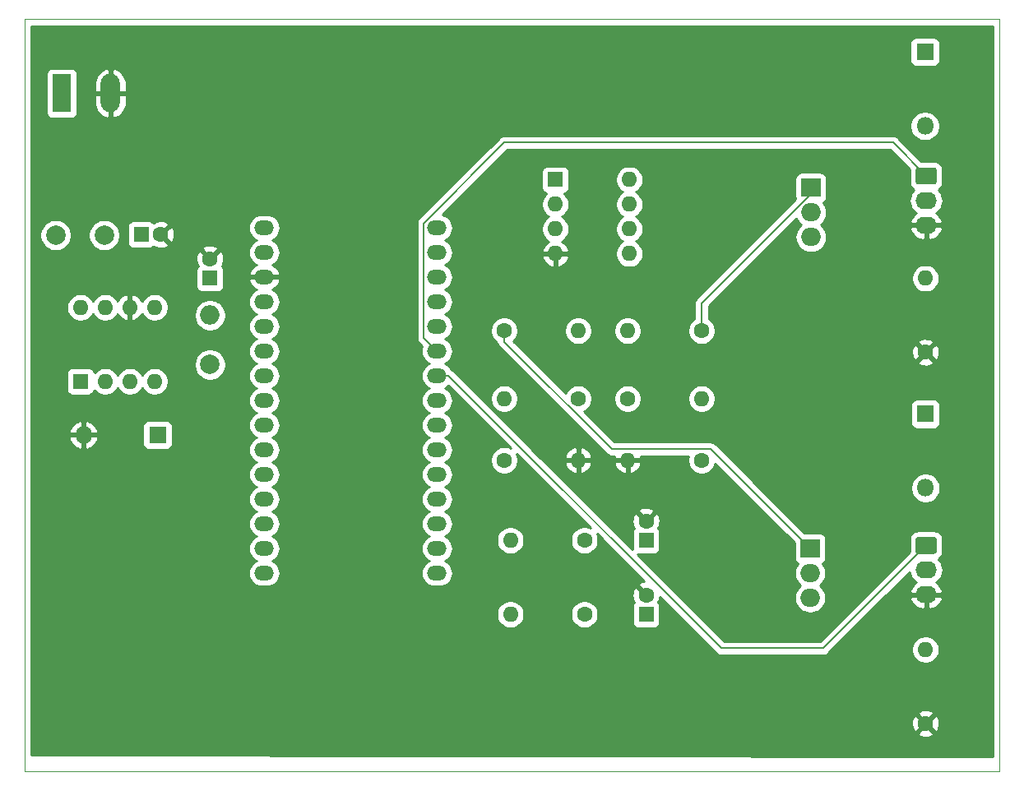
<source format=gbr>
%TF.GenerationSoftware,KiCad,Pcbnew,(5.1.9-0-10_14)*%
%TF.CreationDate,2021-04-26T00:09:41-04:00*%
%TF.ProjectId,randall-LM358-5-12V-amp,72616e64-616c-46c2-9d4c-4d3335382d35,rev?*%
%TF.SameCoordinates,PX4f16d38PY3a51524*%
%TF.FileFunction,Copper,L1,Top*%
%TF.FilePolarity,Positive*%
%FSLAX46Y46*%
G04 Gerber Fmt 4.6, Leading zero omitted, Abs format (unit mm)*
G04 Created by KiCad (PCBNEW (5.1.9-0-10_14)) date 2021-04-26 00:09:41*
%MOMM*%
%LPD*%
G01*
G04 APERTURE LIST*
%TA.AperFunction,Profile*%
%ADD10C,0.100000*%
%TD*%
%TA.AperFunction,ComponentPad*%
%ADD11O,2.000000X1.500000*%
%TD*%
%TA.AperFunction,ComponentPad*%
%ADD12O,1.600000X1.600000*%
%TD*%
%TA.AperFunction,ComponentPad*%
%ADD13R,1.600000X1.600000*%
%TD*%
%TA.AperFunction,ComponentPad*%
%ADD14O,2.000000X2.000000*%
%TD*%
%TA.AperFunction,ComponentPad*%
%ADD15C,2.000000*%
%TD*%
%TA.AperFunction,ComponentPad*%
%ADD16O,1.980000X3.960000*%
%TD*%
%TA.AperFunction,ComponentPad*%
%ADD17R,1.980000X3.960000*%
%TD*%
%TA.AperFunction,ComponentPad*%
%ADD18O,1.800000X1.800000*%
%TD*%
%TA.AperFunction,ComponentPad*%
%ADD19R,1.800000X1.800000*%
%TD*%
%TA.AperFunction,ComponentPad*%
%ADD20C,1.600000*%
%TD*%
%TA.AperFunction,ComponentPad*%
%ADD21O,2.000000X1.905000*%
%TD*%
%TA.AperFunction,ComponentPad*%
%ADD22R,2.000000X1.905000*%
%TD*%
%TA.AperFunction,ComponentPad*%
%ADD23O,2.190000X1.740000*%
%TD*%
%TA.AperFunction,Conductor*%
%ADD24C,0.200000*%
%TD*%
%TA.AperFunction,Conductor*%
%ADD25C,0.254000*%
%TD*%
%TA.AperFunction,Conductor*%
%ADD26C,0.100000*%
%TD*%
G04 APERTURE END LIST*
D10*
X99949000Y1460500D02*
X99949000Y-76009500D01*
X-381000Y1460500D02*
X99949000Y1460500D01*
X-381000Y-76009500D02*
X-381000Y1460500D01*
X99949000Y-76009500D02*
X-381000Y-76009500D01*
D11*
%TO.P,U3,15*%
%TO.N,N/C*%
X24257000Y-55562500D03*
%TO.P,U3,16*%
X42037000Y-55562500D03*
%TO.P,U3,14*%
X24257000Y-53022500D03*
%TO.P,U3,17*%
X42037000Y-53022500D03*
%TO.P,U3,13*%
X24257000Y-50482500D03*
%TO.P,U3,18*%
X42037000Y-50482500D03*
%TO.P,U3,12*%
X24257000Y-47942500D03*
%TO.P,U3,19*%
X42037000Y-47942500D03*
%TO.P,U3,11*%
X24257000Y-45402500D03*
%TO.P,U3,20*%
%TO.N,PWM1*%
X42037000Y-45402500D03*
%TO.P,U3,10*%
%TO.N,N/C*%
X24257000Y-42862500D03*
%TO.P,U3,21*%
%TO.N,PWM2*%
X42037000Y-42862500D03*
%TO.P,U3,9*%
%TO.N,N/C*%
X24257000Y-40322500D03*
%TO.P,U3,22*%
X42037000Y-40322500D03*
%TO.P,U3,8*%
X24257000Y-37782500D03*
%TO.P,U3,23*%
X42037000Y-37782500D03*
%TO.P,U3,7*%
X24257000Y-35242500D03*
%TO.P,U3,24*%
%TO.N,TACH1*%
X42037000Y-35242500D03*
%TO.P,U3,6*%
%TO.N,N/C*%
X24257000Y-32702500D03*
%TO.P,U3,25*%
%TO.N,TACH2*%
X42037000Y-32702500D03*
%TO.P,U3,5*%
%TO.N,N/C*%
X24257000Y-30162500D03*
%TO.P,U3,26*%
X42037000Y-30162500D03*
%TO.P,U3,4*%
%TO.N,3V3DC*%
X24257000Y-27622500D03*
%TO.P,U3,27*%
%TO.N,N/C*%
X42037000Y-27622500D03*
%TO.P,U3,3*%
%TO.N,GND*%
X24257000Y-25082500D03*
%TO.P,U3,28*%
%TO.N,N/C*%
X42037000Y-25082500D03*
%TO.P,U3,2*%
X24257000Y-22542500D03*
%TO.P,U3,29*%
X42037000Y-22542500D03*
%TO.P,U3,1*%
X24257000Y-20002500D03*
%TO.P,U3,30*%
X42037000Y-20002500D03*
%TD*%
D12*
%TO.P,U1,8*%
%TO.N,Net-(C2-Pad1)*%
X5334000Y-28194000D03*
%TO.P,U1,4*%
%TO.N,3V3DC*%
X12954000Y-35814000D03*
%TO.P,U1,7*%
%TO.N,15VDC*%
X7874000Y-28194000D03*
%TO.P,U1,3*%
%TO.N,N/C*%
X10414000Y-35814000D03*
%TO.P,U1,6*%
%TO.N,GND*%
X10414000Y-28194000D03*
%TO.P,U1,2*%
%TO.N,N/C*%
X7874000Y-35814000D03*
%TO.P,U1,5*%
X12954000Y-28194000D03*
D13*
%TO.P,U1,1*%
%TO.N,Net-(C2-Pad2)*%
X5334000Y-35814000D03*
%TD*%
D14*
%TO.P,L1,2*%
%TO.N,3V3DC*%
X18669000Y-29019500D03*
D15*
%TO.P,L1,1*%
%TO.N,Net-(C2-Pad1)*%
X18669000Y-34099500D03*
%TD*%
D16*
%TO.P,J1,2*%
%TO.N,GND*%
X8429000Y-6159500D03*
D17*
%TO.P,J1,1*%
%TO.N,15VDC*%
X3429000Y-6159500D03*
%TD*%
D18*
%TO.P,D1,2*%
%TO.N,GND*%
X5651500Y-41338500D03*
D19*
%TO.P,D1,1*%
%TO.N,Net-(C2-Pad1)*%
X13271500Y-41338500D03*
%TD*%
D20*
%TO.P,C5,2*%
%TO.N,GND*%
X63563500Y-50197000D03*
D13*
%TO.P,C5,1*%
%TO.N,Net-(C5-Pad1)*%
X63563500Y-52197000D03*
%TD*%
D20*
%TO.P,C4,2*%
%TO.N,GND*%
X63563500Y-57817000D03*
D13*
%TO.P,C4,1*%
%TO.N,Net-(C4-Pad1)*%
X63563500Y-59817000D03*
%TD*%
D20*
%TO.P,C3,2*%
%TO.N,GND*%
X18669000Y-23209500D03*
D13*
%TO.P,C3,1*%
%TO.N,3V3DC*%
X18669000Y-25209500D03*
%TD*%
D15*
%TO.P,C2,2*%
%TO.N,Net-(C2-Pad2)*%
X2794000Y-20764500D03*
%TO.P,C2,1*%
%TO.N,Net-(C2-Pad1)*%
X7794000Y-20764500D03*
%TD*%
D20*
%TO.P,C1,2*%
%TO.N,GND*%
X13589000Y-20701000D03*
D13*
%TO.P,C1,1*%
%TO.N,15VDC*%
X11589000Y-20701000D03*
%TD*%
D12*
%TO.P,U2,8*%
%TO.N,15VDC*%
X61849000Y-15049500D03*
%TO.P,U2,4*%
%TO.N,GND*%
X54229000Y-22669500D03*
%TO.P,U2,7*%
%TO.N,Net-(Q2-Pad1)*%
X61849000Y-17589500D03*
%TO.P,U2,3*%
%TO.N,Net-(C4-Pad1)*%
X54229000Y-20129500D03*
%TO.P,U2,6*%
%TO.N,Net-(R7-Pad1)*%
X61849000Y-20129500D03*
%TO.P,U2,2*%
%TO.N,Net-(R2-Pad1)*%
X54229000Y-17589500D03*
%TO.P,U2,5*%
%TO.N,Net-(C5-Pad1)*%
X61849000Y-22669500D03*
D13*
%TO.P,U2,1*%
%TO.N,Net-(Q1-Pad1)*%
X54229000Y-15049500D03*
%TD*%
D12*
%TO.P,R10,2*%
%TO.N,Net-(D3-Pad2)*%
X92329000Y-25209500D03*
D20*
%TO.P,R10,1*%
%TO.N,GND*%
X92329000Y-32829500D03*
%TD*%
D12*
%TO.P,R8,2*%
%TO.N,Net-(R7-Pad1)*%
X61658500Y-30607000D03*
D20*
%TO.P,R8,1*%
%TO.N,Net-(Q2-Pad1)*%
X69278500Y-30607000D03*
%TD*%
D12*
%TO.P,R7,2*%
%TO.N,Net-(R6-Pad1)*%
X69278500Y-37592000D03*
D20*
%TO.P,R7,1*%
%TO.N,Net-(R7-Pad1)*%
X61658500Y-37592000D03*
%TD*%
D12*
%TO.P,R6,2*%
%TO.N,GND*%
X61658500Y-43942000D03*
D20*
%TO.P,R6,1*%
%TO.N,Net-(R6-Pad1)*%
X69278500Y-43942000D03*
%TD*%
D12*
%TO.P,R9,2*%
%TO.N,PWM2*%
X49593500Y-52197000D03*
D20*
%TO.P,R9,1*%
%TO.N,Net-(C5-Pad1)*%
X57213500Y-52197000D03*
%TD*%
D12*
%TO.P,R5,2*%
%TO.N,Net-(D2-Pad2)*%
X92329000Y-63436500D03*
D20*
%TO.P,R5,1*%
%TO.N,GND*%
X92329000Y-71056500D03*
%TD*%
D12*
%TO.P,R3,2*%
%TO.N,Net-(R2-Pad1)*%
X56578500Y-30607000D03*
D20*
%TO.P,R3,1*%
%TO.N,Net-(Q1-Pad1)*%
X48958500Y-30607000D03*
%TD*%
D12*
%TO.P,R2,2*%
%TO.N,Net-(R1-Pad1)*%
X48958500Y-37592000D03*
D20*
%TO.P,R2,1*%
%TO.N,Net-(R2-Pad1)*%
X56578500Y-37592000D03*
%TD*%
D12*
%TO.P,R1,2*%
%TO.N,GND*%
X56578500Y-43942000D03*
D20*
%TO.P,R1,1*%
%TO.N,Net-(R1-Pad1)*%
X48958500Y-43942000D03*
%TD*%
D12*
%TO.P,R4,2*%
%TO.N,PWM1*%
X49593500Y-59817000D03*
D20*
%TO.P,R4,1*%
%TO.N,Net-(C4-Pad1)*%
X57213500Y-59817000D03*
%TD*%
D21*
%TO.P,Q2,3*%
%TO.N,Net-(D3-Pad2)*%
X80518000Y-20955000D03*
%TO.P,Q2,2*%
%TO.N,15VDC*%
X80518000Y-18415000D03*
D22*
%TO.P,Q2,1*%
%TO.N,Net-(Q2-Pad1)*%
X80518000Y-15875000D03*
%TD*%
D21*
%TO.P,Q1,3*%
%TO.N,Net-(D2-Pad2)*%
X80454500Y-58102500D03*
%TO.P,Q1,2*%
%TO.N,15VDC*%
X80454500Y-55562500D03*
D22*
%TO.P,Q1,1*%
%TO.N,Net-(Q1-Pad1)*%
X80454500Y-53022500D03*
%TD*%
D23*
%TO.P,FAN2,3*%
%TO.N,GND*%
X92392500Y-19748500D03*
%TO.P,FAN2,2*%
%TO.N,Net-(D3-Pad2)*%
X92392500Y-17208500D03*
%TO.P,FAN2,1*%
%TO.N,TACH2*%
%TA.AperFunction,ComponentPad*%
G36*
G01*
X91547499Y-13798500D02*
X93237501Y-13798500D01*
G75*
G02*
X93487500Y-14048499I0J-249999D01*
G01*
X93487500Y-15288501D01*
G75*
G02*
X93237501Y-15538500I-249999J0D01*
G01*
X91547499Y-15538500D01*
G75*
G02*
X91297500Y-15288501I0J249999D01*
G01*
X91297500Y-14048499D01*
G75*
G02*
X91547499Y-13798500I249999J0D01*
G01*
G37*
%TD.AperFunction*%
%TD*%
%TO.P,FAN1,3*%
%TO.N,GND*%
X92392500Y-57785000D03*
%TO.P,FAN1,2*%
%TO.N,Net-(D2-Pad2)*%
X92392500Y-55245000D03*
%TO.P,FAN1,1*%
%TO.N,TACH1*%
%TA.AperFunction,ComponentPad*%
G36*
G01*
X91547499Y-51835000D02*
X93237501Y-51835000D01*
G75*
G02*
X93487500Y-52084999I0J-249999D01*
G01*
X93487500Y-53325001D01*
G75*
G02*
X93237501Y-53575000I-249999J0D01*
G01*
X91547499Y-53575000D01*
G75*
G02*
X91297500Y-53325001I0J249999D01*
G01*
X91297500Y-52084999D01*
G75*
G02*
X91547499Y-51835000I249999J0D01*
G01*
G37*
%TD.AperFunction*%
%TD*%
D18*
%TO.P,D3,2*%
%TO.N,Net-(D3-Pad2)*%
X92265500Y-9525000D03*
D19*
%TO.P,D3,1*%
%TO.N,15VDC*%
X92265500Y-1905000D03*
%TD*%
D18*
%TO.P,D2,2*%
%TO.N,Net-(D2-Pad2)*%
X92329000Y-46799500D03*
D19*
%TO.P,D2,1*%
%TO.N,15VDC*%
X92329000Y-39179500D03*
%TD*%
D24*
%TO.N,TACH1*%
X43237000Y-35242500D02*
X71304000Y-63309500D01*
X42037000Y-35242500D02*
X43237000Y-35242500D01*
X81788000Y-63309500D02*
X92392500Y-52705000D01*
X71304000Y-63309500D02*
X81788000Y-63309500D01*
%TO.N,TACH2*%
X40686990Y-31352490D02*
X40686990Y-19546861D01*
X40686990Y-19546861D02*
X48994351Y-11239500D01*
X42037000Y-32702500D02*
X40686990Y-31352490D01*
X88963500Y-11239500D02*
X92392500Y-14668500D01*
X48994351Y-11239500D02*
X88963500Y-11239500D01*
%TO.N,Net-(Q1-Pad1)*%
X48958500Y-31738370D02*
X60012129Y-42791999D01*
X70223999Y-42791999D02*
X80454500Y-53022500D01*
X60012129Y-42791999D02*
X70223999Y-42791999D01*
X48958500Y-30607000D02*
X48958500Y-31738370D01*
%TO.N,Net-(Q2-Pad1)*%
X80518000Y-16525473D02*
X80518000Y-15875000D01*
X69278500Y-27764973D02*
X80518000Y-16525473D01*
X69278500Y-30607000D02*
X69278500Y-27764973D01*
%TD*%
D25*
%TO.N,GND*%
X99264000Y-1835189D02*
X99264001Y-74484676D01*
X304000Y-74295459D01*
X304000Y-72049202D01*
X91515903Y-72049202D01*
X91587486Y-72293171D01*
X91842996Y-72414071D01*
X92117184Y-72482800D01*
X92399512Y-72496717D01*
X92679130Y-72455287D01*
X92945292Y-72360103D01*
X93070514Y-72293171D01*
X93142097Y-72049202D01*
X92329000Y-71236105D01*
X91515903Y-72049202D01*
X304000Y-72049202D01*
X304000Y-71127012D01*
X90888783Y-71127012D01*
X90930213Y-71406630D01*
X91025397Y-71672792D01*
X91092329Y-71798014D01*
X91336298Y-71869597D01*
X92149395Y-71056500D01*
X92508605Y-71056500D01*
X93321702Y-71869597D01*
X93565671Y-71798014D01*
X93686571Y-71542504D01*
X93755300Y-71268316D01*
X93769217Y-70985988D01*
X93727787Y-70706370D01*
X93632603Y-70440208D01*
X93565671Y-70314986D01*
X93321702Y-70243403D01*
X92508605Y-71056500D01*
X92149395Y-71056500D01*
X91336298Y-70243403D01*
X91092329Y-70314986D01*
X90971429Y-70570496D01*
X90902700Y-70844684D01*
X90888783Y-71127012D01*
X304000Y-71127012D01*
X304000Y-70063798D01*
X91515903Y-70063798D01*
X92329000Y-70876895D01*
X93142097Y-70063798D01*
X93070514Y-69819829D01*
X92815004Y-69698929D01*
X92540816Y-69630200D01*
X92258488Y-69616283D01*
X91978870Y-69657713D01*
X91712708Y-69752897D01*
X91587486Y-69819829D01*
X91515903Y-70063798D01*
X304000Y-70063798D01*
X304000Y-59675665D01*
X48158500Y-59675665D01*
X48158500Y-59958335D01*
X48213647Y-60235574D01*
X48321820Y-60496727D01*
X48478863Y-60731759D01*
X48678741Y-60931637D01*
X48913773Y-61088680D01*
X49174926Y-61196853D01*
X49452165Y-61252000D01*
X49734835Y-61252000D01*
X50012074Y-61196853D01*
X50273227Y-61088680D01*
X50508259Y-60931637D01*
X50708137Y-60731759D01*
X50865180Y-60496727D01*
X50973353Y-60235574D01*
X51028500Y-59958335D01*
X51028500Y-59675665D01*
X55778500Y-59675665D01*
X55778500Y-59958335D01*
X55833647Y-60235574D01*
X55941820Y-60496727D01*
X56098863Y-60731759D01*
X56298741Y-60931637D01*
X56533773Y-61088680D01*
X56794926Y-61196853D01*
X57072165Y-61252000D01*
X57354835Y-61252000D01*
X57632074Y-61196853D01*
X57893227Y-61088680D01*
X58128259Y-60931637D01*
X58328137Y-60731759D01*
X58485180Y-60496727D01*
X58593353Y-60235574D01*
X58648500Y-59958335D01*
X58648500Y-59675665D01*
X58593353Y-59398426D01*
X58485180Y-59137273D01*
X58328137Y-58902241D01*
X58128259Y-58702363D01*
X57893227Y-58545320D01*
X57632074Y-58437147D01*
X57354835Y-58382000D01*
X57072165Y-58382000D01*
X56794926Y-58437147D01*
X56533773Y-58545320D01*
X56298741Y-58702363D01*
X56098863Y-58902241D01*
X55941820Y-59137273D01*
X55833647Y-59398426D01*
X55778500Y-59675665D01*
X51028500Y-59675665D01*
X50973353Y-59398426D01*
X50865180Y-59137273D01*
X50708137Y-58902241D01*
X50508259Y-58702363D01*
X50273227Y-58545320D01*
X50012074Y-58437147D01*
X49734835Y-58382000D01*
X49452165Y-58382000D01*
X49174926Y-58437147D01*
X48913773Y-58545320D01*
X48678741Y-58702363D01*
X48478863Y-58902241D01*
X48321820Y-59137273D01*
X48213647Y-59398426D01*
X48158500Y-59675665D01*
X304000Y-59675665D01*
X304000Y-41703240D01*
X4160464Y-41703240D01*
X4209106Y-41863607D01*
X4339264Y-42134914D01*
X4519851Y-42375616D01*
X4743927Y-42576462D01*
X5002880Y-42729734D01*
X5286759Y-42829541D01*
X5524500Y-42709492D01*
X5524500Y-41465500D01*
X5778500Y-41465500D01*
X5778500Y-42709492D01*
X6016241Y-42829541D01*
X6300120Y-42729734D01*
X6559073Y-42576462D01*
X6783149Y-42375616D01*
X6963736Y-42134914D01*
X7093894Y-41863607D01*
X7142536Y-41703240D01*
X7021878Y-41465500D01*
X5778500Y-41465500D01*
X5524500Y-41465500D01*
X4281122Y-41465500D01*
X4160464Y-41703240D01*
X304000Y-41703240D01*
X304000Y-40973760D01*
X4160464Y-40973760D01*
X4281122Y-41211500D01*
X5524500Y-41211500D01*
X5524500Y-39967508D01*
X5778500Y-39967508D01*
X5778500Y-41211500D01*
X7021878Y-41211500D01*
X7142536Y-40973760D01*
X7093894Y-40813393D01*
X6963736Y-40542086D01*
X6886021Y-40438500D01*
X11733428Y-40438500D01*
X11733428Y-42238500D01*
X11745688Y-42362982D01*
X11781998Y-42482680D01*
X11840963Y-42592994D01*
X11920315Y-42689685D01*
X12017006Y-42769037D01*
X12127320Y-42828002D01*
X12247018Y-42864312D01*
X12371500Y-42876572D01*
X14171500Y-42876572D01*
X14295982Y-42864312D01*
X14415680Y-42828002D01*
X14525994Y-42769037D01*
X14622685Y-42689685D01*
X14702037Y-42592994D01*
X14761002Y-42482680D01*
X14797312Y-42362982D01*
X14809572Y-42238500D01*
X14809572Y-40438500D01*
X14797312Y-40314018D01*
X14761002Y-40194320D01*
X14702037Y-40084006D01*
X14622685Y-39987315D01*
X14525994Y-39907963D01*
X14415680Y-39848998D01*
X14295982Y-39812688D01*
X14171500Y-39800428D01*
X12371500Y-39800428D01*
X12247018Y-39812688D01*
X12127320Y-39848998D01*
X12017006Y-39907963D01*
X11920315Y-39987315D01*
X11840963Y-40084006D01*
X11781998Y-40194320D01*
X11745688Y-40314018D01*
X11733428Y-40438500D01*
X6886021Y-40438500D01*
X6783149Y-40301384D01*
X6559073Y-40100538D01*
X6300120Y-39947266D01*
X6016241Y-39847459D01*
X5778500Y-39967508D01*
X5524500Y-39967508D01*
X5286759Y-39847459D01*
X5002880Y-39947266D01*
X4743927Y-40100538D01*
X4519851Y-40301384D01*
X4339264Y-40542086D01*
X4209106Y-40813393D01*
X4160464Y-40973760D01*
X304000Y-40973760D01*
X304000Y-35014000D01*
X3895928Y-35014000D01*
X3895928Y-36614000D01*
X3908188Y-36738482D01*
X3944498Y-36858180D01*
X4003463Y-36968494D01*
X4082815Y-37065185D01*
X4179506Y-37144537D01*
X4289820Y-37203502D01*
X4409518Y-37239812D01*
X4534000Y-37252072D01*
X6134000Y-37252072D01*
X6258482Y-37239812D01*
X6378180Y-37203502D01*
X6488494Y-37144537D01*
X6585185Y-37065185D01*
X6664537Y-36968494D01*
X6723502Y-36858180D01*
X6759812Y-36738482D01*
X6760643Y-36730039D01*
X6959241Y-36928637D01*
X7194273Y-37085680D01*
X7455426Y-37193853D01*
X7732665Y-37249000D01*
X8015335Y-37249000D01*
X8292574Y-37193853D01*
X8553727Y-37085680D01*
X8788759Y-36928637D01*
X8988637Y-36728759D01*
X9144000Y-36496241D01*
X9299363Y-36728759D01*
X9499241Y-36928637D01*
X9734273Y-37085680D01*
X9995426Y-37193853D01*
X10272665Y-37249000D01*
X10555335Y-37249000D01*
X10832574Y-37193853D01*
X11093727Y-37085680D01*
X11328759Y-36928637D01*
X11528637Y-36728759D01*
X11684000Y-36496241D01*
X11839363Y-36728759D01*
X12039241Y-36928637D01*
X12274273Y-37085680D01*
X12535426Y-37193853D01*
X12812665Y-37249000D01*
X13095335Y-37249000D01*
X13372574Y-37193853D01*
X13633727Y-37085680D01*
X13868759Y-36928637D01*
X14068637Y-36728759D01*
X14225680Y-36493727D01*
X14333853Y-36232574D01*
X14389000Y-35955335D01*
X14389000Y-35672665D01*
X14333853Y-35395426D01*
X14225680Y-35134273D01*
X14068637Y-34899241D01*
X13868759Y-34699363D01*
X13633727Y-34542320D01*
X13372574Y-34434147D01*
X13095335Y-34379000D01*
X12812665Y-34379000D01*
X12535426Y-34434147D01*
X12274273Y-34542320D01*
X12039241Y-34699363D01*
X11839363Y-34899241D01*
X11684000Y-35131759D01*
X11528637Y-34899241D01*
X11328759Y-34699363D01*
X11093727Y-34542320D01*
X10832574Y-34434147D01*
X10555335Y-34379000D01*
X10272665Y-34379000D01*
X9995426Y-34434147D01*
X9734273Y-34542320D01*
X9499241Y-34699363D01*
X9299363Y-34899241D01*
X9144000Y-35131759D01*
X8988637Y-34899241D01*
X8788759Y-34699363D01*
X8553727Y-34542320D01*
X8292574Y-34434147D01*
X8015335Y-34379000D01*
X7732665Y-34379000D01*
X7455426Y-34434147D01*
X7194273Y-34542320D01*
X6959241Y-34699363D01*
X6760643Y-34897961D01*
X6759812Y-34889518D01*
X6723502Y-34769820D01*
X6664537Y-34659506D01*
X6585185Y-34562815D01*
X6488494Y-34483463D01*
X6378180Y-34424498D01*
X6258482Y-34388188D01*
X6134000Y-34375928D01*
X4534000Y-34375928D01*
X4409518Y-34388188D01*
X4289820Y-34424498D01*
X4179506Y-34483463D01*
X4082815Y-34562815D01*
X4003463Y-34659506D01*
X3944498Y-34769820D01*
X3908188Y-34889518D01*
X3895928Y-35014000D01*
X304000Y-35014000D01*
X304000Y-33938467D01*
X17034000Y-33938467D01*
X17034000Y-34260533D01*
X17096832Y-34576412D01*
X17220082Y-34873963D01*
X17399013Y-35141752D01*
X17626748Y-35369487D01*
X17894537Y-35548418D01*
X18192088Y-35671668D01*
X18507967Y-35734500D01*
X18830033Y-35734500D01*
X19145912Y-35671668D01*
X19443463Y-35548418D01*
X19711252Y-35369487D01*
X19938987Y-35141752D01*
X20117918Y-34873963D01*
X20241168Y-34576412D01*
X20304000Y-34260533D01*
X20304000Y-33938467D01*
X20241168Y-33622588D01*
X20117918Y-33325037D01*
X19938987Y-33057248D01*
X19711252Y-32829513D01*
X19443463Y-32650582D01*
X19145912Y-32527332D01*
X18830033Y-32464500D01*
X18507967Y-32464500D01*
X18192088Y-32527332D01*
X17894537Y-32650582D01*
X17626748Y-32829513D01*
X17399013Y-33057248D01*
X17220082Y-33325037D01*
X17096832Y-33622588D01*
X17034000Y-33938467D01*
X304000Y-33938467D01*
X304000Y-28052665D01*
X3899000Y-28052665D01*
X3899000Y-28335335D01*
X3954147Y-28612574D01*
X4062320Y-28873727D01*
X4219363Y-29108759D01*
X4419241Y-29308637D01*
X4654273Y-29465680D01*
X4915426Y-29573853D01*
X5192665Y-29629000D01*
X5475335Y-29629000D01*
X5752574Y-29573853D01*
X6013727Y-29465680D01*
X6248759Y-29308637D01*
X6448637Y-29108759D01*
X6604000Y-28876241D01*
X6759363Y-29108759D01*
X6959241Y-29308637D01*
X7194273Y-29465680D01*
X7455426Y-29573853D01*
X7732665Y-29629000D01*
X8015335Y-29629000D01*
X8292574Y-29573853D01*
X8553727Y-29465680D01*
X8788759Y-29308637D01*
X8988637Y-29108759D01*
X9145680Y-28873727D01*
X9150067Y-28863135D01*
X9261615Y-29049131D01*
X9450586Y-29257519D01*
X9676580Y-29425037D01*
X9930913Y-29545246D01*
X10064961Y-29585904D01*
X10287000Y-29463915D01*
X10287000Y-28321000D01*
X10267000Y-28321000D01*
X10267000Y-28067000D01*
X10287000Y-28067000D01*
X10287000Y-26924085D01*
X10541000Y-26924085D01*
X10541000Y-28067000D01*
X10561000Y-28067000D01*
X10561000Y-28321000D01*
X10541000Y-28321000D01*
X10541000Y-29463915D01*
X10763039Y-29585904D01*
X10897087Y-29545246D01*
X11151420Y-29425037D01*
X11377414Y-29257519D01*
X11566385Y-29049131D01*
X11677933Y-28863135D01*
X11682320Y-28873727D01*
X11839363Y-29108759D01*
X12039241Y-29308637D01*
X12274273Y-29465680D01*
X12535426Y-29573853D01*
X12812665Y-29629000D01*
X13095335Y-29629000D01*
X13372574Y-29573853D01*
X13633727Y-29465680D01*
X13868759Y-29308637D01*
X14068637Y-29108759D01*
X14225680Y-28873727D01*
X14232000Y-28858467D01*
X17034000Y-28858467D01*
X17034000Y-29180533D01*
X17096832Y-29496412D01*
X17220082Y-29793963D01*
X17399013Y-30061752D01*
X17626748Y-30289487D01*
X17894537Y-30468418D01*
X18192088Y-30591668D01*
X18507967Y-30654500D01*
X18830033Y-30654500D01*
X19145912Y-30591668D01*
X19443463Y-30468418D01*
X19711252Y-30289487D01*
X19938987Y-30061752D01*
X20117918Y-29793963D01*
X20241168Y-29496412D01*
X20304000Y-29180533D01*
X20304000Y-28858467D01*
X20241168Y-28542588D01*
X20117918Y-28245037D01*
X19938987Y-27977248D01*
X19711252Y-27749513D01*
X19521164Y-27622500D01*
X22615299Y-27622500D01*
X22642040Y-27894007D01*
X22721236Y-28155081D01*
X22849843Y-28395688D01*
X23022919Y-28606581D01*
X23233812Y-28779657D01*
X23444927Y-28892500D01*
X23233812Y-29005343D01*
X23022919Y-29178419D01*
X22849843Y-29389312D01*
X22721236Y-29629919D01*
X22642040Y-29890993D01*
X22615299Y-30162500D01*
X22642040Y-30434007D01*
X22721236Y-30695081D01*
X22849843Y-30935688D01*
X23022919Y-31146581D01*
X23233812Y-31319657D01*
X23444927Y-31432500D01*
X23233812Y-31545343D01*
X23022919Y-31718419D01*
X22849843Y-31929312D01*
X22721236Y-32169919D01*
X22642040Y-32430993D01*
X22615299Y-32702500D01*
X22642040Y-32974007D01*
X22721236Y-33235081D01*
X22849843Y-33475688D01*
X23022919Y-33686581D01*
X23233812Y-33859657D01*
X23444927Y-33972500D01*
X23233812Y-34085343D01*
X23022919Y-34258419D01*
X22849843Y-34469312D01*
X22721236Y-34709919D01*
X22642040Y-34970993D01*
X22615299Y-35242500D01*
X22642040Y-35514007D01*
X22721236Y-35775081D01*
X22849843Y-36015688D01*
X23022919Y-36226581D01*
X23233812Y-36399657D01*
X23444927Y-36512500D01*
X23233812Y-36625343D01*
X23022919Y-36798419D01*
X22849843Y-37009312D01*
X22721236Y-37249919D01*
X22642040Y-37510993D01*
X22615299Y-37782500D01*
X22642040Y-38054007D01*
X22721236Y-38315081D01*
X22849843Y-38555688D01*
X23022919Y-38766581D01*
X23233812Y-38939657D01*
X23444927Y-39052500D01*
X23233812Y-39165343D01*
X23022919Y-39338419D01*
X22849843Y-39549312D01*
X22721236Y-39789919D01*
X22642040Y-40050993D01*
X22615299Y-40322500D01*
X22642040Y-40594007D01*
X22721236Y-40855081D01*
X22849843Y-41095688D01*
X23022919Y-41306581D01*
X23233812Y-41479657D01*
X23444927Y-41592500D01*
X23233812Y-41705343D01*
X23022919Y-41878419D01*
X22849843Y-42089312D01*
X22721236Y-42329919D01*
X22642040Y-42590993D01*
X22615299Y-42862500D01*
X22642040Y-43134007D01*
X22721236Y-43395081D01*
X22849843Y-43635688D01*
X23022919Y-43846581D01*
X23233812Y-44019657D01*
X23444927Y-44132500D01*
X23233812Y-44245343D01*
X23022919Y-44418419D01*
X22849843Y-44629312D01*
X22721236Y-44869919D01*
X22642040Y-45130993D01*
X22615299Y-45402500D01*
X22642040Y-45674007D01*
X22721236Y-45935081D01*
X22849843Y-46175688D01*
X23022919Y-46386581D01*
X23233812Y-46559657D01*
X23444927Y-46672500D01*
X23233812Y-46785343D01*
X23022919Y-46958419D01*
X22849843Y-47169312D01*
X22721236Y-47409919D01*
X22642040Y-47670993D01*
X22615299Y-47942500D01*
X22642040Y-48214007D01*
X22721236Y-48475081D01*
X22849843Y-48715688D01*
X23022919Y-48926581D01*
X23233812Y-49099657D01*
X23444927Y-49212500D01*
X23233812Y-49325343D01*
X23022919Y-49498419D01*
X22849843Y-49709312D01*
X22721236Y-49949919D01*
X22642040Y-50210993D01*
X22615299Y-50482500D01*
X22642040Y-50754007D01*
X22721236Y-51015081D01*
X22849843Y-51255688D01*
X23022919Y-51466581D01*
X23233812Y-51639657D01*
X23444927Y-51752500D01*
X23233812Y-51865343D01*
X23022919Y-52038419D01*
X22849843Y-52249312D01*
X22721236Y-52489919D01*
X22642040Y-52750993D01*
X22615299Y-53022500D01*
X22642040Y-53294007D01*
X22721236Y-53555081D01*
X22849843Y-53795688D01*
X23022919Y-54006581D01*
X23233812Y-54179657D01*
X23444927Y-54292500D01*
X23233812Y-54405343D01*
X23022919Y-54578419D01*
X22849843Y-54789312D01*
X22721236Y-55029919D01*
X22642040Y-55290993D01*
X22615299Y-55562500D01*
X22642040Y-55834007D01*
X22721236Y-56095081D01*
X22849843Y-56335688D01*
X23022919Y-56546581D01*
X23233812Y-56719657D01*
X23474419Y-56848264D01*
X23735493Y-56927460D01*
X23938963Y-56947500D01*
X24575037Y-56947500D01*
X24778507Y-56927460D01*
X25039581Y-56848264D01*
X25280188Y-56719657D01*
X25491081Y-56546581D01*
X25664157Y-56335688D01*
X25792764Y-56095081D01*
X25871960Y-55834007D01*
X25898701Y-55562500D01*
X25871960Y-55290993D01*
X25792764Y-55029919D01*
X25664157Y-54789312D01*
X25491081Y-54578419D01*
X25280188Y-54405343D01*
X25069073Y-54292500D01*
X25280188Y-54179657D01*
X25491081Y-54006581D01*
X25664157Y-53795688D01*
X25792764Y-53555081D01*
X25871960Y-53294007D01*
X25898701Y-53022500D01*
X25871960Y-52750993D01*
X25792764Y-52489919D01*
X25664157Y-52249312D01*
X25491081Y-52038419D01*
X25280188Y-51865343D01*
X25069073Y-51752500D01*
X25280188Y-51639657D01*
X25491081Y-51466581D01*
X25664157Y-51255688D01*
X25792764Y-51015081D01*
X25871960Y-50754007D01*
X25898701Y-50482500D01*
X25871960Y-50210993D01*
X25792764Y-49949919D01*
X25664157Y-49709312D01*
X25491081Y-49498419D01*
X25280188Y-49325343D01*
X25069073Y-49212500D01*
X25280188Y-49099657D01*
X25491081Y-48926581D01*
X25664157Y-48715688D01*
X25792764Y-48475081D01*
X25871960Y-48214007D01*
X25898701Y-47942500D01*
X25871960Y-47670993D01*
X25792764Y-47409919D01*
X25664157Y-47169312D01*
X25491081Y-46958419D01*
X25280188Y-46785343D01*
X25069073Y-46672500D01*
X25280188Y-46559657D01*
X25491081Y-46386581D01*
X25664157Y-46175688D01*
X25792764Y-45935081D01*
X25871960Y-45674007D01*
X25898701Y-45402500D01*
X25871960Y-45130993D01*
X25792764Y-44869919D01*
X25664157Y-44629312D01*
X25491081Y-44418419D01*
X25280188Y-44245343D01*
X25069073Y-44132500D01*
X25280188Y-44019657D01*
X25491081Y-43846581D01*
X25664157Y-43635688D01*
X25792764Y-43395081D01*
X25871960Y-43134007D01*
X25898701Y-42862500D01*
X25871960Y-42590993D01*
X25792764Y-42329919D01*
X25664157Y-42089312D01*
X25491081Y-41878419D01*
X25280188Y-41705343D01*
X25069073Y-41592500D01*
X25280188Y-41479657D01*
X25491081Y-41306581D01*
X25664157Y-41095688D01*
X25792764Y-40855081D01*
X25871960Y-40594007D01*
X25898701Y-40322500D01*
X25871960Y-40050993D01*
X25792764Y-39789919D01*
X25664157Y-39549312D01*
X25491081Y-39338419D01*
X25280188Y-39165343D01*
X25069073Y-39052500D01*
X25280188Y-38939657D01*
X25491081Y-38766581D01*
X25664157Y-38555688D01*
X25792764Y-38315081D01*
X25871960Y-38054007D01*
X25898701Y-37782500D01*
X25871960Y-37510993D01*
X25792764Y-37249919D01*
X25664157Y-37009312D01*
X25491081Y-36798419D01*
X25280188Y-36625343D01*
X25069073Y-36512500D01*
X25280188Y-36399657D01*
X25491081Y-36226581D01*
X25664157Y-36015688D01*
X25792764Y-35775081D01*
X25871960Y-35514007D01*
X25898701Y-35242500D01*
X25871960Y-34970993D01*
X25792764Y-34709919D01*
X25664157Y-34469312D01*
X25491081Y-34258419D01*
X25280188Y-34085343D01*
X25069073Y-33972500D01*
X25280188Y-33859657D01*
X25491081Y-33686581D01*
X25664157Y-33475688D01*
X25792764Y-33235081D01*
X25871960Y-32974007D01*
X25898701Y-32702500D01*
X25871960Y-32430993D01*
X25792764Y-32169919D01*
X25664157Y-31929312D01*
X25491081Y-31718419D01*
X25280188Y-31545343D01*
X25069073Y-31432500D01*
X25280188Y-31319657D01*
X25491081Y-31146581D01*
X25664157Y-30935688D01*
X25792764Y-30695081D01*
X25871960Y-30434007D01*
X25898701Y-30162500D01*
X25871960Y-29890993D01*
X25792764Y-29629919D01*
X25664157Y-29389312D01*
X25491081Y-29178419D01*
X25280188Y-29005343D01*
X25069073Y-28892500D01*
X25280188Y-28779657D01*
X25491081Y-28606581D01*
X25664157Y-28395688D01*
X25792764Y-28155081D01*
X25871960Y-27894007D01*
X25898701Y-27622500D01*
X25871960Y-27350993D01*
X25792764Y-27089919D01*
X25664157Y-26849312D01*
X25491081Y-26638419D01*
X25280188Y-26465343D01*
X25071972Y-26354049D01*
X25128724Y-26332468D01*
X25360634Y-26187158D01*
X25559740Y-25999397D01*
X25718390Y-25776400D01*
X25830487Y-25526736D01*
X25849318Y-25423685D01*
X25726656Y-25209500D01*
X24384000Y-25209500D01*
X24384000Y-25229500D01*
X24130000Y-25229500D01*
X24130000Y-25209500D01*
X22787344Y-25209500D01*
X22664682Y-25423685D01*
X22683513Y-25526736D01*
X22795610Y-25776400D01*
X22954260Y-25999397D01*
X23153366Y-26187158D01*
X23385276Y-26332468D01*
X23442028Y-26354049D01*
X23233812Y-26465343D01*
X23022919Y-26638419D01*
X22849843Y-26849312D01*
X22721236Y-27089919D01*
X22642040Y-27350993D01*
X22615299Y-27622500D01*
X19521164Y-27622500D01*
X19443463Y-27570582D01*
X19145912Y-27447332D01*
X18830033Y-27384500D01*
X18507967Y-27384500D01*
X18192088Y-27447332D01*
X17894537Y-27570582D01*
X17626748Y-27749513D01*
X17399013Y-27977248D01*
X17220082Y-28245037D01*
X17096832Y-28542588D01*
X17034000Y-28858467D01*
X14232000Y-28858467D01*
X14333853Y-28612574D01*
X14389000Y-28335335D01*
X14389000Y-28052665D01*
X14333853Y-27775426D01*
X14225680Y-27514273D01*
X14068637Y-27279241D01*
X13868759Y-27079363D01*
X13633727Y-26922320D01*
X13372574Y-26814147D01*
X13095335Y-26759000D01*
X12812665Y-26759000D01*
X12535426Y-26814147D01*
X12274273Y-26922320D01*
X12039241Y-27079363D01*
X11839363Y-27279241D01*
X11682320Y-27514273D01*
X11677933Y-27524865D01*
X11566385Y-27338869D01*
X11377414Y-27130481D01*
X11151420Y-26962963D01*
X10897087Y-26842754D01*
X10763039Y-26802096D01*
X10541000Y-26924085D01*
X10287000Y-26924085D01*
X10064961Y-26802096D01*
X9930913Y-26842754D01*
X9676580Y-26962963D01*
X9450586Y-27130481D01*
X9261615Y-27338869D01*
X9150067Y-27524865D01*
X9145680Y-27514273D01*
X8988637Y-27279241D01*
X8788759Y-27079363D01*
X8553727Y-26922320D01*
X8292574Y-26814147D01*
X8015335Y-26759000D01*
X7732665Y-26759000D01*
X7455426Y-26814147D01*
X7194273Y-26922320D01*
X6959241Y-27079363D01*
X6759363Y-27279241D01*
X6604000Y-27511759D01*
X6448637Y-27279241D01*
X6248759Y-27079363D01*
X6013727Y-26922320D01*
X5752574Y-26814147D01*
X5475335Y-26759000D01*
X5192665Y-26759000D01*
X4915426Y-26814147D01*
X4654273Y-26922320D01*
X4419241Y-27079363D01*
X4219363Y-27279241D01*
X4062320Y-27514273D01*
X3954147Y-27775426D01*
X3899000Y-28052665D01*
X304000Y-28052665D01*
X304000Y-23280012D01*
X17228783Y-23280012D01*
X17270213Y-23559630D01*
X17365397Y-23825792D01*
X17430616Y-23947809D01*
X17417815Y-23958315D01*
X17338463Y-24055006D01*
X17279498Y-24165320D01*
X17243188Y-24285018D01*
X17230928Y-24409500D01*
X17230928Y-26009500D01*
X17243188Y-26133982D01*
X17279498Y-26253680D01*
X17338463Y-26363994D01*
X17417815Y-26460685D01*
X17514506Y-26540037D01*
X17624820Y-26599002D01*
X17744518Y-26635312D01*
X17869000Y-26647572D01*
X19469000Y-26647572D01*
X19593482Y-26635312D01*
X19713180Y-26599002D01*
X19823494Y-26540037D01*
X19920185Y-26460685D01*
X19999537Y-26363994D01*
X20058502Y-26253680D01*
X20094812Y-26133982D01*
X20107072Y-26009500D01*
X20107072Y-24409500D01*
X20094812Y-24285018D01*
X20058502Y-24165320D01*
X19999537Y-24055006D01*
X19920185Y-23958315D01*
X19907242Y-23947693D01*
X20026571Y-23695504D01*
X20095300Y-23421316D01*
X20109217Y-23138988D01*
X20067787Y-22859370D01*
X19972603Y-22593208D01*
X19905671Y-22467986D01*
X19661702Y-22396403D01*
X18848605Y-23209500D01*
X18862748Y-23223643D01*
X18683143Y-23403248D01*
X18669000Y-23389105D01*
X18654858Y-23403248D01*
X18475253Y-23223643D01*
X18489395Y-23209500D01*
X17676298Y-22396403D01*
X17432329Y-22467986D01*
X17311429Y-22723496D01*
X17242700Y-22997684D01*
X17228783Y-23280012D01*
X304000Y-23280012D01*
X304000Y-20603467D01*
X1159000Y-20603467D01*
X1159000Y-20925533D01*
X1221832Y-21241412D01*
X1345082Y-21538963D01*
X1524013Y-21806752D01*
X1751748Y-22034487D01*
X2019537Y-22213418D01*
X2317088Y-22336668D01*
X2632967Y-22399500D01*
X2955033Y-22399500D01*
X3270912Y-22336668D01*
X3568463Y-22213418D01*
X3836252Y-22034487D01*
X4063987Y-21806752D01*
X4242918Y-21538963D01*
X4366168Y-21241412D01*
X4429000Y-20925533D01*
X4429000Y-20603467D01*
X6159000Y-20603467D01*
X6159000Y-20925533D01*
X6221832Y-21241412D01*
X6345082Y-21538963D01*
X6524013Y-21806752D01*
X6751748Y-22034487D01*
X7019537Y-22213418D01*
X7317088Y-22336668D01*
X7632967Y-22399500D01*
X7955033Y-22399500D01*
X8270912Y-22336668D01*
X8560302Y-22216798D01*
X17855903Y-22216798D01*
X18669000Y-23029895D01*
X19482097Y-22216798D01*
X19410514Y-21972829D01*
X19155004Y-21851929D01*
X18880816Y-21783200D01*
X18598488Y-21769283D01*
X18318870Y-21810713D01*
X18052708Y-21905897D01*
X17927486Y-21972829D01*
X17855903Y-22216798D01*
X8560302Y-22216798D01*
X8568463Y-22213418D01*
X8836252Y-22034487D01*
X9063987Y-21806752D01*
X9242918Y-21538963D01*
X9366168Y-21241412D01*
X9429000Y-20925533D01*
X9429000Y-20603467D01*
X9366168Y-20287588D01*
X9242918Y-19990037D01*
X9183426Y-19901000D01*
X10150928Y-19901000D01*
X10150928Y-21501000D01*
X10163188Y-21625482D01*
X10199498Y-21745180D01*
X10258463Y-21855494D01*
X10337815Y-21952185D01*
X10434506Y-22031537D01*
X10544820Y-22090502D01*
X10664518Y-22126812D01*
X10789000Y-22139072D01*
X12389000Y-22139072D01*
X12513482Y-22126812D01*
X12633180Y-22090502D01*
X12743494Y-22031537D01*
X12840185Y-21952185D01*
X12850807Y-21939242D01*
X13102996Y-22058571D01*
X13377184Y-22127300D01*
X13659512Y-22141217D01*
X13939130Y-22099787D01*
X14205292Y-22004603D01*
X14330514Y-21937671D01*
X14402097Y-21693702D01*
X13589000Y-20880605D01*
X13574858Y-20894748D01*
X13395253Y-20715143D01*
X13409395Y-20701000D01*
X13768605Y-20701000D01*
X14581702Y-21514097D01*
X14825671Y-21442514D01*
X14946571Y-21187004D01*
X15015300Y-20912816D01*
X15029217Y-20630488D01*
X14987787Y-20350870D01*
X14892603Y-20084708D01*
X14848663Y-20002500D01*
X22615299Y-20002500D01*
X22642040Y-20274007D01*
X22721236Y-20535081D01*
X22849843Y-20775688D01*
X23022919Y-20986581D01*
X23233812Y-21159657D01*
X23444927Y-21272500D01*
X23233812Y-21385343D01*
X23022919Y-21558419D01*
X22849843Y-21769312D01*
X22721236Y-22009919D01*
X22642040Y-22270993D01*
X22615299Y-22542500D01*
X22642040Y-22814007D01*
X22721236Y-23075081D01*
X22849843Y-23315688D01*
X23022919Y-23526581D01*
X23233812Y-23699657D01*
X23442028Y-23810951D01*
X23385276Y-23832532D01*
X23153366Y-23977842D01*
X22954260Y-24165603D01*
X22795610Y-24388600D01*
X22683513Y-24638264D01*
X22664682Y-24741315D01*
X22787344Y-24955500D01*
X24130000Y-24955500D01*
X24130000Y-24935500D01*
X24384000Y-24935500D01*
X24384000Y-24955500D01*
X25726656Y-24955500D01*
X25849318Y-24741315D01*
X25830487Y-24638264D01*
X25718390Y-24388600D01*
X25559740Y-24165603D01*
X25360634Y-23977842D01*
X25128724Y-23832532D01*
X25071972Y-23810951D01*
X25280188Y-23699657D01*
X25491081Y-23526581D01*
X25664157Y-23315688D01*
X25792764Y-23075081D01*
X25871960Y-22814007D01*
X25898701Y-22542500D01*
X25871960Y-22270993D01*
X25792764Y-22009919D01*
X25664157Y-21769312D01*
X25491081Y-21558419D01*
X25280188Y-21385343D01*
X25069073Y-21272500D01*
X25280188Y-21159657D01*
X25491081Y-20986581D01*
X25664157Y-20775688D01*
X25792764Y-20535081D01*
X25871960Y-20274007D01*
X25898701Y-20002500D01*
X25871960Y-19730993D01*
X25816105Y-19546861D01*
X39948434Y-19546861D01*
X39951991Y-19582976D01*
X39951990Y-31316385D01*
X39948434Y-31352490D01*
X39954762Y-31416736D01*
X39962625Y-31496574D01*
X40004653Y-31635122D01*
X40072903Y-31762809D01*
X40164752Y-31874727D01*
X40192798Y-31897744D01*
X40492796Y-32197742D01*
X40422040Y-32430993D01*
X40395299Y-32702500D01*
X40422040Y-32974007D01*
X40501236Y-33235081D01*
X40629843Y-33475688D01*
X40802919Y-33686581D01*
X41013812Y-33859657D01*
X41224927Y-33972500D01*
X41013812Y-34085343D01*
X40802919Y-34258419D01*
X40629843Y-34469312D01*
X40501236Y-34709919D01*
X40422040Y-34970993D01*
X40395299Y-35242500D01*
X40422040Y-35514007D01*
X40501236Y-35775081D01*
X40629843Y-36015688D01*
X40802919Y-36226581D01*
X41013812Y-36399657D01*
X41224927Y-36512500D01*
X41013812Y-36625343D01*
X40802919Y-36798419D01*
X40629843Y-37009312D01*
X40501236Y-37249919D01*
X40422040Y-37510993D01*
X40395299Y-37782500D01*
X40422040Y-38054007D01*
X40501236Y-38315081D01*
X40629843Y-38555688D01*
X40802919Y-38766581D01*
X41013812Y-38939657D01*
X41224927Y-39052500D01*
X41013812Y-39165343D01*
X40802919Y-39338419D01*
X40629843Y-39549312D01*
X40501236Y-39789919D01*
X40422040Y-40050993D01*
X40395299Y-40322500D01*
X40422040Y-40594007D01*
X40501236Y-40855081D01*
X40629843Y-41095688D01*
X40802919Y-41306581D01*
X41013812Y-41479657D01*
X41224927Y-41592500D01*
X41013812Y-41705343D01*
X40802919Y-41878419D01*
X40629843Y-42089312D01*
X40501236Y-42329919D01*
X40422040Y-42590993D01*
X40395299Y-42862500D01*
X40422040Y-43134007D01*
X40501236Y-43395081D01*
X40629843Y-43635688D01*
X40802919Y-43846581D01*
X41013812Y-44019657D01*
X41224927Y-44132500D01*
X41013812Y-44245343D01*
X40802919Y-44418419D01*
X40629843Y-44629312D01*
X40501236Y-44869919D01*
X40422040Y-45130993D01*
X40395299Y-45402500D01*
X40422040Y-45674007D01*
X40501236Y-45935081D01*
X40629843Y-46175688D01*
X40802919Y-46386581D01*
X41013812Y-46559657D01*
X41224927Y-46672500D01*
X41013812Y-46785343D01*
X40802919Y-46958419D01*
X40629843Y-47169312D01*
X40501236Y-47409919D01*
X40422040Y-47670993D01*
X40395299Y-47942500D01*
X40422040Y-48214007D01*
X40501236Y-48475081D01*
X40629843Y-48715688D01*
X40802919Y-48926581D01*
X41013812Y-49099657D01*
X41224927Y-49212500D01*
X41013812Y-49325343D01*
X40802919Y-49498419D01*
X40629843Y-49709312D01*
X40501236Y-49949919D01*
X40422040Y-50210993D01*
X40395299Y-50482500D01*
X40422040Y-50754007D01*
X40501236Y-51015081D01*
X40629843Y-51255688D01*
X40802919Y-51466581D01*
X41013812Y-51639657D01*
X41224927Y-51752500D01*
X41013812Y-51865343D01*
X40802919Y-52038419D01*
X40629843Y-52249312D01*
X40501236Y-52489919D01*
X40422040Y-52750993D01*
X40395299Y-53022500D01*
X40422040Y-53294007D01*
X40501236Y-53555081D01*
X40629843Y-53795688D01*
X40802919Y-54006581D01*
X41013812Y-54179657D01*
X41224927Y-54292500D01*
X41013812Y-54405343D01*
X40802919Y-54578419D01*
X40629843Y-54789312D01*
X40501236Y-55029919D01*
X40422040Y-55290993D01*
X40395299Y-55562500D01*
X40422040Y-55834007D01*
X40501236Y-56095081D01*
X40629843Y-56335688D01*
X40802919Y-56546581D01*
X41013812Y-56719657D01*
X41254419Y-56848264D01*
X41515493Y-56927460D01*
X41718963Y-56947500D01*
X42355037Y-56947500D01*
X42558507Y-56927460D01*
X42819581Y-56848264D01*
X43060188Y-56719657D01*
X43271081Y-56546581D01*
X43444157Y-56335688D01*
X43572764Y-56095081D01*
X43651960Y-55834007D01*
X43678701Y-55562500D01*
X43651960Y-55290993D01*
X43572764Y-55029919D01*
X43444157Y-54789312D01*
X43271081Y-54578419D01*
X43060188Y-54405343D01*
X42849073Y-54292500D01*
X43060188Y-54179657D01*
X43271081Y-54006581D01*
X43444157Y-53795688D01*
X43572764Y-53555081D01*
X43651960Y-53294007D01*
X43678701Y-53022500D01*
X43651960Y-52750993D01*
X43572764Y-52489919D01*
X43444157Y-52249312D01*
X43285235Y-52055665D01*
X48158500Y-52055665D01*
X48158500Y-52338335D01*
X48213647Y-52615574D01*
X48321820Y-52876727D01*
X48478863Y-53111759D01*
X48678741Y-53311637D01*
X48913773Y-53468680D01*
X49174926Y-53576853D01*
X49452165Y-53632000D01*
X49734835Y-53632000D01*
X50012074Y-53576853D01*
X50273227Y-53468680D01*
X50508259Y-53311637D01*
X50708137Y-53111759D01*
X50865180Y-52876727D01*
X50973353Y-52615574D01*
X51028500Y-52338335D01*
X51028500Y-52055665D01*
X50973353Y-51778426D01*
X50865180Y-51517273D01*
X50708137Y-51282241D01*
X50508259Y-51082363D01*
X50273227Y-50925320D01*
X50012074Y-50817147D01*
X49734835Y-50762000D01*
X49452165Y-50762000D01*
X49174926Y-50817147D01*
X48913773Y-50925320D01*
X48678741Y-51082363D01*
X48478863Y-51282241D01*
X48321820Y-51517273D01*
X48213647Y-51778426D01*
X48158500Y-52055665D01*
X43285235Y-52055665D01*
X43271081Y-52038419D01*
X43060188Y-51865343D01*
X42849073Y-51752500D01*
X43060188Y-51639657D01*
X43271081Y-51466581D01*
X43444157Y-51255688D01*
X43572764Y-51015081D01*
X43651960Y-50754007D01*
X43678701Y-50482500D01*
X43651960Y-50210993D01*
X43572764Y-49949919D01*
X43444157Y-49709312D01*
X43271081Y-49498419D01*
X43060188Y-49325343D01*
X42849073Y-49212500D01*
X43060188Y-49099657D01*
X43271081Y-48926581D01*
X43444157Y-48715688D01*
X43572764Y-48475081D01*
X43651960Y-48214007D01*
X43678701Y-47942500D01*
X43651960Y-47670993D01*
X43572764Y-47409919D01*
X43444157Y-47169312D01*
X43271081Y-46958419D01*
X43060188Y-46785343D01*
X42849073Y-46672500D01*
X43060188Y-46559657D01*
X43271081Y-46386581D01*
X43444157Y-46175688D01*
X43572764Y-45935081D01*
X43651960Y-45674007D01*
X43678701Y-45402500D01*
X43651960Y-45130993D01*
X43572764Y-44869919D01*
X43444157Y-44629312D01*
X43271081Y-44418419D01*
X43060188Y-44245343D01*
X42849073Y-44132500D01*
X43060188Y-44019657D01*
X43271081Y-43846581D01*
X43444157Y-43635688D01*
X43572764Y-43395081D01*
X43651960Y-43134007D01*
X43678701Y-42862500D01*
X43651960Y-42590993D01*
X43572764Y-42329919D01*
X43444157Y-42089312D01*
X43271081Y-41878419D01*
X43060188Y-41705343D01*
X42849073Y-41592500D01*
X43060188Y-41479657D01*
X43271081Y-41306581D01*
X43444157Y-41095688D01*
X43572764Y-40855081D01*
X43651960Y-40594007D01*
X43678701Y-40322500D01*
X43651960Y-40050993D01*
X43572764Y-39789919D01*
X43444157Y-39549312D01*
X43271081Y-39338419D01*
X43060188Y-39165343D01*
X42849073Y-39052500D01*
X43060188Y-38939657D01*
X43271081Y-38766581D01*
X43444157Y-38555688D01*
X43572764Y-38315081D01*
X43651960Y-38054007D01*
X43678701Y-37782500D01*
X43651960Y-37510993D01*
X43572764Y-37249919D01*
X43444157Y-37009312D01*
X43271081Y-36798419D01*
X43060188Y-36625343D01*
X42849073Y-36512500D01*
X43060188Y-36399657D01*
X43221953Y-36266899D01*
X49616285Y-42661231D01*
X49377074Y-42562147D01*
X49099835Y-42507000D01*
X48817165Y-42507000D01*
X48539926Y-42562147D01*
X48278773Y-42670320D01*
X48043741Y-42827363D01*
X47843863Y-43027241D01*
X47686820Y-43262273D01*
X47578647Y-43523426D01*
X47523500Y-43800665D01*
X47523500Y-44083335D01*
X47578647Y-44360574D01*
X47686820Y-44621727D01*
X47843863Y-44856759D01*
X48043741Y-45056637D01*
X48278773Y-45213680D01*
X48539926Y-45321853D01*
X48817165Y-45377000D01*
X49099835Y-45377000D01*
X49377074Y-45321853D01*
X49638227Y-45213680D01*
X49873259Y-45056637D01*
X50073137Y-44856759D01*
X50230180Y-44621727D01*
X50338353Y-44360574D01*
X50393500Y-44083335D01*
X50393500Y-43800665D01*
X50338353Y-43523426D01*
X50239269Y-43284215D01*
X57871285Y-50916231D01*
X57632074Y-50817147D01*
X57354835Y-50762000D01*
X57072165Y-50762000D01*
X56794926Y-50817147D01*
X56533773Y-50925320D01*
X56298741Y-51082363D01*
X56098863Y-51282241D01*
X55941820Y-51517273D01*
X55833647Y-51778426D01*
X55778500Y-52055665D01*
X55778500Y-52338335D01*
X55833647Y-52615574D01*
X55941820Y-52876727D01*
X56098863Y-53111759D01*
X56298741Y-53311637D01*
X56533773Y-53468680D01*
X56794926Y-53576853D01*
X57072165Y-53632000D01*
X57354835Y-53632000D01*
X57632074Y-53576853D01*
X57893227Y-53468680D01*
X58128259Y-53311637D01*
X58328137Y-53111759D01*
X58485180Y-52876727D01*
X58593353Y-52615574D01*
X58648500Y-52338335D01*
X58648500Y-52055665D01*
X58593353Y-51778426D01*
X58494269Y-51539215D01*
X63352632Y-56397579D01*
X63213370Y-56418213D01*
X62947208Y-56513397D01*
X62821986Y-56580329D01*
X62750403Y-56824298D01*
X63563500Y-57637395D01*
X63577643Y-57623253D01*
X63757248Y-57802858D01*
X63743105Y-57817000D01*
X63757248Y-57831143D01*
X63577643Y-58010748D01*
X63563500Y-57996605D01*
X63549358Y-58010748D01*
X63369753Y-57831143D01*
X63383895Y-57817000D01*
X62570798Y-57003903D01*
X62326829Y-57075486D01*
X62205929Y-57330996D01*
X62137200Y-57605184D01*
X62123283Y-57887512D01*
X62164713Y-58167130D01*
X62259897Y-58433292D01*
X62325116Y-58555309D01*
X62312315Y-58565815D01*
X62232963Y-58662506D01*
X62173998Y-58772820D01*
X62137688Y-58892518D01*
X62125428Y-59017000D01*
X62125428Y-60617000D01*
X62137688Y-60741482D01*
X62173998Y-60861180D01*
X62232963Y-60971494D01*
X62312315Y-61068185D01*
X62409006Y-61147537D01*
X62519320Y-61206502D01*
X62639018Y-61242812D01*
X62763500Y-61255072D01*
X64363500Y-61255072D01*
X64487982Y-61242812D01*
X64607680Y-61206502D01*
X64717994Y-61147537D01*
X64814685Y-61068185D01*
X64894037Y-60971494D01*
X64953002Y-60861180D01*
X64989312Y-60741482D01*
X65001572Y-60617000D01*
X65001572Y-59017000D01*
X64989312Y-58892518D01*
X64953002Y-58772820D01*
X64894037Y-58662506D01*
X64814685Y-58565815D01*
X64801742Y-58555193D01*
X64921071Y-58303004D01*
X64988611Y-58033558D01*
X70758746Y-63803693D01*
X70781762Y-63831738D01*
X70893680Y-63923587D01*
X71021367Y-63991837D01*
X71117886Y-64021116D01*
X71159914Y-64033865D01*
X71303999Y-64048056D01*
X71340104Y-64044500D01*
X81751895Y-64044500D01*
X81788000Y-64048056D01*
X81824105Y-64044500D01*
X81932085Y-64033865D01*
X82070633Y-63991837D01*
X82198320Y-63923587D01*
X82310238Y-63831738D01*
X82333259Y-63803687D01*
X82841781Y-63295165D01*
X90894000Y-63295165D01*
X90894000Y-63577835D01*
X90949147Y-63855074D01*
X91057320Y-64116227D01*
X91214363Y-64351259D01*
X91414241Y-64551137D01*
X91649273Y-64708180D01*
X91910426Y-64816353D01*
X92187665Y-64871500D01*
X92470335Y-64871500D01*
X92747574Y-64816353D01*
X93008727Y-64708180D01*
X93243759Y-64551137D01*
X93443637Y-64351259D01*
X93600680Y-64116227D01*
X93708853Y-63855074D01*
X93764000Y-63577835D01*
X93764000Y-63295165D01*
X93708853Y-63017926D01*
X93600680Y-62756773D01*
X93443637Y-62521741D01*
X93243759Y-62321863D01*
X93008727Y-62164820D01*
X92747574Y-62056647D01*
X92470335Y-62001500D01*
X92187665Y-62001500D01*
X91910426Y-62056647D01*
X91649273Y-62164820D01*
X91414241Y-62321863D01*
X91214363Y-62521741D01*
X91057320Y-62756773D01*
X90949147Y-63017926D01*
X90894000Y-63295165D01*
X82841781Y-63295165D01*
X87991915Y-58145031D01*
X90706198Y-58145031D01*
X90722949Y-58232591D01*
X90838026Y-58505809D01*
X91004194Y-58751326D01*
X91215067Y-58959708D01*
X91462542Y-59122947D01*
X91737108Y-59234769D01*
X92028214Y-59290877D01*
X92265500Y-59135376D01*
X92265500Y-57912000D01*
X92519500Y-57912000D01*
X92519500Y-59135376D01*
X92756786Y-59290877D01*
X93047892Y-59234769D01*
X93322458Y-59122947D01*
X93569933Y-58959708D01*
X93780806Y-58751326D01*
X93946974Y-58505809D01*
X94062051Y-58232591D01*
X94078802Y-58145031D01*
X93957746Y-57912000D01*
X92519500Y-57912000D01*
X92265500Y-57912000D01*
X90827254Y-57912000D01*
X90706198Y-58145031D01*
X87991915Y-58145031D01*
X90676443Y-55460504D01*
X90684276Y-55540032D01*
X90770334Y-55823725D01*
X90910083Y-56085179D01*
X91098155Y-56314345D01*
X91327321Y-56502417D01*
X91355652Y-56517560D01*
X91215067Y-56610292D01*
X91004194Y-56818674D01*
X90838026Y-57064191D01*
X90722949Y-57337409D01*
X90706198Y-57424969D01*
X90827254Y-57658000D01*
X92265500Y-57658000D01*
X92265500Y-57638000D01*
X92519500Y-57638000D01*
X92519500Y-57658000D01*
X93957746Y-57658000D01*
X94078802Y-57424969D01*
X94062051Y-57337409D01*
X93946974Y-57064191D01*
X93780806Y-56818674D01*
X93569933Y-56610292D01*
X93429348Y-56517560D01*
X93457679Y-56502417D01*
X93686845Y-56314345D01*
X93874917Y-56085179D01*
X94014666Y-55823725D01*
X94100724Y-55540032D01*
X94129782Y-55245000D01*
X94100724Y-54949968D01*
X94014666Y-54666275D01*
X93874917Y-54404821D01*
X93686845Y-54175655D01*
X93621386Y-54121934D01*
X93730887Y-54063405D01*
X93865462Y-53952962D01*
X93975905Y-53818387D01*
X94057972Y-53664851D01*
X94108508Y-53498255D01*
X94125572Y-53325001D01*
X94125572Y-52084999D01*
X94108508Y-51911745D01*
X94057972Y-51745149D01*
X93975905Y-51591613D01*
X93865462Y-51457038D01*
X93730887Y-51346595D01*
X93577351Y-51264528D01*
X93410755Y-51213992D01*
X93237501Y-51196928D01*
X91547499Y-51196928D01*
X91374245Y-51213992D01*
X91207649Y-51264528D01*
X91054113Y-51346595D01*
X90919538Y-51457038D01*
X90809095Y-51591613D01*
X90727028Y-51745149D01*
X90676492Y-51911745D01*
X90659428Y-52084999D01*
X90659428Y-53325001D01*
X90666029Y-53392024D01*
X81483554Y-62574500D01*
X71608447Y-62574500D01*
X62658697Y-53624750D01*
X62763500Y-53635072D01*
X64363500Y-53635072D01*
X64487982Y-53622812D01*
X64607680Y-53586502D01*
X64717994Y-53527537D01*
X64814685Y-53448185D01*
X64894037Y-53351494D01*
X64953002Y-53241180D01*
X64989312Y-53121482D01*
X65001572Y-52997000D01*
X65001572Y-51397000D01*
X64989312Y-51272518D01*
X64953002Y-51152820D01*
X64894037Y-51042506D01*
X64814685Y-50945815D01*
X64801742Y-50935193D01*
X64921071Y-50683004D01*
X64989800Y-50408816D01*
X65003717Y-50126488D01*
X64962287Y-49846870D01*
X64867103Y-49580708D01*
X64800171Y-49455486D01*
X64556202Y-49383903D01*
X63743105Y-50197000D01*
X63757248Y-50211143D01*
X63577643Y-50390748D01*
X63563500Y-50376605D01*
X63549358Y-50390748D01*
X63369753Y-50211143D01*
X63383895Y-50197000D01*
X62570798Y-49383903D01*
X62326829Y-49455486D01*
X62205929Y-49710996D01*
X62137200Y-49985184D01*
X62123283Y-50267512D01*
X62164713Y-50547130D01*
X62259897Y-50813292D01*
X62325116Y-50935309D01*
X62312315Y-50945815D01*
X62232963Y-51042506D01*
X62173998Y-51152820D01*
X62137688Y-51272518D01*
X62125428Y-51397000D01*
X62125428Y-52997000D01*
X62135750Y-53101803D01*
X58238245Y-49204298D01*
X62750403Y-49204298D01*
X63563500Y-50017395D01*
X64376597Y-49204298D01*
X64305014Y-48960329D01*
X64049504Y-48839429D01*
X63775316Y-48770700D01*
X63492988Y-48756783D01*
X63213370Y-48798213D01*
X62947208Y-48893397D01*
X62821986Y-48960329D01*
X62750403Y-49204298D01*
X58238245Y-49204298D01*
X53324986Y-44291039D01*
X55186596Y-44291039D01*
X55227254Y-44425087D01*
X55347463Y-44679420D01*
X55514981Y-44905414D01*
X55723369Y-45094385D01*
X55964619Y-45239070D01*
X56229460Y-45333909D01*
X56451500Y-45212624D01*
X56451500Y-44069000D01*
X56705500Y-44069000D01*
X56705500Y-45212624D01*
X56927540Y-45333909D01*
X57192381Y-45239070D01*
X57433631Y-45094385D01*
X57642019Y-44905414D01*
X57809537Y-44679420D01*
X57929746Y-44425087D01*
X57970404Y-44291039D01*
X60266596Y-44291039D01*
X60307254Y-44425087D01*
X60427463Y-44679420D01*
X60594981Y-44905414D01*
X60803369Y-45094385D01*
X61044619Y-45239070D01*
X61309460Y-45333909D01*
X61531500Y-45212624D01*
X61531500Y-44069000D01*
X61785500Y-44069000D01*
X61785500Y-45212624D01*
X62007540Y-45333909D01*
X62272381Y-45239070D01*
X62513631Y-45094385D01*
X62722019Y-44905414D01*
X62889537Y-44679420D01*
X63009746Y-44425087D01*
X63050404Y-44291039D01*
X62928415Y-44069000D01*
X61785500Y-44069000D01*
X61531500Y-44069000D01*
X60388585Y-44069000D01*
X60266596Y-44291039D01*
X57970404Y-44291039D01*
X57848415Y-44069000D01*
X56705500Y-44069000D01*
X56451500Y-44069000D01*
X55308585Y-44069000D01*
X55186596Y-44291039D01*
X53324986Y-44291039D01*
X52626908Y-43592961D01*
X55186596Y-43592961D01*
X55308585Y-43815000D01*
X56451500Y-43815000D01*
X56451500Y-42671376D01*
X56705500Y-42671376D01*
X56705500Y-43815000D01*
X57848415Y-43815000D01*
X57970404Y-43592961D01*
X57929746Y-43458913D01*
X57809537Y-43204580D01*
X57642019Y-42978586D01*
X57433631Y-42789615D01*
X57192381Y-42644930D01*
X56927540Y-42550091D01*
X56705500Y-42671376D01*
X56451500Y-42671376D01*
X56229460Y-42550091D01*
X55964619Y-42644930D01*
X55723369Y-42789615D01*
X55514981Y-42978586D01*
X55347463Y-43204580D01*
X55227254Y-43458913D01*
X55186596Y-43592961D01*
X52626908Y-43592961D01*
X46484612Y-37450665D01*
X47523500Y-37450665D01*
X47523500Y-37733335D01*
X47578647Y-38010574D01*
X47686820Y-38271727D01*
X47843863Y-38506759D01*
X48043741Y-38706637D01*
X48278773Y-38863680D01*
X48539926Y-38971853D01*
X48817165Y-39027000D01*
X49099835Y-39027000D01*
X49377074Y-38971853D01*
X49638227Y-38863680D01*
X49873259Y-38706637D01*
X50073137Y-38506759D01*
X50230180Y-38271727D01*
X50338353Y-38010574D01*
X50393500Y-37733335D01*
X50393500Y-37450665D01*
X50338353Y-37173426D01*
X50230180Y-36912273D01*
X50073137Y-36677241D01*
X49873259Y-36477363D01*
X49638227Y-36320320D01*
X49377074Y-36212147D01*
X49099835Y-36157000D01*
X48817165Y-36157000D01*
X48539926Y-36212147D01*
X48278773Y-36320320D01*
X48043741Y-36477363D01*
X47843863Y-36677241D01*
X47686820Y-36912273D01*
X47578647Y-37173426D01*
X47523500Y-37450665D01*
X46484612Y-37450665D01*
X43782259Y-34748313D01*
X43759238Y-34720262D01*
X43647320Y-34628413D01*
X43519633Y-34560163D01*
X43487509Y-34550418D01*
X43444157Y-34469312D01*
X43271081Y-34258419D01*
X43060188Y-34085343D01*
X42849073Y-33972500D01*
X43060188Y-33859657D01*
X43271081Y-33686581D01*
X43444157Y-33475688D01*
X43572764Y-33235081D01*
X43651960Y-32974007D01*
X43678701Y-32702500D01*
X43651960Y-32430993D01*
X43572764Y-32169919D01*
X43444157Y-31929312D01*
X43271081Y-31718419D01*
X43060188Y-31545343D01*
X42849073Y-31432500D01*
X43060188Y-31319657D01*
X43271081Y-31146581D01*
X43444157Y-30935688D01*
X43572764Y-30695081D01*
X43642356Y-30465665D01*
X47523500Y-30465665D01*
X47523500Y-30748335D01*
X47578647Y-31025574D01*
X47686820Y-31286727D01*
X47843863Y-31521759D01*
X48043741Y-31721637D01*
X48230592Y-31846487D01*
X48234135Y-31882455D01*
X48274769Y-32016403D01*
X48276164Y-32021003D01*
X48344414Y-32148690D01*
X48436263Y-32260608D01*
X48464308Y-32283624D01*
X59466875Y-43286192D01*
X59489891Y-43314237D01*
X59601809Y-43406086D01*
X59729496Y-43474336D01*
X59826015Y-43503615D01*
X59868043Y-43516364D01*
X60012128Y-43530555D01*
X60048233Y-43526999D01*
X60286603Y-43526999D01*
X60266596Y-43592961D01*
X60388585Y-43815000D01*
X61531500Y-43815000D01*
X61531500Y-43795000D01*
X61785500Y-43795000D01*
X61785500Y-43815000D01*
X62928415Y-43815000D01*
X63050404Y-43592961D01*
X63030397Y-43526999D01*
X67897936Y-43526999D01*
X67843500Y-43800665D01*
X67843500Y-44083335D01*
X67898647Y-44360574D01*
X68006820Y-44621727D01*
X68163863Y-44856759D01*
X68363741Y-45056637D01*
X68598773Y-45213680D01*
X68859926Y-45321853D01*
X69137165Y-45377000D01*
X69419835Y-45377000D01*
X69697074Y-45321853D01*
X69958227Y-45213680D01*
X70193259Y-45056637D01*
X70393137Y-44856759D01*
X70550180Y-44621727D01*
X70658353Y-44360574D01*
X70674077Y-44281523D01*
X78816428Y-52423875D01*
X78816428Y-53975000D01*
X78828688Y-54099482D01*
X78864998Y-54219180D01*
X78923963Y-54329494D01*
X79003315Y-54426185D01*
X79100006Y-54505537D01*
X79183946Y-54550405D01*
X79080655Y-54676265D01*
X78933245Y-54952051D01*
X78842470Y-55251296D01*
X78811819Y-55562500D01*
X78842470Y-55873704D01*
X78933245Y-56172949D01*
X79080655Y-56448735D01*
X79279037Y-56690463D01*
X79452109Y-56832500D01*
X79279037Y-56974537D01*
X79080655Y-57216265D01*
X78933245Y-57492051D01*
X78842470Y-57791296D01*
X78811819Y-58102500D01*
X78842470Y-58413704D01*
X78933245Y-58712949D01*
X79080655Y-58988735D01*
X79279037Y-59230463D01*
X79520765Y-59428845D01*
X79796551Y-59576255D01*
X80095796Y-59667030D01*
X80329014Y-59690000D01*
X80579986Y-59690000D01*
X80813204Y-59667030D01*
X81112449Y-59576255D01*
X81388235Y-59428845D01*
X81629963Y-59230463D01*
X81828345Y-58988735D01*
X81975755Y-58712949D01*
X82066530Y-58413704D01*
X82097181Y-58102500D01*
X82066530Y-57791296D01*
X81975755Y-57492051D01*
X81828345Y-57216265D01*
X81629963Y-56974537D01*
X81456891Y-56832500D01*
X81629963Y-56690463D01*
X81828345Y-56448735D01*
X81975755Y-56172949D01*
X82066530Y-55873704D01*
X82097181Y-55562500D01*
X82066530Y-55251296D01*
X81975755Y-54952051D01*
X81828345Y-54676265D01*
X81725054Y-54550405D01*
X81808994Y-54505537D01*
X81905685Y-54426185D01*
X81985037Y-54329494D01*
X82044002Y-54219180D01*
X82080312Y-54099482D01*
X82092572Y-53975000D01*
X82092572Y-52070000D01*
X82080312Y-51945518D01*
X82044002Y-51825820D01*
X81985037Y-51715506D01*
X81905685Y-51618815D01*
X81808994Y-51539463D01*
X81698680Y-51480498D01*
X81578982Y-51444188D01*
X81454500Y-51431928D01*
X79903375Y-51431928D01*
X75119763Y-46648316D01*
X90794000Y-46648316D01*
X90794000Y-46950684D01*
X90852989Y-47247243D01*
X90968701Y-47526595D01*
X91136688Y-47778005D01*
X91350495Y-47991812D01*
X91601905Y-48159799D01*
X91881257Y-48275511D01*
X92177816Y-48334500D01*
X92480184Y-48334500D01*
X92776743Y-48275511D01*
X93056095Y-48159799D01*
X93307505Y-47991812D01*
X93521312Y-47778005D01*
X93689299Y-47526595D01*
X93805011Y-47247243D01*
X93864000Y-46950684D01*
X93864000Y-46648316D01*
X93805011Y-46351757D01*
X93689299Y-46072405D01*
X93521312Y-45820995D01*
X93307505Y-45607188D01*
X93056095Y-45439201D01*
X92776743Y-45323489D01*
X92480184Y-45264500D01*
X92177816Y-45264500D01*
X91881257Y-45323489D01*
X91601905Y-45439201D01*
X91350495Y-45607188D01*
X91136688Y-45820995D01*
X90968701Y-46072405D01*
X90852989Y-46351757D01*
X90794000Y-46648316D01*
X75119763Y-46648316D01*
X70769258Y-42297812D01*
X70746237Y-42269761D01*
X70634319Y-42177912D01*
X70506632Y-42109662D01*
X70368084Y-42067634D01*
X70260104Y-42056999D01*
X70223999Y-42053443D01*
X70187894Y-42056999D01*
X60316576Y-42056999D01*
X57162789Y-38903212D01*
X57258227Y-38863680D01*
X57493259Y-38706637D01*
X57693137Y-38506759D01*
X57850180Y-38271727D01*
X57958353Y-38010574D01*
X58013500Y-37733335D01*
X58013500Y-37450665D01*
X60223500Y-37450665D01*
X60223500Y-37733335D01*
X60278647Y-38010574D01*
X60386820Y-38271727D01*
X60543863Y-38506759D01*
X60743741Y-38706637D01*
X60978773Y-38863680D01*
X61239926Y-38971853D01*
X61517165Y-39027000D01*
X61799835Y-39027000D01*
X62077074Y-38971853D01*
X62338227Y-38863680D01*
X62573259Y-38706637D01*
X62773137Y-38506759D01*
X62930180Y-38271727D01*
X63038353Y-38010574D01*
X63093500Y-37733335D01*
X63093500Y-37450665D01*
X67843500Y-37450665D01*
X67843500Y-37733335D01*
X67898647Y-38010574D01*
X68006820Y-38271727D01*
X68163863Y-38506759D01*
X68363741Y-38706637D01*
X68598773Y-38863680D01*
X68859926Y-38971853D01*
X69137165Y-39027000D01*
X69419835Y-39027000D01*
X69697074Y-38971853D01*
X69958227Y-38863680D01*
X70193259Y-38706637D01*
X70393137Y-38506759D01*
X70544986Y-38279500D01*
X90790928Y-38279500D01*
X90790928Y-40079500D01*
X90803188Y-40203982D01*
X90839498Y-40323680D01*
X90898463Y-40433994D01*
X90977815Y-40530685D01*
X91074506Y-40610037D01*
X91184820Y-40669002D01*
X91304518Y-40705312D01*
X91429000Y-40717572D01*
X93229000Y-40717572D01*
X93353482Y-40705312D01*
X93473180Y-40669002D01*
X93583494Y-40610037D01*
X93680185Y-40530685D01*
X93759537Y-40433994D01*
X93818502Y-40323680D01*
X93854812Y-40203982D01*
X93867072Y-40079500D01*
X93867072Y-38279500D01*
X93854812Y-38155018D01*
X93818502Y-38035320D01*
X93759537Y-37925006D01*
X93680185Y-37828315D01*
X93583494Y-37748963D01*
X93473180Y-37689998D01*
X93353482Y-37653688D01*
X93229000Y-37641428D01*
X91429000Y-37641428D01*
X91304518Y-37653688D01*
X91184820Y-37689998D01*
X91074506Y-37748963D01*
X90977815Y-37828315D01*
X90898463Y-37925006D01*
X90839498Y-38035320D01*
X90803188Y-38155018D01*
X90790928Y-38279500D01*
X70544986Y-38279500D01*
X70550180Y-38271727D01*
X70658353Y-38010574D01*
X70713500Y-37733335D01*
X70713500Y-37450665D01*
X70658353Y-37173426D01*
X70550180Y-36912273D01*
X70393137Y-36677241D01*
X70193259Y-36477363D01*
X69958227Y-36320320D01*
X69697074Y-36212147D01*
X69419835Y-36157000D01*
X69137165Y-36157000D01*
X68859926Y-36212147D01*
X68598773Y-36320320D01*
X68363741Y-36477363D01*
X68163863Y-36677241D01*
X68006820Y-36912273D01*
X67898647Y-37173426D01*
X67843500Y-37450665D01*
X63093500Y-37450665D01*
X63038353Y-37173426D01*
X62930180Y-36912273D01*
X62773137Y-36677241D01*
X62573259Y-36477363D01*
X62338227Y-36320320D01*
X62077074Y-36212147D01*
X61799835Y-36157000D01*
X61517165Y-36157000D01*
X61239926Y-36212147D01*
X60978773Y-36320320D01*
X60743741Y-36477363D01*
X60543863Y-36677241D01*
X60386820Y-36912273D01*
X60278647Y-37173426D01*
X60223500Y-37450665D01*
X58013500Y-37450665D01*
X57958353Y-37173426D01*
X57850180Y-36912273D01*
X57693137Y-36677241D01*
X57493259Y-36477363D01*
X57258227Y-36320320D01*
X56997074Y-36212147D01*
X56719835Y-36157000D01*
X56437165Y-36157000D01*
X56159926Y-36212147D01*
X55898773Y-36320320D01*
X55663741Y-36477363D01*
X55463863Y-36677241D01*
X55306820Y-36912273D01*
X55267288Y-37007712D01*
X52081778Y-33822202D01*
X91515903Y-33822202D01*
X91587486Y-34066171D01*
X91842996Y-34187071D01*
X92117184Y-34255800D01*
X92399512Y-34269717D01*
X92679130Y-34228287D01*
X92945292Y-34133103D01*
X93070514Y-34066171D01*
X93142097Y-33822202D01*
X92329000Y-33009105D01*
X91515903Y-33822202D01*
X52081778Y-33822202D01*
X51159588Y-32900012D01*
X90888783Y-32900012D01*
X90930213Y-33179630D01*
X91025397Y-33445792D01*
X91092329Y-33571014D01*
X91336298Y-33642597D01*
X92149395Y-32829500D01*
X92508605Y-32829500D01*
X93321702Y-33642597D01*
X93565671Y-33571014D01*
X93686571Y-33315504D01*
X93755300Y-33041316D01*
X93769217Y-32758988D01*
X93727787Y-32479370D01*
X93632603Y-32213208D01*
X93565671Y-32087986D01*
X93321702Y-32016403D01*
X92508605Y-32829500D01*
X92149395Y-32829500D01*
X91336298Y-32016403D01*
X91092329Y-32087986D01*
X90971429Y-32343496D01*
X90902700Y-32617684D01*
X90888783Y-32900012D01*
X51159588Y-32900012D01*
X49927236Y-31667660D01*
X50073137Y-31521759D01*
X50230180Y-31286727D01*
X50338353Y-31025574D01*
X50393500Y-30748335D01*
X50393500Y-30465665D01*
X55143500Y-30465665D01*
X55143500Y-30748335D01*
X55198647Y-31025574D01*
X55306820Y-31286727D01*
X55463863Y-31521759D01*
X55663741Y-31721637D01*
X55898773Y-31878680D01*
X56159926Y-31986853D01*
X56437165Y-32042000D01*
X56719835Y-32042000D01*
X56997074Y-31986853D01*
X57258227Y-31878680D01*
X57493259Y-31721637D01*
X57693137Y-31521759D01*
X57850180Y-31286727D01*
X57958353Y-31025574D01*
X58013500Y-30748335D01*
X58013500Y-30465665D01*
X60223500Y-30465665D01*
X60223500Y-30748335D01*
X60278647Y-31025574D01*
X60386820Y-31286727D01*
X60543863Y-31521759D01*
X60743741Y-31721637D01*
X60978773Y-31878680D01*
X61239926Y-31986853D01*
X61517165Y-32042000D01*
X61799835Y-32042000D01*
X62077074Y-31986853D01*
X62338227Y-31878680D01*
X62573259Y-31721637D01*
X62773137Y-31521759D01*
X62930180Y-31286727D01*
X63038353Y-31025574D01*
X63093500Y-30748335D01*
X63093500Y-30465665D01*
X67843500Y-30465665D01*
X67843500Y-30748335D01*
X67898647Y-31025574D01*
X68006820Y-31286727D01*
X68163863Y-31521759D01*
X68363741Y-31721637D01*
X68598773Y-31878680D01*
X68859926Y-31986853D01*
X69137165Y-32042000D01*
X69419835Y-32042000D01*
X69697074Y-31986853D01*
X69958227Y-31878680D01*
X70020907Y-31836798D01*
X91515903Y-31836798D01*
X92329000Y-32649895D01*
X93142097Y-31836798D01*
X93070514Y-31592829D01*
X92815004Y-31471929D01*
X92540816Y-31403200D01*
X92258488Y-31389283D01*
X91978870Y-31430713D01*
X91712708Y-31525897D01*
X91587486Y-31592829D01*
X91515903Y-31836798D01*
X70020907Y-31836798D01*
X70193259Y-31721637D01*
X70393137Y-31521759D01*
X70550180Y-31286727D01*
X70658353Y-31025574D01*
X70713500Y-30748335D01*
X70713500Y-30465665D01*
X70658353Y-30188426D01*
X70550180Y-29927273D01*
X70393137Y-29692241D01*
X70193259Y-29492363D01*
X70013500Y-29372252D01*
X70013500Y-28069419D01*
X73014754Y-25068165D01*
X90894000Y-25068165D01*
X90894000Y-25350835D01*
X90949147Y-25628074D01*
X91057320Y-25889227D01*
X91214363Y-26124259D01*
X91414241Y-26324137D01*
X91649273Y-26481180D01*
X91910426Y-26589353D01*
X92187665Y-26644500D01*
X92470335Y-26644500D01*
X92747574Y-26589353D01*
X93008727Y-26481180D01*
X93243759Y-26324137D01*
X93443637Y-26124259D01*
X93600680Y-25889227D01*
X93708853Y-25628074D01*
X93764000Y-25350835D01*
X93764000Y-25068165D01*
X93708853Y-24790926D01*
X93600680Y-24529773D01*
X93443637Y-24294741D01*
X93243759Y-24094863D01*
X93008727Y-23937820D01*
X92747574Y-23829647D01*
X92470335Y-23774500D01*
X92187665Y-23774500D01*
X91910426Y-23829647D01*
X91649273Y-23937820D01*
X91414241Y-24094863D01*
X91214363Y-24294741D01*
X91057320Y-24529773D01*
X90949147Y-24790926D01*
X90894000Y-25068165D01*
X73014754Y-25068165D01*
X79017897Y-19065022D01*
X79144155Y-19301235D01*
X79342537Y-19542963D01*
X79515609Y-19685000D01*
X79342537Y-19827037D01*
X79144155Y-20068765D01*
X78996745Y-20344551D01*
X78905970Y-20643796D01*
X78875319Y-20955000D01*
X78905970Y-21266204D01*
X78996745Y-21565449D01*
X79144155Y-21841235D01*
X79342537Y-22082963D01*
X79584265Y-22281345D01*
X79860051Y-22428755D01*
X80159296Y-22519530D01*
X80392514Y-22542500D01*
X80643486Y-22542500D01*
X80876704Y-22519530D01*
X81175949Y-22428755D01*
X81451735Y-22281345D01*
X81693463Y-22082963D01*
X81891845Y-21841235D01*
X82039255Y-21565449D01*
X82130030Y-21266204D01*
X82160681Y-20955000D01*
X82130030Y-20643796D01*
X82039255Y-20344551D01*
X81913101Y-20108531D01*
X90706198Y-20108531D01*
X90722949Y-20196091D01*
X90838026Y-20469309D01*
X91004194Y-20714826D01*
X91215067Y-20923208D01*
X91462542Y-21086447D01*
X91737108Y-21198269D01*
X92028214Y-21254377D01*
X92265500Y-21098876D01*
X92265500Y-19875500D01*
X92519500Y-19875500D01*
X92519500Y-21098876D01*
X92756786Y-21254377D01*
X93047892Y-21198269D01*
X93322458Y-21086447D01*
X93569933Y-20923208D01*
X93780806Y-20714826D01*
X93946974Y-20469309D01*
X94062051Y-20196091D01*
X94078802Y-20108531D01*
X93957746Y-19875500D01*
X92519500Y-19875500D01*
X92265500Y-19875500D01*
X90827254Y-19875500D01*
X90706198Y-20108531D01*
X81913101Y-20108531D01*
X81891845Y-20068765D01*
X81693463Y-19827037D01*
X81520391Y-19685000D01*
X81693463Y-19542963D01*
X81891845Y-19301235D01*
X82039255Y-19025449D01*
X82130030Y-18726204D01*
X82160681Y-18415000D01*
X82130030Y-18103796D01*
X82039255Y-17804551D01*
X81891845Y-17528765D01*
X81788554Y-17402905D01*
X81872494Y-17358037D01*
X81969185Y-17278685D01*
X82048537Y-17181994D01*
X82107502Y-17071680D01*
X82143812Y-16951982D01*
X82156072Y-16827500D01*
X82156072Y-14922500D01*
X82143812Y-14798018D01*
X82107502Y-14678320D01*
X82048537Y-14568006D01*
X81969185Y-14471315D01*
X81872494Y-14391963D01*
X81762180Y-14332998D01*
X81642482Y-14296688D01*
X81518000Y-14284428D01*
X79518000Y-14284428D01*
X79393518Y-14296688D01*
X79273820Y-14332998D01*
X79163506Y-14391963D01*
X79066815Y-14471315D01*
X78987463Y-14568006D01*
X78928498Y-14678320D01*
X78892188Y-14798018D01*
X78879928Y-14922500D01*
X78879928Y-16827500D01*
X78892188Y-16951982D01*
X78928498Y-17071680D01*
X78929838Y-17074188D01*
X68784308Y-27219719D01*
X68756263Y-27242735D01*
X68664414Y-27354653D01*
X68614876Y-27447332D01*
X68596164Y-27482340D01*
X68554135Y-27620888D01*
X68539944Y-27764973D01*
X68543501Y-27801088D01*
X68543500Y-29372252D01*
X68363741Y-29492363D01*
X68163863Y-29692241D01*
X68006820Y-29927273D01*
X67898647Y-30188426D01*
X67843500Y-30465665D01*
X63093500Y-30465665D01*
X63038353Y-30188426D01*
X62930180Y-29927273D01*
X62773137Y-29692241D01*
X62573259Y-29492363D01*
X62338227Y-29335320D01*
X62077074Y-29227147D01*
X61799835Y-29172000D01*
X61517165Y-29172000D01*
X61239926Y-29227147D01*
X60978773Y-29335320D01*
X60743741Y-29492363D01*
X60543863Y-29692241D01*
X60386820Y-29927273D01*
X60278647Y-30188426D01*
X60223500Y-30465665D01*
X58013500Y-30465665D01*
X57958353Y-30188426D01*
X57850180Y-29927273D01*
X57693137Y-29692241D01*
X57493259Y-29492363D01*
X57258227Y-29335320D01*
X56997074Y-29227147D01*
X56719835Y-29172000D01*
X56437165Y-29172000D01*
X56159926Y-29227147D01*
X55898773Y-29335320D01*
X55663741Y-29492363D01*
X55463863Y-29692241D01*
X55306820Y-29927273D01*
X55198647Y-30188426D01*
X55143500Y-30465665D01*
X50393500Y-30465665D01*
X50338353Y-30188426D01*
X50230180Y-29927273D01*
X50073137Y-29692241D01*
X49873259Y-29492363D01*
X49638227Y-29335320D01*
X49377074Y-29227147D01*
X49099835Y-29172000D01*
X48817165Y-29172000D01*
X48539926Y-29227147D01*
X48278773Y-29335320D01*
X48043741Y-29492363D01*
X47843863Y-29692241D01*
X47686820Y-29927273D01*
X47578647Y-30188426D01*
X47523500Y-30465665D01*
X43642356Y-30465665D01*
X43651960Y-30434007D01*
X43678701Y-30162500D01*
X43651960Y-29890993D01*
X43572764Y-29629919D01*
X43444157Y-29389312D01*
X43271081Y-29178419D01*
X43060188Y-29005343D01*
X42849073Y-28892500D01*
X43060188Y-28779657D01*
X43271081Y-28606581D01*
X43444157Y-28395688D01*
X43572764Y-28155081D01*
X43651960Y-27894007D01*
X43678701Y-27622500D01*
X43651960Y-27350993D01*
X43572764Y-27089919D01*
X43444157Y-26849312D01*
X43271081Y-26638419D01*
X43060188Y-26465343D01*
X42849073Y-26352500D01*
X43060188Y-26239657D01*
X43271081Y-26066581D01*
X43444157Y-25855688D01*
X43572764Y-25615081D01*
X43651960Y-25354007D01*
X43678701Y-25082500D01*
X43651960Y-24810993D01*
X43572764Y-24549919D01*
X43444157Y-24309312D01*
X43271081Y-24098419D01*
X43060188Y-23925343D01*
X42849073Y-23812500D01*
X43060188Y-23699657D01*
X43271081Y-23526581D01*
X43444157Y-23315688D01*
X43572764Y-23075081D01*
X43589915Y-23018539D01*
X52837096Y-23018539D01*
X52877754Y-23152587D01*
X52997963Y-23406920D01*
X53165481Y-23632914D01*
X53373869Y-23821885D01*
X53615119Y-23966570D01*
X53879960Y-24061409D01*
X54102000Y-23940124D01*
X54102000Y-22796500D01*
X54356000Y-22796500D01*
X54356000Y-23940124D01*
X54578040Y-24061409D01*
X54842881Y-23966570D01*
X55084131Y-23821885D01*
X55292519Y-23632914D01*
X55460037Y-23406920D01*
X55580246Y-23152587D01*
X55620904Y-23018539D01*
X55498915Y-22796500D01*
X54356000Y-22796500D01*
X54102000Y-22796500D01*
X52959085Y-22796500D01*
X52837096Y-23018539D01*
X43589915Y-23018539D01*
X43651960Y-22814007D01*
X43678701Y-22542500D01*
X43651960Y-22270993D01*
X43572764Y-22009919D01*
X43444157Y-21769312D01*
X43271081Y-21558419D01*
X43060188Y-21385343D01*
X42849073Y-21272500D01*
X43060188Y-21159657D01*
X43271081Y-20986581D01*
X43444157Y-20775688D01*
X43572764Y-20535081D01*
X43651960Y-20274007D01*
X43678701Y-20002500D01*
X43651960Y-19730993D01*
X43572764Y-19469919D01*
X43444157Y-19229312D01*
X43271081Y-19018419D01*
X43060188Y-18845343D01*
X42819581Y-18716736D01*
X42617778Y-18655520D01*
X47023798Y-14249500D01*
X52790928Y-14249500D01*
X52790928Y-15849500D01*
X52803188Y-15973982D01*
X52839498Y-16093680D01*
X52898463Y-16203994D01*
X52977815Y-16300685D01*
X53074506Y-16380037D01*
X53184820Y-16439002D01*
X53304518Y-16475312D01*
X53312961Y-16476143D01*
X53114363Y-16674741D01*
X52957320Y-16909773D01*
X52849147Y-17170926D01*
X52794000Y-17448165D01*
X52794000Y-17730835D01*
X52849147Y-18008074D01*
X52957320Y-18269227D01*
X53114363Y-18504259D01*
X53314241Y-18704137D01*
X53546759Y-18859500D01*
X53314241Y-19014863D01*
X53114363Y-19214741D01*
X52957320Y-19449773D01*
X52849147Y-19710926D01*
X52794000Y-19988165D01*
X52794000Y-20270835D01*
X52849147Y-20548074D01*
X52957320Y-20809227D01*
X53114363Y-21044259D01*
X53314241Y-21244137D01*
X53549273Y-21401180D01*
X53559865Y-21405567D01*
X53373869Y-21517115D01*
X53165481Y-21706086D01*
X52997963Y-21932080D01*
X52877754Y-22186413D01*
X52837096Y-22320461D01*
X52959085Y-22542500D01*
X54102000Y-22542500D01*
X54102000Y-22522500D01*
X54356000Y-22522500D01*
X54356000Y-22542500D01*
X55498915Y-22542500D01*
X55620904Y-22320461D01*
X55580246Y-22186413D01*
X55460037Y-21932080D01*
X55292519Y-21706086D01*
X55084131Y-21517115D01*
X54898135Y-21405567D01*
X54908727Y-21401180D01*
X55143759Y-21244137D01*
X55343637Y-21044259D01*
X55500680Y-20809227D01*
X55608853Y-20548074D01*
X55664000Y-20270835D01*
X55664000Y-19988165D01*
X55608853Y-19710926D01*
X55500680Y-19449773D01*
X55343637Y-19214741D01*
X55143759Y-19014863D01*
X54911241Y-18859500D01*
X55143759Y-18704137D01*
X55343637Y-18504259D01*
X55500680Y-18269227D01*
X55608853Y-18008074D01*
X55664000Y-17730835D01*
X55664000Y-17448165D01*
X55608853Y-17170926D01*
X55500680Y-16909773D01*
X55343637Y-16674741D01*
X55145039Y-16476143D01*
X55153482Y-16475312D01*
X55273180Y-16439002D01*
X55383494Y-16380037D01*
X55480185Y-16300685D01*
X55559537Y-16203994D01*
X55618502Y-16093680D01*
X55654812Y-15973982D01*
X55667072Y-15849500D01*
X55667072Y-14908165D01*
X60414000Y-14908165D01*
X60414000Y-15190835D01*
X60469147Y-15468074D01*
X60577320Y-15729227D01*
X60734363Y-15964259D01*
X60934241Y-16164137D01*
X61166759Y-16319500D01*
X60934241Y-16474863D01*
X60734363Y-16674741D01*
X60577320Y-16909773D01*
X60469147Y-17170926D01*
X60414000Y-17448165D01*
X60414000Y-17730835D01*
X60469147Y-18008074D01*
X60577320Y-18269227D01*
X60734363Y-18504259D01*
X60934241Y-18704137D01*
X61166759Y-18859500D01*
X60934241Y-19014863D01*
X60734363Y-19214741D01*
X60577320Y-19449773D01*
X60469147Y-19710926D01*
X60414000Y-19988165D01*
X60414000Y-20270835D01*
X60469147Y-20548074D01*
X60577320Y-20809227D01*
X60734363Y-21044259D01*
X60934241Y-21244137D01*
X61166759Y-21399500D01*
X60934241Y-21554863D01*
X60734363Y-21754741D01*
X60577320Y-21989773D01*
X60469147Y-22250926D01*
X60414000Y-22528165D01*
X60414000Y-22810835D01*
X60469147Y-23088074D01*
X60577320Y-23349227D01*
X60734363Y-23584259D01*
X60934241Y-23784137D01*
X61169273Y-23941180D01*
X61430426Y-24049353D01*
X61707665Y-24104500D01*
X61990335Y-24104500D01*
X62267574Y-24049353D01*
X62528727Y-23941180D01*
X62763759Y-23784137D01*
X62963637Y-23584259D01*
X63120680Y-23349227D01*
X63228853Y-23088074D01*
X63284000Y-22810835D01*
X63284000Y-22528165D01*
X63228853Y-22250926D01*
X63120680Y-21989773D01*
X62963637Y-21754741D01*
X62763759Y-21554863D01*
X62531241Y-21399500D01*
X62763759Y-21244137D01*
X62963637Y-21044259D01*
X63120680Y-20809227D01*
X63228853Y-20548074D01*
X63284000Y-20270835D01*
X63284000Y-19988165D01*
X63228853Y-19710926D01*
X63120680Y-19449773D01*
X62963637Y-19214741D01*
X62763759Y-19014863D01*
X62531241Y-18859500D01*
X62763759Y-18704137D01*
X62963637Y-18504259D01*
X63120680Y-18269227D01*
X63228853Y-18008074D01*
X63284000Y-17730835D01*
X63284000Y-17448165D01*
X63228853Y-17170926D01*
X63120680Y-16909773D01*
X62963637Y-16674741D01*
X62763759Y-16474863D01*
X62531241Y-16319500D01*
X62763759Y-16164137D01*
X62963637Y-15964259D01*
X63120680Y-15729227D01*
X63228853Y-15468074D01*
X63284000Y-15190835D01*
X63284000Y-14908165D01*
X63228853Y-14630926D01*
X63120680Y-14369773D01*
X62963637Y-14134741D01*
X62763759Y-13934863D01*
X62528727Y-13777820D01*
X62267574Y-13669647D01*
X61990335Y-13614500D01*
X61707665Y-13614500D01*
X61430426Y-13669647D01*
X61169273Y-13777820D01*
X60934241Y-13934863D01*
X60734363Y-14134741D01*
X60577320Y-14369773D01*
X60469147Y-14630926D01*
X60414000Y-14908165D01*
X55667072Y-14908165D01*
X55667072Y-14249500D01*
X55654812Y-14125018D01*
X55618502Y-14005320D01*
X55559537Y-13895006D01*
X55480185Y-13798315D01*
X55383494Y-13718963D01*
X55273180Y-13659998D01*
X55153482Y-13623688D01*
X55029000Y-13611428D01*
X53429000Y-13611428D01*
X53304518Y-13623688D01*
X53184820Y-13659998D01*
X53074506Y-13718963D01*
X52977815Y-13798315D01*
X52898463Y-13895006D01*
X52839498Y-14005320D01*
X52803188Y-14125018D01*
X52790928Y-14249500D01*
X47023798Y-14249500D01*
X49298798Y-11974500D01*
X88659054Y-11974500D01*
X90666029Y-13981476D01*
X90659428Y-14048499D01*
X90659428Y-15288501D01*
X90676492Y-15461755D01*
X90727028Y-15628351D01*
X90809095Y-15781887D01*
X90919538Y-15916462D01*
X91054113Y-16026905D01*
X91163614Y-16085434D01*
X91098155Y-16139155D01*
X90910083Y-16368321D01*
X90770334Y-16629775D01*
X90684276Y-16913468D01*
X90655218Y-17208500D01*
X90684276Y-17503532D01*
X90770334Y-17787225D01*
X90910083Y-18048679D01*
X91098155Y-18277845D01*
X91327321Y-18465917D01*
X91355652Y-18481060D01*
X91215067Y-18573792D01*
X91004194Y-18782174D01*
X90838026Y-19027691D01*
X90722949Y-19300909D01*
X90706198Y-19388469D01*
X90827254Y-19621500D01*
X92265500Y-19621500D01*
X92265500Y-19601500D01*
X92519500Y-19601500D01*
X92519500Y-19621500D01*
X93957746Y-19621500D01*
X94078802Y-19388469D01*
X94062051Y-19300909D01*
X93946974Y-19027691D01*
X93780806Y-18782174D01*
X93569933Y-18573792D01*
X93429348Y-18481060D01*
X93457679Y-18465917D01*
X93686845Y-18277845D01*
X93874917Y-18048679D01*
X94014666Y-17787225D01*
X94100724Y-17503532D01*
X94129782Y-17208500D01*
X94100724Y-16913468D01*
X94014666Y-16629775D01*
X93874917Y-16368321D01*
X93686845Y-16139155D01*
X93621386Y-16085434D01*
X93730887Y-16026905D01*
X93865462Y-15916462D01*
X93975905Y-15781887D01*
X94057972Y-15628351D01*
X94108508Y-15461755D01*
X94125572Y-15288501D01*
X94125572Y-14048499D01*
X94108508Y-13875245D01*
X94057972Y-13708649D01*
X93975905Y-13555113D01*
X93865462Y-13420538D01*
X93730887Y-13310095D01*
X93577351Y-13228028D01*
X93410755Y-13177492D01*
X93237501Y-13160428D01*
X91923875Y-13160428D01*
X89508759Y-10745313D01*
X89485738Y-10717262D01*
X89373820Y-10625413D01*
X89246133Y-10557163D01*
X89107585Y-10515135D01*
X88999605Y-10504500D01*
X88963500Y-10500944D01*
X88927395Y-10504500D01*
X49030456Y-10504500D01*
X48994351Y-10500944D01*
X48850266Y-10515135D01*
X48711717Y-10557163D01*
X48584031Y-10625413D01*
X48472113Y-10717262D01*
X48449097Y-10745307D01*
X40192798Y-19001607D01*
X40164753Y-19024623D01*
X40072904Y-19136541D01*
X40023317Y-19229312D01*
X40004654Y-19264228D01*
X39962625Y-19402776D01*
X39948434Y-19546861D01*
X25816105Y-19546861D01*
X25792764Y-19469919D01*
X25664157Y-19229312D01*
X25491081Y-19018419D01*
X25280188Y-18845343D01*
X25039581Y-18716736D01*
X24778507Y-18637540D01*
X24575037Y-18617500D01*
X23938963Y-18617500D01*
X23735493Y-18637540D01*
X23474419Y-18716736D01*
X23233812Y-18845343D01*
X23022919Y-19018419D01*
X22849843Y-19229312D01*
X22721236Y-19469919D01*
X22642040Y-19730993D01*
X22615299Y-20002500D01*
X14848663Y-20002500D01*
X14825671Y-19959486D01*
X14581702Y-19887903D01*
X13768605Y-20701000D01*
X13409395Y-20701000D01*
X13395253Y-20686858D01*
X13574858Y-20507253D01*
X13589000Y-20521395D01*
X14402097Y-19708298D01*
X14330514Y-19464329D01*
X14075004Y-19343429D01*
X13800816Y-19274700D01*
X13518488Y-19260783D01*
X13238870Y-19302213D01*
X12972708Y-19397397D01*
X12850691Y-19462616D01*
X12840185Y-19449815D01*
X12743494Y-19370463D01*
X12633180Y-19311498D01*
X12513482Y-19275188D01*
X12389000Y-19262928D01*
X10789000Y-19262928D01*
X10664518Y-19275188D01*
X10544820Y-19311498D01*
X10434506Y-19370463D01*
X10337815Y-19449815D01*
X10258463Y-19546506D01*
X10199498Y-19656820D01*
X10163188Y-19776518D01*
X10150928Y-19901000D01*
X9183426Y-19901000D01*
X9063987Y-19722248D01*
X8836252Y-19494513D01*
X8568463Y-19315582D01*
X8270912Y-19192332D01*
X7955033Y-19129500D01*
X7632967Y-19129500D01*
X7317088Y-19192332D01*
X7019537Y-19315582D01*
X6751748Y-19494513D01*
X6524013Y-19722248D01*
X6345082Y-19990037D01*
X6221832Y-20287588D01*
X6159000Y-20603467D01*
X4429000Y-20603467D01*
X4366168Y-20287588D01*
X4242918Y-19990037D01*
X4063987Y-19722248D01*
X3836252Y-19494513D01*
X3568463Y-19315582D01*
X3270912Y-19192332D01*
X2955033Y-19129500D01*
X2632967Y-19129500D01*
X2317088Y-19192332D01*
X2019537Y-19315582D01*
X1751748Y-19494513D01*
X1524013Y-19722248D01*
X1345082Y-19990037D01*
X1221832Y-20287588D01*
X1159000Y-20603467D01*
X304000Y-20603467D01*
X304000Y-9373816D01*
X90730500Y-9373816D01*
X90730500Y-9676184D01*
X90789489Y-9972743D01*
X90905201Y-10252095D01*
X91073188Y-10503505D01*
X91286995Y-10717312D01*
X91538405Y-10885299D01*
X91817757Y-11001011D01*
X92114316Y-11060000D01*
X92416684Y-11060000D01*
X92713243Y-11001011D01*
X92992595Y-10885299D01*
X93244005Y-10717312D01*
X93457812Y-10503505D01*
X93625799Y-10252095D01*
X93741511Y-9972743D01*
X93800500Y-9676184D01*
X93800500Y-9373816D01*
X93741511Y-9077257D01*
X93625799Y-8797905D01*
X93457812Y-8546495D01*
X93244005Y-8332688D01*
X92992595Y-8164701D01*
X92713243Y-8048989D01*
X92416684Y-7990000D01*
X92114316Y-7990000D01*
X91817757Y-8048989D01*
X91538405Y-8164701D01*
X91286995Y-8332688D01*
X91073188Y-8546495D01*
X90905201Y-8797905D01*
X90789489Y-9077257D01*
X90730500Y-9373816D01*
X304000Y-9373816D01*
X304000Y-4179500D01*
X1800928Y-4179500D01*
X1800928Y-8139500D01*
X1813188Y-8263982D01*
X1849498Y-8383680D01*
X1908463Y-8493994D01*
X1987815Y-8590685D01*
X2084506Y-8670037D01*
X2194820Y-8729002D01*
X2314518Y-8765312D01*
X2439000Y-8777572D01*
X4419000Y-8777572D01*
X4543482Y-8765312D01*
X4663180Y-8729002D01*
X4773494Y-8670037D01*
X4870185Y-8590685D01*
X4949537Y-8493994D01*
X5008502Y-8383680D01*
X5044812Y-8263982D01*
X5057072Y-8139500D01*
X5057072Y-6286500D01*
X6804000Y-6286500D01*
X6804000Y-7276500D01*
X6860000Y-7591082D01*
X6976296Y-7888694D01*
X7148419Y-8157899D01*
X7369754Y-8388352D01*
X7631795Y-8571196D01*
X7924472Y-8699405D01*
X8050135Y-8729718D01*
X8302000Y-8610240D01*
X8302000Y-6286500D01*
X8556000Y-6286500D01*
X8556000Y-8610240D01*
X8807865Y-8729718D01*
X8933528Y-8699405D01*
X9226205Y-8571196D01*
X9488246Y-8388352D01*
X9709581Y-8157899D01*
X9881704Y-7888694D01*
X9998000Y-7591082D01*
X10054000Y-7276500D01*
X10054000Y-6286500D01*
X8556000Y-6286500D01*
X8302000Y-6286500D01*
X6804000Y-6286500D01*
X5057072Y-6286500D01*
X5057072Y-5042500D01*
X6804000Y-5042500D01*
X6804000Y-6032500D01*
X8302000Y-6032500D01*
X8302000Y-3708760D01*
X8556000Y-3708760D01*
X8556000Y-6032500D01*
X10054000Y-6032500D01*
X10054000Y-5042500D01*
X9998000Y-4727918D01*
X9881704Y-4430306D01*
X9709581Y-4161101D01*
X9488246Y-3930648D01*
X9226205Y-3747804D01*
X8933528Y-3619595D01*
X8807865Y-3589282D01*
X8556000Y-3708760D01*
X8302000Y-3708760D01*
X8050135Y-3589282D01*
X7924472Y-3619595D01*
X7631795Y-3747804D01*
X7369754Y-3930648D01*
X7148419Y-4161101D01*
X6976296Y-4430306D01*
X6860000Y-4727918D01*
X6804000Y-5042500D01*
X5057072Y-5042500D01*
X5057072Y-4179500D01*
X5044812Y-4055018D01*
X5008502Y-3935320D01*
X4949537Y-3825006D01*
X4870185Y-3728315D01*
X4773494Y-3648963D01*
X4663180Y-3589998D01*
X4543482Y-3553688D01*
X4419000Y-3541428D01*
X2439000Y-3541428D01*
X2314518Y-3553688D01*
X2194820Y-3589998D01*
X2084506Y-3648963D01*
X1987815Y-3728315D01*
X1908463Y-3825006D01*
X1849498Y-3935320D01*
X1813188Y-4055018D01*
X1800928Y-4179500D01*
X304000Y-4179500D01*
X304000Y-1005000D01*
X90727428Y-1005000D01*
X90727428Y-2805000D01*
X90739688Y-2929482D01*
X90775998Y-3049180D01*
X90834963Y-3159494D01*
X90914315Y-3256185D01*
X91011006Y-3335537D01*
X91121320Y-3394502D01*
X91241018Y-3430812D01*
X91365500Y-3443072D01*
X93165500Y-3443072D01*
X93289982Y-3430812D01*
X93409680Y-3394502D01*
X93519994Y-3335537D01*
X93616685Y-3256185D01*
X93696037Y-3159494D01*
X93755002Y-3049180D01*
X93791312Y-2929482D01*
X93803572Y-2805000D01*
X93803572Y-1005000D01*
X93791312Y-880518D01*
X93755002Y-760820D01*
X93696037Y-650506D01*
X93616685Y-553815D01*
X93519994Y-474463D01*
X93409680Y-415498D01*
X93289982Y-379188D01*
X93165500Y-366928D01*
X91365500Y-366928D01*
X91241018Y-379188D01*
X91121320Y-415498D01*
X91011006Y-474463D01*
X90914315Y-553815D01*
X90834963Y-650506D01*
X90775998Y-760820D01*
X90739688Y-880518D01*
X90727428Y-1005000D01*
X304000Y-1005000D01*
X304000Y775500D01*
X99253095Y775500D01*
X99264000Y-1835189D01*
%TA.AperFunction,Conductor*%
D26*
G36*
X99264000Y-1835189D02*
G01*
X99264001Y-74484676D01*
X304000Y-74295459D01*
X304000Y-72049202D01*
X91515903Y-72049202D01*
X91587486Y-72293171D01*
X91842996Y-72414071D01*
X92117184Y-72482800D01*
X92399512Y-72496717D01*
X92679130Y-72455287D01*
X92945292Y-72360103D01*
X93070514Y-72293171D01*
X93142097Y-72049202D01*
X92329000Y-71236105D01*
X91515903Y-72049202D01*
X304000Y-72049202D01*
X304000Y-71127012D01*
X90888783Y-71127012D01*
X90930213Y-71406630D01*
X91025397Y-71672792D01*
X91092329Y-71798014D01*
X91336298Y-71869597D01*
X92149395Y-71056500D01*
X92508605Y-71056500D01*
X93321702Y-71869597D01*
X93565671Y-71798014D01*
X93686571Y-71542504D01*
X93755300Y-71268316D01*
X93769217Y-70985988D01*
X93727787Y-70706370D01*
X93632603Y-70440208D01*
X93565671Y-70314986D01*
X93321702Y-70243403D01*
X92508605Y-71056500D01*
X92149395Y-71056500D01*
X91336298Y-70243403D01*
X91092329Y-70314986D01*
X90971429Y-70570496D01*
X90902700Y-70844684D01*
X90888783Y-71127012D01*
X304000Y-71127012D01*
X304000Y-70063798D01*
X91515903Y-70063798D01*
X92329000Y-70876895D01*
X93142097Y-70063798D01*
X93070514Y-69819829D01*
X92815004Y-69698929D01*
X92540816Y-69630200D01*
X92258488Y-69616283D01*
X91978870Y-69657713D01*
X91712708Y-69752897D01*
X91587486Y-69819829D01*
X91515903Y-70063798D01*
X304000Y-70063798D01*
X304000Y-59675665D01*
X48158500Y-59675665D01*
X48158500Y-59958335D01*
X48213647Y-60235574D01*
X48321820Y-60496727D01*
X48478863Y-60731759D01*
X48678741Y-60931637D01*
X48913773Y-61088680D01*
X49174926Y-61196853D01*
X49452165Y-61252000D01*
X49734835Y-61252000D01*
X50012074Y-61196853D01*
X50273227Y-61088680D01*
X50508259Y-60931637D01*
X50708137Y-60731759D01*
X50865180Y-60496727D01*
X50973353Y-60235574D01*
X51028500Y-59958335D01*
X51028500Y-59675665D01*
X55778500Y-59675665D01*
X55778500Y-59958335D01*
X55833647Y-60235574D01*
X55941820Y-60496727D01*
X56098863Y-60731759D01*
X56298741Y-60931637D01*
X56533773Y-61088680D01*
X56794926Y-61196853D01*
X57072165Y-61252000D01*
X57354835Y-61252000D01*
X57632074Y-61196853D01*
X57893227Y-61088680D01*
X58128259Y-60931637D01*
X58328137Y-60731759D01*
X58485180Y-60496727D01*
X58593353Y-60235574D01*
X58648500Y-59958335D01*
X58648500Y-59675665D01*
X58593353Y-59398426D01*
X58485180Y-59137273D01*
X58328137Y-58902241D01*
X58128259Y-58702363D01*
X57893227Y-58545320D01*
X57632074Y-58437147D01*
X57354835Y-58382000D01*
X57072165Y-58382000D01*
X56794926Y-58437147D01*
X56533773Y-58545320D01*
X56298741Y-58702363D01*
X56098863Y-58902241D01*
X55941820Y-59137273D01*
X55833647Y-59398426D01*
X55778500Y-59675665D01*
X51028500Y-59675665D01*
X50973353Y-59398426D01*
X50865180Y-59137273D01*
X50708137Y-58902241D01*
X50508259Y-58702363D01*
X50273227Y-58545320D01*
X50012074Y-58437147D01*
X49734835Y-58382000D01*
X49452165Y-58382000D01*
X49174926Y-58437147D01*
X48913773Y-58545320D01*
X48678741Y-58702363D01*
X48478863Y-58902241D01*
X48321820Y-59137273D01*
X48213647Y-59398426D01*
X48158500Y-59675665D01*
X304000Y-59675665D01*
X304000Y-41703240D01*
X4160464Y-41703240D01*
X4209106Y-41863607D01*
X4339264Y-42134914D01*
X4519851Y-42375616D01*
X4743927Y-42576462D01*
X5002880Y-42729734D01*
X5286759Y-42829541D01*
X5524500Y-42709492D01*
X5524500Y-41465500D01*
X5778500Y-41465500D01*
X5778500Y-42709492D01*
X6016241Y-42829541D01*
X6300120Y-42729734D01*
X6559073Y-42576462D01*
X6783149Y-42375616D01*
X6963736Y-42134914D01*
X7093894Y-41863607D01*
X7142536Y-41703240D01*
X7021878Y-41465500D01*
X5778500Y-41465500D01*
X5524500Y-41465500D01*
X4281122Y-41465500D01*
X4160464Y-41703240D01*
X304000Y-41703240D01*
X304000Y-40973760D01*
X4160464Y-40973760D01*
X4281122Y-41211500D01*
X5524500Y-41211500D01*
X5524500Y-39967508D01*
X5778500Y-39967508D01*
X5778500Y-41211500D01*
X7021878Y-41211500D01*
X7142536Y-40973760D01*
X7093894Y-40813393D01*
X6963736Y-40542086D01*
X6886021Y-40438500D01*
X11733428Y-40438500D01*
X11733428Y-42238500D01*
X11745688Y-42362982D01*
X11781998Y-42482680D01*
X11840963Y-42592994D01*
X11920315Y-42689685D01*
X12017006Y-42769037D01*
X12127320Y-42828002D01*
X12247018Y-42864312D01*
X12371500Y-42876572D01*
X14171500Y-42876572D01*
X14295982Y-42864312D01*
X14415680Y-42828002D01*
X14525994Y-42769037D01*
X14622685Y-42689685D01*
X14702037Y-42592994D01*
X14761002Y-42482680D01*
X14797312Y-42362982D01*
X14809572Y-42238500D01*
X14809572Y-40438500D01*
X14797312Y-40314018D01*
X14761002Y-40194320D01*
X14702037Y-40084006D01*
X14622685Y-39987315D01*
X14525994Y-39907963D01*
X14415680Y-39848998D01*
X14295982Y-39812688D01*
X14171500Y-39800428D01*
X12371500Y-39800428D01*
X12247018Y-39812688D01*
X12127320Y-39848998D01*
X12017006Y-39907963D01*
X11920315Y-39987315D01*
X11840963Y-40084006D01*
X11781998Y-40194320D01*
X11745688Y-40314018D01*
X11733428Y-40438500D01*
X6886021Y-40438500D01*
X6783149Y-40301384D01*
X6559073Y-40100538D01*
X6300120Y-39947266D01*
X6016241Y-39847459D01*
X5778500Y-39967508D01*
X5524500Y-39967508D01*
X5286759Y-39847459D01*
X5002880Y-39947266D01*
X4743927Y-40100538D01*
X4519851Y-40301384D01*
X4339264Y-40542086D01*
X4209106Y-40813393D01*
X4160464Y-40973760D01*
X304000Y-40973760D01*
X304000Y-35014000D01*
X3895928Y-35014000D01*
X3895928Y-36614000D01*
X3908188Y-36738482D01*
X3944498Y-36858180D01*
X4003463Y-36968494D01*
X4082815Y-37065185D01*
X4179506Y-37144537D01*
X4289820Y-37203502D01*
X4409518Y-37239812D01*
X4534000Y-37252072D01*
X6134000Y-37252072D01*
X6258482Y-37239812D01*
X6378180Y-37203502D01*
X6488494Y-37144537D01*
X6585185Y-37065185D01*
X6664537Y-36968494D01*
X6723502Y-36858180D01*
X6759812Y-36738482D01*
X6760643Y-36730039D01*
X6959241Y-36928637D01*
X7194273Y-37085680D01*
X7455426Y-37193853D01*
X7732665Y-37249000D01*
X8015335Y-37249000D01*
X8292574Y-37193853D01*
X8553727Y-37085680D01*
X8788759Y-36928637D01*
X8988637Y-36728759D01*
X9144000Y-36496241D01*
X9299363Y-36728759D01*
X9499241Y-36928637D01*
X9734273Y-37085680D01*
X9995426Y-37193853D01*
X10272665Y-37249000D01*
X10555335Y-37249000D01*
X10832574Y-37193853D01*
X11093727Y-37085680D01*
X11328759Y-36928637D01*
X11528637Y-36728759D01*
X11684000Y-36496241D01*
X11839363Y-36728759D01*
X12039241Y-36928637D01*
X12274273Y-37085680D01*
X12535426Y-37193853D01*
X12812665Y-37249000D01*
X13095335Y-37249000D01*
X13372574Y-37193853D01*
X13633727Y-37085680D01*
X13868759Y-36928637D01*
X14068637Y-36728759D01*
X14225680Y-36493727D01*
X14333853Y-36232574D01*
X14389000Y-35955335D01*
X14389000Y-35672665D01*
X14333853Y-35395426D01*
X14225680Y-35134273D01*
X14068637Y-34899241D01*
X13868759Y-34699363D01*
X13633727Y-34542320D01*
X13372574Y-34434147D01*
X13095335Y-34379000D01*
X12812665Y-34379000D01*
X12535426Y-34434147D01*
X12274273Y-34542320D01*
X12039241Y-34699363D01*
X11839363Y-34899241D01*
X11684000Y-35131759D01*
X11528637Y-34899241D01*
X11328759Y-34699363D01*
X11093727Y-34542320D01*
X10832574Y-34434147D01*
X10555335Y-34379000D01*
X10272665Y-34379000D01*
X9995426Y-34434147D01*
X9734273Y-34542320D01*
X9499241Y-34699363D01*
X9299363Y-34899241D01*
X9144000Y-35131759D01*
X8988637Y-34899241D01*
X8788759Y-34699363D01*
X8553727Y-34542320D01*
X8292574Y-34434147D01*
X8015335Y-34379000D01*
X7732665Y-34379000D01*
X7455426Y-34434147D01*
X7194273Y-34542320D01*
X6959241Y-34699363D01*
X6760643Y-34897961D01*
X6759812Y-34889518D01*
X6723502Y-34769820D01*
X6664537Y-34659506D01*
X6585185Y-34562815D01*
X6488494Y-34483463D01*
X6378180Y-34424498D01*
X6258482Y-34388188D01*
X6134000Y-34375928D01*
X4534000Y-34375928D01*
X4409518Y-34388188D01*
X4289820Y-34424498D01*
X4179506Y-34483463D01*
X4082815Y-34562815D01*
X4003463Y-34659506D01*
X3944498Y-34769820D01*
X3908188Y-34889518D01*
X3895928Y-35014000D01*
X304000Y-35014000D01*
X304000Y-33938467D01*
X17034000Y-33938467D01*
X17034000Y-34260533D01*
X17096832Y-34576412D01*
X17220082Y-34873963D01*
X17399013Y-35141752D01*
X17626748Y-35369487D01*
X17894537Y-35548418D01*
X18192088Y-35671668D01*
X18507967Y-35734500D01*
X18830033Y-35734500D01*
X19145912Y-35671668D01*
X19443463Y-35548418D01*
X19711252Y-35369487D01*
X19938987Y-35141752D01*
X20117918Y-34873963D01*
X20241168Y-34576412D01*
X20304000Y-34260533D01*
X20304000Y-33938467D01*
X20241168Y-33622588D01*
X20117918Y-33325037D01*
X19938987Y-33057248D01*
X19711252Y-32829513D01*
X19443463Y-32650582D01*
X19145912Y-32527332D01*
X18830033Y-32464500D01*
X18507967Y-32464500D01*
X18192088Y-32527332D01*
X17894537Y-32650582D01*
X17626748Y-32829513D01*
X17399013Y-33057248D01*
X17220082Y-33325037D01*
X17096832Y-33622588D01*
X17034000Y-33938467D01*
X304000Y-33938467D01*
X304000Y-28052665D01*
X3899000Y-28052665D01*
X3899000Y-28335335D01*
X3954147Y-28612574D01*
X4062320Y-28873727D01*
X4219363Y-29108759D01*
X4419241Y-29308637D01*
X4654273Y-29465680D01*
X4915426Y-29573853D01*
X5192665Y-29629000D01*
X5475335Y-29629000D01*
X5752574Y-29573853D01*
X6013727Y-29465680D01*
X6248759Y-29308637D01*
X6448637Y-29108759D01*
X6604000Y-28876241D01*
X6759363Y-29108759D01*
X6959241Y-29308637D01*
X7194273Y-29465680D01*
X7455426Y-29573853D01*
X7732665Y-29629000D01*
X8015335Y-29629000D01*
X8292574Y-29573853D01*
X8553727Y-29465680D01*
X8788759Y-29308637D01*
X8988637Y-29108759D01*
X9145680Y-28873727D01*
X9150067Y-28863135D01*
X9261615Y-29049131D01*
X9450586Y-29257519D01*
X9676580Y-29425037D01*
X9930913Y-29545246D01*
X10064961Y-29585904D01*
X10287000Y-29463915D01*
X10287000Y-28321000D01*
X10267000Y-28321000D01*
X10267000Y-28067000D01*
X10287000Y-28067000D01*
X10287000Y-26924085D01*
X10541000Y-26924085D01*
X10541000Y-28067000D01*
X10561000Y-28067000D01*
X10561000Y-28321000D01*
X10541000Y-28321000D01*
X10541000Y-29463915D01*
X10763039Y-29585904D01*
X10897087Y-29545246D01*
X11151420Y-29425037D01*
X11377414Y-29257519D01*
X11566385Y-29049131D01*
X11677933Y-28863135D01*
X11682320Y-28873727D01*
X11839363Y-29108759D01*
X12039241Y-29308637D01*
X12274273Y-29465680D01*
X12535426Y-29573853D01*
X12812665Y-29629000D01*
X13095335Y-29629000D01*
X13372574Y-29573853D01*
X13633727Y-29465680D01*
X13868759Y-29308637D01*
X14068637Y-29108759D01*
X14225680Y-28873727D01*
X14232000Y-28858467D01*
X17034000Y-28858467D01*
X17034000Y-29180533D01*
X17096832Y-29496412D01*
X17220082Y-29793963D01*
X17399013Y-30061752D01*
X17626748Y-30289487D01*
X17894537Y-30468418D01*
X18192088Y-30591668D01*
X18507967Y-30654500D01*
X18830033Y-30654500D01*
X19145912Y-30591668D01*
X19443463Y-30468418D01*
X19711252Y-30289487D01*
X19938987Y-30061752D01*
X20117918Y-29793963D01*
X20241168Y-29496412D01*
X20304000Y-29180533D01*
X20304000Y-28858467D01*
X20241168Y-28542588D01*
X20117918Y-28245037D01*
X19938987Y-27977248D01*
X19711252Y-27749513D01*
X19521164Y-27622500D01*
X22615299Y-27622500D01*
X22642040Y-27894007D01*
X22721236Y-28155081D01*
X22849843Y-28395688D01*
X23022919Y-28606581D01*
X23233812Y-28779657D01*
X23444927Y-28892500D01*
X23233812Y-29005343D01*
X23022919Y-29178419D01*
X22849843Y-29389312D01*
X22721236Y-29629919D01*
X22642040Y-29890993D01*
X22615299Y-30162500D01*
X22642040Y-30434007D01*
X22721236Y-30695081D01*
X22849843Y-30935688D01*
X23022919Y-31146581D01*
X23233812Y-31319657D01*
X23444927Y-31432500D01*
X23233812Y-31545343D01*
X23022919Y-31718419D01*
X22849843Y-31929312D01*
X22721236Y-32169919D01*
X22642040Y-32430993D01*
X22615299Y-32702500D01*
X22642040Y-32974007D01*
X22721236Y-33235081D01*
X22849843Y-33475688D01*
X23022919Y-33686581D01*
X23233812Y-33859657D01*
X23444927Y-33972500D01*
X23233812Y-34085343D01*
X23022919Y-34258419D01*
X22849843Y-34469312D01*
X22721236Y-34709919D01*
X22642040Y-34970993D01*
X22615299Y-35242500D01*
X22642040Y-35514007D01*
X22721236Y-35775081D01*
X22849843Y-36015688D01*
X23022919Y-36226581D01*
X23233812Y-36399657D01*
X23444927Y-36512500D01*
X23233812Y-36625343D01*
X23022919Y-36798419D01*
X22849843Y-37009312D01*
X22721236Y-37249919D01*
X22642040Y-37510993D01*
X22615299Y-37782500D01*
X22642040Y-38054007D01*
X22721236Y-38315081D01*
X22849843Y-38555688D01*
X23022919Y-38766581D01*
X23233812Y-38939657D01*
X23444927Y-39052500D01*
X23233812Y-39165343D01*
X23022919Y-39338419D01*
X22849843Y-39549312D01*
X22721236Y-39789919D01*
X22642040Y-40050993D01*
X22615299Y-40322500D01*
X22642040Y-40594007D01*
X22721236Y-40855081D01*
X22849843Y-41095688D01*
X23022919Y-41306581D01*
X23233812Y-41479657D01*
X23444927Y-41592500D01*
X23233812Y-41705343D01*
X23022919Y-41878419D01*
X22849843Y-42089312D01*
X22721236Y-42329919D01*
X22642040Y-42590993D01*
X22615299Y-42862500D01*
X22642040Y-43134007D01*
X22721236Y-43395081D01*
X22849843Y-43635688D01*
X23022919Y-43846581D01*
X23233812Y-44019657D01*
X23444927Y-44132500D01*
X23233812Y-44245343D01*
X23022919Y-44418419D01*
X22849843Y-44629312D01*
X22721236Y-44869919D01*
X22642040Y-45130993D01*
X22615299Y-45402500D01*
X22642040Y-45674007D01*
X22721236Y-45935081D01*
X22849843Y-46175688D01*
X23022919Y-46386581D01*
X23233812Y-46559657D01*
X23444927Y-46672500D01*
X23233812Y-46785343D01*
X23022919Y-46958419D01*
X22849843Y-47169312D01*
X22721236Y-47409919D01*
X22642040Y-47670993D01*
X22615299Y-47942500D01*
X22642040Y-48214007D01*
X22721236Y-48475081D01*
X22849843Y-48715688D01*
X23022919Y-48926581D01*
X23233812Y-49099657D01*
X23444927Y-49212500D01*
X23233812Y-49325343D01*
X23022919Y-49498419D01*
X22849843Y-49709312D01*
X22721236Y-49949919D01*
X22642040Y-50210993D01*
X22615299Y-50482500D01*
X22642040Y-50754007D01*
X22721236Y-51015081D01*
X22849843Y-51255688D01*
X23022919Y-51466581D01*
X23233812Y-51639657D01*
X23444927Y-51752500D01*
X23233812Y-51865343D01*
X23022919Y-52038419D01*
X22849843Y-52249312D01*
X22721236Y-52489919D01*
X22642040Y-52750993D01*
X22615299Y-53022500D01*
X22642040Y-53294007D01*
X22721236Y-53555081D01*
X22849843Y-53795688D01*
X23022919Y-54006581D01*
X23233812Y-54179657D01*
X23444927Y-54292500D01*
X23233812Y-54405343D01*
X23022919Y-54578419D01*
X22849843Y-54789312D01*
X22721236Y-55029919D01*
X22642040Y-55290993D01*
X22615299Y-55562500D01*
X22642040Y-55834007D01*
X22721236Y-56095081D01*
X22849843Y-56335688D01*
X23022919Y-56546581D01*
X23233812Y-56719657D01*
X23474419Y-56848264D01*
X23735493Y-56927460D01*
X23938963Y-56947500D01*
X24575037Y-56947500D01*
X24778507Y-56927460D01*
X25039581Y-56848264D01*
X25280188Y-56719657D01*
X25491081Y-56546581D01*
X25664157Y-56335688D01*
X25792764Y-56095081D01*
X25871960Y-55834007D01*
X25898701Y-55562500D01*
X25871960Y-55290993D01*
X25792764Y-55029919D01*
X25664157Y-54789312D01*
X25491081Y-54578419D01*
X25280188Y-54405343D01*
X25069073Y-54292500D01*
X25280188Y-54179657D01*
X25491081Y-54006581D01*
X25664157Y-53795688D01*
X25792764Y-53555081D01*
X25871960Y-53294007D01*
X25898701Y-53022500D01*
X25871960Y-52750993D01*
X25792764Y-52489919D01*
X25664157Y-52249312D01*
X25491081Y-52038419D01*
X25280188Y-51865343D01*
X25069073Y-51752500D01*
X25280188Y-51639657D01*
X25491081Y-51466581D01*
X25664157Y-51255688D01*
X25792764Y-51015081D01*
X25871960Y-50754007D01*
X25898701Y-50482500D01*
X25871960Y-50210993D01*
X25792764Y-49949919D01*
X25664157Y-49709312D01*
X25491081Y-49498419D01*
X25280188Y-49325343D01*
X25069073Y-49212500D01*
X25280188Y-49099657D01*
X25491081Y-48926581D01*
X25664157Y-48715688D01*
X25792764Y-48475081D01*
X25871960Y-48214007D01*
X25898701Y-47942500D01*
X25871960Y-47670993D01*
X25792764Y-47409919D01*
X25664157Y-47169312D01*
X25491081Y-46958419D01*
X25280188Y-46785343D01*
X25069073Y-46672500D01*
X25280188Y-46559657D01*
X25491081Y-46386581D01*
X25664157Y-46175688D01*
X25792764Y-45935081D01*
X25871960Y-45674007D01*
X25898701Y-45402500D01*
X25871960Y-45130993D01*
X25792764Y-44869919D01*
X25664157Y-44629312D01*
X25491081Y-44418419D01*
X25280188Y-44245343D01*
X25069073Y-44132500D01*
X25280188Y-44019657D01*
X25491081Y-43846581D01*
X25664157Y-43635688D01*
X25792764Y-43395081D01*
X25871960Y-43134007D01*
X25898701Y-42862500D01*
X25871960Y-42590993D01*
X25792764Y-42329919D01*
X25664157Y-42089312D01*
X25491081Y-41878419D01*
X25280188Y-41705343D01*
X25069073Y-41592500D01*
X25280188Y-41479657D01*
X25491081Y-41306581D01*
X25664157Y-41095688D01*
X25792764Y-40855081D01*
X25871960Y-40594007D01*
X25898701Y-40322500D01*
X25871960Y-40050993D01*
X25792764Y-39789919D01*
X25664157Y-39549312D01*
X25491081Y-39338419D01*
X25280188Y-39165343D01*
X25069073Y-39052500D01*
X25280188Y-38939657D01*
X25491081Y-38766581D01*
X25664157Y-38555688D01*
X25792764Y-38315081D01*
X25871960Y-38054007D01*
X25898701Y-37782500D01*
X25871960Y-37510993D01*
X25792764Y-37249919D01*
X25664157Y-37009312D01*
X25491081Y-36798419D01*
X25280188Y-36625343D01*
X25069073Y-36512500D01*
X25280188Y-36399657D01*
X25491081Y-36226581D01*
X25664157Y-36015688D01*
X25792764Y-35775081D01*
X25871960Y-35514007D01*
X25898701Y-35242500D01*
X25871960Y-34970993D01*
X25792764Y-34709919D01*
X25664157Y-34469312D01*
X25491081Y-34258419D01*
X25280188Y-34085343D01*
X25069073Y-33972500D01*
X25280188Y-33859657D01*
X25491081Y-33686581D01*
X25664157Y-33475688D01*
X25792764Y-33235081D01*
X25871960Y-32974007D01*
X25898701Y-32702500D01*
X25871960Y-32430993D01*
X25792764Y-32169919D01*
X25664157Y-31929312D01*
X25491081Y-31718419D01*
X25280188Y-31545343D01*
X25069073Y-31432500D01*
X25280188Y-31319657D01*
X25491081Y-31146581D01*
X25664157Y-30935688D01*
X25792764Y-30695081D01*
X25871960Y-30434007D01*
X25898701Y-30162500D01*
X25871960Y-29890993D01*
X25792764Y-29629919D01*
X25664157Y-29389312D01*
X25491081Y-29178419D01*
X25280188Y-29005343D01*
X25069073Y-28892500D01*
X25280188Y-28779657D01*
X25491081Y-28606581D01*
X25664157Y-28395688D01*
X25792764Y-28155081D01*
X25871960Y-27894007D01*
X25898701Y-27622500D01*
X25871960Y-27350993D01*
X25792764Y-27089919D01*
X25664157Y-26849312D01*
X25491081Y-26638419D01*
X25280188Y-26465343D01*
X25071972Y-26354049D01*
X25128724Y-26332468D01*
X25360634Y-26187158D01*
X25559740Y-25999397D01*
X25718390Y-25776400D01*
X25830487Y-25526736D01*
X25849318Y-25423685D01*
X25726656Y-25209500D01*
X24384000Y-25209500D01*
X24384000Y-25229500D01*
X24130000Y-25229500D01*
X24130000Y-25209500D01*
X22787344Y-25209500D01*
X22664682Y-25423685D01*
X22683513Y-25526736D01*
X22795610Y-25776400D01*
X22954260Y-25999397D01*
X23153366Y-26187158D01*
X23385276Y-26332468D01*
X23442028Y-26354049D01*
X23233812Y-26465343D01*
X23022919Y-26638419D01*
X22849843Y-26849312D01*
X22721236Y-27089919D01*
X22642040Y-27350993D01*
X22615299Y-27622500D01*
X19521164Y-27622500D01*
X19443463Y-27570582D01*
X19145912Y-27447332D01*
X18830033Y-27384500D01*
X18507967Y-27384500D01*
X18192088Y-27447332D01*
X17894537Y-27570582D01*
X17626748Y-27749513D01*
X17399013Y-27977248D01*
X17220082Y-28245037D01*
X17096832Y-28542588D01*
X17034000Y-28858467D01*
X14232000Y-28858467D01*
X14333853Y-28612574D01*
X14389000Y-28335335D01*
X14389000Y-28052665D01*
X14333853Y-27775426D01*
X14225680Y-27514273D01*
X14068637Y-27279241D01*
X13868759Y-27079363D01*
X13633727Y-26922320D01*
X13372574Y-26814147D01*
X13095335Y-26759000D01*
X12812665Y-26759000D01*
X12535426Y-26814147D01*
X12274273Y-26922320D01*
X12039241Y-27079363D01*
X11839363Y-27279241D01*
X11682320Y-27514273D01*
X11677933Y-27524865D01*
X11566385Y-27338869D01*
X11377414Y-27130481D01*
X11151420Y-26962963D01*
X10897087Y-26842754D01*
X10763039Y-26802096D01*
X10541000Y-26924085D01*
X10287000Y-26924085D01*
X10064961Y-26802096D01*
X9930913Y-26842754D01*
X9676580Y-26962963D01*
X9450586Y-27130481D01*
X9261615Y-27338869D01*
X9150067Y-27524865D01*
X9145680Y-27514273D01*
X8988637Y-27279241D01*
X8788759Y-27079363D01*
X8553727Y-26922320D01*
X8292574Y-26814147D01*
X8015335Y-26759000D01*
X7732665Y-26759000D01*
X7455426Y-26814147D01*
X7194273Y-26922320D01*
X6959241Y-27079363D01*
X6759363Y-27279241D01*
X6604000Y-27511759D01*
X6448637Y-27279241D01*
X6248759Y-27079363D01*
X6013727Y-26922320D01*
X5752574Y-26814147D01*
X5475335Y-26759000D01*
X5192665Y-26759000D01*
X4915426Y-26814147D01*
X4654273Y-26922320D01*
X4419241Y-27079363D01*
X4219363Y-27279241D01*
X4062320Y-27514273D01*
X3954147Y-27775426D01*
X3899000Y-28052665D01*
X304000Y-28052665D01*
X304000Y-23280012D01*
X17228783Y-23280012D01*
X17270213Y-23559630D01*
X17365397Y-23825792D01*
X17430616Y-23947809D01*
X17417815Y-23958315D01*
X17338463Y-24055006D01*
X17279498Y-24165320D01*
X17243188Y-24285018D01*
X17230928Y-24409500D01*
X17230928Y-26009500D01*
X17243188Y-26133982D01*
X17279498Y-26253680D01*
X17338463Y-26363994D01*
X17417815Y-26460685D01*
X17514506Y-26540037D01*
X17624820Y-26599002D01*
X17744518Y-26635312D01*
X17869000Y-26647572D01*
X19469000Y-26647572D01*
X19593482Y-26635312D01*
X19713180Y-26599002D01*
X19823494Y-26540037D01*
X19920185Y-26460685D01*
X19999537Y-26363994D01*
X20058502Y-26253680D01*
X20094812Y-26133982D01*
X20107072Y-26009500D01*
X20107072Y-24409500D01*
X20094812Y-24285018D01*
X20058502Y-24165320D01*
X19999537Y-24055006D01*
X19920185Y-23958315D01*
X19907242Y-23947693D01*
X20026571Y-23695504D01*
X20095300Y-23421316D01*
X20109217Y-23138988D01*
X20067787Y-22859370D01*
X19972603Y-22593208D01*
X19905671Y-22467986D01*
X19661702Y-22396403D01*
X18848605Y-23209500D01*
X18862748Y-23223643D01*
X18683143Y-23403248D01*
X18669000Y-23389105D01*
X18654858Y-23403248D01*
X18475253Y-23223643D01*
X18489395Y-23209500D01*
X17676298Y-22396403D01*
X17432329Y-22467986D01*
X17311429Y-22723496D01*
X17242700Y-22997684D01*
X17228783Y-23280012D01*
X304000Y-23280012D01*
X304000Y-20603467D01*
X1159000Y-20603467D01*
X1159000Y-20925533D01*
X1221832Y-21241412D01*
X1345082Y-21538963D01*
X1524013Y-21806752D01*
X1751748Y-22034487D01*
X2019537Y-22213418D01*
X2317088Y-22336668D01*
X2632967Y-22399500D01*
X2955033Y-22399500D01*
X3270912Y-22336668D01*
X3568463Y-22213418D01*
X3836252Y-22034487D01*
X4063987Y-21806752D01*
X4242918Y-21538963D01*
X4366168Y-21241412D01*
X4429000Y-20925533D01*
X4429000Y-20603467D01*
X6159000Y-20603467D01*
X6159000Y-20925533D01*
X6221832Y-21241412D01*
X6345082Y-21538963D01*
X6524013Y-21806752D01*
X6751748Y-22034487D01*
X7019537Y-22213418D01*
X7317088Y-22336668D01*
X7632967Y-22399500D01*
X7955033Y-22399500D01*
X8270912Y-22336668D01*
X8560302Y-22216798D01*
X17855903Y-22216798D01*
X18669000Y-23029895D01*
X19482097Y-22216798D01*
X19410514Y-21972829D01*
X19155004Y-21851929D01*
X18880816Y-21783200D01*
X18598488Y-21769283D01*
X18318870Y-21810713D01*
X18052708Y-21905897D01*
X17927486Y-21972829D01*
X17855903Y-22216798D01*
X8560302Y-22216798D01*
X8568463Y-22213418D01*
X8836252Y-22034487D01*
X9063987Y-21806752D01*
X9242918Y-21538963D01*
X9366168Y-21241412D01*
X9429000Y-20925533D01*
X9429000Y-20603467D01*
X9366168Y-20287588D01*
X9242918Y-19990037D01*
X9183426Y-19901000D01*
X10150928Y-19901000D01*
X10150928Y-21501000D01*
X10163188Y-21625482D01*
X10199498Y-21745180D01*
X10258463Y-21855494D01*
X10337815Y-21952185D01*
X10434506Y-22031537D01*
X10544820Y-22090502D01*
X10664518Y-22126812D01*
X10789000Y-22139072D01*
X12389000Y-22139072D01*
X12513482Y-22126812D01*
X12633180Y-22090502D01*
X12743494Y-22031537D01*
X12840185Y-21952185D01*
X12850807Y-21939242D01*
X13102996Y-22058571D01*
X13377184Y-22127300D01*
X13659512Y-22141217D01*
X13939130Y-22099787D01*
X14205292Y-22004603D01*
X14330514Y-21937671D01*
X14402097Y-21693702D01*
X13589000Y-20880605D01*
X13574858Y-20894748D01*
X13395253Y-20715143D01*
X13409395Y-20701000D01*
X13768605Y-20701000D01*
X14581702Y-21514097D01*
X14825671Y-21442514D01*
X14946571Y-21187004D01*
X15015300Y-20912816D01*
X15029217Y-20630488D01*
X14987787Y-20350870D01*
X14892603Y-20084708D01*
X14848663Y-20002500D01*
X22615299Y-20002500D01*
X22642040Y-20274007D01*
X22721236Y-20535081D01*
X22849843Y-20775688D01*
X23022919Y-20986581D01*
X23233812Y-21159657D01*
X23444927Y-21272500D01*
X23233812Y-21385343D01*
X23022919Y-21558419D01*
X22849843Y-21769312D01*
X22721236Y-22009919D01*
X22642040Y-22270993D01*
X22615299Y-22542500D01*
X22642040Y-22814007D01*
X22721236Y-23075081D01*
X22849843Y-23315688D01*
X23022919Y-23526581D01*
X23233812Y-23699657D01*
X23442028Y-23810951D01*
X23385276Y-23832532D01*
X23153366Y-23977842D01*
X22954260Y-24165603D01*
X22795610Y-24388600D01*
X22683513Y-24638264D01*
X22664682Y-24741315D01*
X22787344Y-24955500D01*
X24130000Y-24955500D01*
X24130000Y-24935500D01*
X24384000Y-24935500D01*
X24384000Y-24955500D01*
X25726656Y-24955500D01*
X25849318Y-24741315D01*
X25830487Y-24638264D01*
X25718390Y-24388600D01*
X25559740Y-24165603D01*
X25360634Y-23977842D01*
X25128724Y-23832532D01*
X25071972Y-23810951D01*
X25280188Y-23699657D01*
X25491081Y-23526581D01*
X25664157Y-23315688D01*
X25792764Y-23075081D01*
X25871960Y-22814007D01*
X25898701Y-22542500D01*
X25871960Y-22270993D01*
X25792764Y-22009919D01*
X25664157Y-21769312D01*
X25491081Y-21558419D01*
X25280188Y-21385343D01*
X25069073Y-21272500D01*
X25280188Y-21159657D01*
X25491081Y-20986581D01*
X25664157Y-20775688D01*
X25792764Y-20535081D01*
X25871960Y-20274007D01*
X25898701Y-20002500D01*
X25871960Y-19730993D01*
X25816105Y-19546861D01*
X39948434Y-19546861D01*
X39951991Y-19582976D01*
X39951990Y-31316385D01*
X39948434Y-31352490D01*
X39954762Y-31416736D01*
X39962625Y-31496574D01*
X40004653Y-31635122D01*
X40072903Y-31762809D01*
X40164752Y-31874727D01*
X40192798Y-31897744D01*
X40492796Y-32197742D01*
X40422040Y-32430993D01*
X40395299Y-32702500D01*
X40422040Y-32974007D01*
X40501236Y-33235081D01*
X40629843Y-33475688D01*
X40802919Y-33686581D01*
X41013812Y-33859657D01*
X41224927Y-33972500D01*
X41013812Y-34085343D01*
X40802919Y-34258419D01*
X40629843Y-34469312D01*
X40501236Y-34709919D01*
X40422040Y-34970993D01*
X40395299Y-35242500D01*
X40422040Y-35514007D01*
X40501236Y-35775081D01*
X40629843Y-36015688D01*
X40802919Y-36226581D01*
X41013812Y-36399657D01*
X41224927Y-36512500D01*
X41013812Y-36625343D01*
X40802919Y-36798419D01*
X40629843Y-37009312D01*
X40501236Y-37249919D01*
X40422040Y-37510993D01*
X40395299Y-37782500D01*
X40422040Y-38054007D01*
X40501236Y-38315081D01*
X40629843Y-38555688D01*
X40802919Y-38766581D01*
X41013812Y-38939657D01*
X41224927Y-39052500D01*
X41013812Y-39165343D01*
X40802919Y-39338419D01*
X40629843Y-39549312D01*
X40501236Y-39789919D01*
X40422040Y-40050993D01*
X40395299Y-40322500D01*
X40422040Y-40594007D01*
X40501236Y-40855081D01*
X40629843Y-41095688D01*
X40802919Y-41306581D01*
X41013812Y-41479657D01*
X41224927Y-41592500D01*
X41013812Y-41705343D01*
X40802919Y-41878419D01*
X40629843Y-42089312D01*
X40501236Y-42329919D01*
X40422040Y-42590993D01*
X40395299Y-42862500D01*
X40422040Y-43134007D01*
X40501236Y-43395081D01*
X40629843Y-43635688D01*
X40802919Y-43846581D01*
X41013812Y-44019657D01*
X41224927Y-44132500D01*
X41013812Y-44245343D01*
X40802919Y-44418419D01*
X40629843Y-44629312D01*
X40501236Y-44869919D01*
X40422040Y-45130993D01*
X40395299Y-45402500D01*
X40422040Y-45674007D01*
X40501236Y-45935081D01*
X40629843Y-46175688D01*
X40802919Y-46386581D01*
X41013812Y-46559657D01*
X41224927Y-46672500D01*
X41013812Y-46785343D01*
X40802919Y-46958419D01*
X40629843Y-47169312D01*
X40501236Y-47409919D01*
X40422040Y-47670993D01*
X40395299Y-47942500D01*
X40422040Y-48214007D01*
X40501236Y-48475081D01*
X40629843Y-48715688D01*
X40802919Y-48926581D01*
X41013812Y-49099657D01*
X41224927Y-49212500D01*
X41013812Y-49325343D01*
X40802919Y-49498419D01*
X40629843Y-49709312D01*
X40501236Y-49949919D01*
X40422040Y-50210993D01*
X40395299Y-50482500D01*
X40422040Y-50754007D01*
X40501236Y-51015081D01*
X40629843Y-51255688D01*
X40802919Y-51466581D01*
X41013812Y-51639657D01*
X41224927Y-51752500D01*
X41013812Y-51865343D01*
X40802919Y-52038419D01*
X40629843Y-52249312D01*
X40501236Y-52489919D01*
X40422040Y-52750993D01*
X40395299Y-53022500D01*
X40422040Y-53294007D01*
X40501236Y-53555081D01*
X40629843Y-53795688D01*
X40802919Y-54006581D01*
X41013812Y-54179657D01*
X41224927Y-54292500D01*
X41013812Y-54405343D01*
X40802919Y-54578419D01*
X40629843Y-54789312D01*
X40501236Y-55029919D01*
X40422040Y-55290993D01*
X40395299Y-55562500D01*
X40422040Y-55834007D01*
X40501236Y-56095081D01*
X40629843Y-56335688D01*
X40802919Y-56546581D01*
X41013812Y-56719657D01*
X41254419Y-56848264D01*
X41515493Y-56927460D01*
X41718963Y-56947500D01*
X42355037Y-56947500D01*
X42558507Y-56927460D01*
X42819581Y-56848264D01*
X43060188Y-56719657D01*
X43271081Y-56546581D01*
X43444157Y-56335688D01*
X43572764Y-56095081D01*
X43651960Y-55834007D01*
X43678701Y-55562500D01*
X43651960Y-55290993D01*
X43572764Y-55029919D01*
X43444157Y-54789312D01*
X43271081Y-54578419D01*
X43060188Y-54405343D01*
X42849073Y-54292500D01*
X43060188Y-54179657D01*
X43271081Y-54006581D01*
X43444157Y-53795688D01*
X43572764Y-53555081D01*
X43651960Y-53294007D01*
X43678701Y-53022500D01*
X43651960Y-52750993D01*
X43572764Y-52489919D01*
X43444157Y-52249312D01*
X43285235Y-52055665D01*
X48158500Y-52055665D01*
X48158500Y-52338335D01*
X48213647Y-52615574D01*
X48321820Y-52876727D01*
X48478863Y-53111759D01*
X48678741Y-53311637D01*
X48913773Y-53468680D01*
X49174926Y-53576853D01*
X49452165Y-53632000D01*
X49734835Y-53632000D01*
X50012074Y-53576853D01*
X50273227Y-53468680D01*
X50508259Y-53311637D01*
X50708137Y-53111759D01*
X50865180Y-52876727D01*
X50973353Y-52615574D01*
X51028500Y-52338335D01*
X51028500Y-52055665D01*
X50973353Y-51778426D01*
X50865180Y-51517273D01*
X50708137Y-51282241D01*
X50508259Y-51082363D01*
X50273227Y-50925320D01*
X50012074Y-50817147D01*
X49734835Y-50762000D01*
X49452165Y-50762000D01*
X49174926Y-50817147D01*
X48913773Y-50925320D01*
X48678741Y-51082363D01*
X48478863Y-51282241D01*
X48321820Y-51517273D01*
X48213647Y-51778426D01*
X48158500Y-52055665D01*
X43285235Y-52055665D01*
X43271081Y-52038419D01*
X43060188Y-51865343D01*
X42849073Y-51752500D01*
X43060188Y-51639657D01*
X43271081Y-51466581D01*
X43444157Y-51255688D01*
X43572764Y-51015081D01*
X43651960Y-50754007D01*
X43678701Y-50482500D01*
X43651960Y-50210993D01*
X43572764Y-49949919D01*
X43444157Y-49709312D01*
X43271081Y-49498419D01*
X43060188Y-49325343D01*
X42849073Y-49212500D01*
X43060188Y-49099657D01*
X43271081Y-48926581D01*
X43444157Y-48715688D01*
X43572764Y-48475081D01*
X43651960Y-48214007D01*
X43678701Y-47942500D01*
X43651960Y-47670993D01*
X43572764Y-47409919D01*
X43444157Y-47169312D01*
X43271081Y-46958419D01*
X43060188Y-46785343D01*
X42849073Y-46672500D01*
X43060188Y-46559657D01*
X43271081Y-46386581D01*
X43444157Y-46175688D01*
X43572764Y-45935081D01*
X43651960Y-45674007D01*
X43678701Y-45402500D01*
X43651960Y-45130993D01*
X43572764Y-44869919D01*
X43444157Y-44629312D01*
X43271081Y-44418419D01*
X43060188Y-44245343D01*
X42849073Y-44132500D01*
X43060188Y-44019657D01*
X43271081Y-43846581D01*
X43444157Y-43635688D01*
X43572764Y-43395081D01*
X43651960Y-43134007D01*
X43678701Y-42862500D01*
X43651960Y-42590993D01*
X43572764Y-42329919D01*
X43444157Y-42089312D01*
X43271081Y-41878419D01*
X43060188Y-41705343D01*
X42849073Y-41592500D01*
X43060188Y-41479657D01*
X43271081Y-41306581D01*
X43444157Y-41095688D01*
X43572764Y-40855081D01*
X43651960Y-40594007D01*
X43678701Y-40322500D01*
X43651960Y-40050993D01*
X43572764Y-39789919D01*
X43444157Y-39549312D01*
X43271081Y-39338419D01*
X43060188Y-39165343D01*
X42849073Y-39052500D01*
X43060188Y-38939657D01*
X43271081Y-38766581D01*
X43444157Y-38555688D01*
X43572764Y-38315081D01*
X43651960Y-38054007D01*
X43678701Y-37782500D01*
X43651960Y-37510993D01*
X43572764Y-37249919D01*
X43444157Y-37009312D01*
X43271081Y-36798419D01*
X43060188Y-36625343D01*
X42849073Y-36512500D01*
X43060188Y-36399657D01*
X43221953Y-36266899D01*
X49616285Y-42661231D01*
X49377074Y-42562147D01*
X49099835Y-42507000D01*
X48817165Y-42507000D01*
X48539926Y-42562147D01*
X48278773Y-42670320D01*
X48043741Y-42827363D01*
X47843863Y-43027241D01*
X47686820Y-43262273D01*
X47578647Y-43523426D01*
X47523500Y-43800665D01*
X47523500Y-44083335D01*
X47578647Y-44360574D01*
X47686820Y-44621727D01*
X47843863Y-44856759D01*
X48043741Y-45056637D01*
X48278773Y-45213680D01*
X48539926Y-45321853D01*
X48817165Y-45377000D01*
X49099835Y-45377000D01*
X49377074Y-45321853D01*
X49638227Y-45213680D01*
X49873259Y-45056637D01*
X50073137Y-44856759D01*
X50230180Y-44621727D01*
X50338353Y-44360574D01*
X50393500Y-44083335D01*
X50393500Y-43800665D01*
X50338353Y-43523426D01*
X50239269Y-43284215D01*
X57871285Y-50916231D01*
X57632074Y-50817147D01*
X57354835Y-50762000D01*
X57072165Y-50762000D01*
X56794926Y-50817147D01*
X56533773Y-50925320D01*
X56298741Y-51082363D01*
X56098863Y-51282241D01*
X55941820Y-51517273D01*
X55833647Y-51778426D01*
X55778500Y-52055665D01*
X55778500Y-52338335D01*
X55833647Y-52615574D01*
X55941820Y-52876727D01*
X56098863Y-53111759D01*
X56298741Y-53311637D01*
X56533773Y-53468680D01*
X56794926Y-53576853D01*
X57072165Y-53632000D01*
X57354835Y-53632000D01*
X57632074Y-53576853D01*
X57893227Y-53468680D01*
X58128259Y-53311637D01*
X58328137Y-53111759D01*
X58485180Y-52876727D01*
X58593353Y-52615574D01*
X58648500Y-52338335D01*
X58648500Y-52055665D01*
X58593353Y-51778426D01*
X58494269Y-51539215D01*
X63352632Y-56397579D01*
X63213370Y-56418213D01*
X62947208Y-56513397D01*
X62821986Y-56580329D01*
X62750403Y-56824298D01*
X63563500Y-57637395D01*
X63577643Y-57623253D01*
X63757248Y-57802858D01*
X63743105Y-57817000D01*
X63757248Y-57831143D01*
X63577643Y-58010748D01*
X63563500Y-57996605D01*
X63549358Y-58010748D01*
X63369753Y-57831143D01*
X63383895Y-57817000D01*
X62570798Y-57003903D01*
X62326829Y-57075486D01*
X62205929Y-57330996D01*
X62137200Y-57605184D01*
X62123283Y-57887512D01*
X62164713Y-58167130D01*
X62259897Y-58433292D01*
X62325116Y-58555309D01*
X62312315Y-58565815D01*
X62232963Y-58662506D01*
X62173998Y-58772820D01*
X62137688Y-58892518D01*
X62125428Y-59017000D01*
X62125428Y-60617000D01*
X62137688Y-60741482D01*
X62173998Y-60861180D01*
X62232963Y-60971494D01*
X62312315Y-61068185D01*
X62409006Y-61147537D01*
X62519320Y-61206502D01*
X62639018Y-61242812D01*
X62763500Y-61255072D01*
X64363500Y-61255072D01*
X64487982Y-61242812D01*
X64607680Y-61206502D01*
X64717994Y-61147537D01*
X64814685Y-61068185D01*
X64894037Y-60971494D01*
X64953002Y-60861180D01*
X64989312Y-60741482D01*
X65001572Y-60617000D01*
X65001572Y-59017000D01*
X64989312Y-58892518D01*
X64953002Y-58772820D01*
X64894037Y-58662506D01*
X64814685Y-58565815D01*
X64801742Y-58555193D01*
X64921071Y-58303004D01*
X64988611Y-58033558D01*
X70758746Y-63803693D01*
X70781762Y-63831738D01*
X70893680Y-63923587D01*
X71021367Y-63991837D01*
X71117886Y-64021116D01*
X71159914Y-64033865D01*
X71303999Y-64048056D01*
X71340104Y-64044500D01*
X81751895Y-64044500D01*
X81788000Y-64048056D01*
X81824105Y-64044500D01*
X81932085Y-64033865D01*
X82070633Y-63991837D01*
X82198320Y-63923587D01*
X82310238Y-63831738D01*
X82333259Y-63803687D01*
X82841781Y-63295165D01*
X90894000Y-63295165D01*
X90894000Y-63577835D01*
X90949147Y-63855074D01*
X91057320Y-64116227D01*
X91214363Y-64351259D01*
X91414241Y-64551137D01*
X91649273Y-64708180D01*
X91910426Y-64816353D01*
X92187665Y-64871500D01*
X92470335Y-64871500D01*
X92747574Y-64816353D01*
X93008727Y-64708180D01*
X93243759Y-64551137D01*
X93443637Y-64351259D01*
X93600680Y-64116227D01*
X93708853Y-63855074D01*
X93764000Y-63577835D01*
X93764000Y-63295165D01*
X93708853Y-63017926D01*
X93600680Y-62756773D01*
X93443637Y-62521741D01*
X93243759Y-62321863D01*
X93008727Y-62164820D01*
X92747574Y-62056647D01*
X92470335Y-62001500D01*
X92187665Y-62001500D01*
X91910426Y-62056647D01*
X91649273Y-62164820D01*
X91414241Y-62321863D01*
X91214363Y-62521741D01*
X91057320Y-62756773D01*
X90949147Y-63017926D01*
X90894000Y-63295165D01*
X82841781Y-63295165D01*
X87991915Y-58145031D01*
X90706198Y-58145031D01*
X90722949Y-58232591D01*
X90838026Y-58505809D01*
X91004194Y-58751326D01*
X91215067Y-58959708D01*
X91462542Y-59122947D01*
X91737108Y-59234769D01*
X92028214Y-59290877D01*
X92265500Y-59135376D01*
X92265500Y-57912000D01*
X92519500Y-57912000D01*
X92519500Y-59135376D01*
X92756786Y-59290877D01*
X93047892Y-59234769D01*
X93322458Y-59122947D01*
X93569933Y-58959708D01*
X93780806Y-58751326D01*
X93946974Y-58505809D01*
X94062051Y-58232591D01*
X94078802Y-58145031D01*
X93957746Y-57912000D01*
X92519500Y-57912000D01*
X92265500Y-57912000D01*
X90827254Y-57912000D01*
X90706198Y-58145031D01*
X87991915Y-58145031D01*
X90676443Y-55460504D01*
X90684276Y-55540032D01*
X90770334Y-55823725D01*
X90910083Y-56085179D01*
X91098155Y-56314345D01*
X91327321Y-56502417D01*
X91355652Y-56517560D01*
X91215067Y-56610292D01*
X91004194Y-56818674D01*
X90838026Y-57064191D01*
X90722949Y-57337409D01*
X90706198Y-57424969D01*
X90827254Y-57658000D01*
X92265500Y-57658000D01*
X92265500Y-57638000D01*
X92519500Y-57638000D01*
X92519500Y-57658000D01*
X93957746Y-57658000D01*
X94078802Y-57424969D01*
X94062051Y-57337409D01*
X93946974Y-57064191D01*
X93780806Y-56818674D01*
X93569933Y-56610292D01*
X93429348Y-56517560D01*
X93457679Y-56502417D01*
X93686845Y-56314345D01*
X93874917Y-56085179D01*
X94014666Y-55823725D01*
X94100724Y-55540032D01*
X94129782Y-55245000D01*
X94100724Y-54949968D01*
X94014666Y-54666275D01*
X93874917Y-54404821D01*
X93686845Y-54175655D01*
X93621386Y-54121934D01*
X93730887Y-54063405D01*
X93865462Y-53952962D01*
X93975905Y-53818387D01*
X94057972Y-53664851D01*
X94108508Y-53498255D01*
X94125572Y-53325001D01*
X94125572Y-52084999D01*
X94108508Y-51911745D01*
X94057972Y-51745149D01*
X93975905Y-51591613D01*
X93865462Y-51457038D01*
X93730887Y-51346595D01*
X93577351Y-51264528D01*
X93410755Y-51213992D01*
X93237501Y-51196928D01*
X91547499Y-51196928D01*
X91374245Y-51213992D01*
X91207649Y-51264528D01*
X91054113Y-51346595D01*
X90919538Y-51457038D01*
X90809095Y-51591613D01*
X90727028Y-51745149D01*
X90676492Y-51911745D01*
X90659428Y-52084999D01*
X90659428Y-53325001D01*
X90666029Y-53392024D01*
X81483554Y-62574500D01*
X71608447Y-62574500D01*
X62658697Y-53624750D01*
X62763500Y-53635072D01*
X64363500Y-53635072D01*
X64487982Y-53622812D01*
X64607680Y-53586502D01*
X64717994Y-53527537D01*
X64814685Y-53448185D01*
X64894037Y-53351494D01*
X64953002Y-53241180D01*
X64989312Y-53121482D01*
X65001572Y-52997000D01*
X65001572Y-51397000D01*
X64989312Y-51272518D01*
X64953002Y-51152820D01*
X64894037Y-51042506D01*
X64814685Y-50945815D01*
X64801742Y-50935193D01*
X64921071Y-50683004D01*
X64989800Y-50408816D01*
X65003717Y-50126488D01*
X64962287Y-49846870D01*
X64867103Y-49580708D01*
X64800171Y-49455486D01*
X64556202Y-49383903D01*
X63743105Y-50197000D01*
X63757248Y-50211143D01*
X63577643Y-50390748D01*
X63563500Y-50376605D01*
X63549358Y-50390748D01*
X63369753Y-50211143D01*
X63383895Y-50197000D01*
X62570798Y-49383903D01*
X62326829Y-49455486D01*
X62205929Y-49710996D01*
X62137200Y-49985184D01*
X62123283Y-50267512D01*
X62164713Y-50547130D01*
X62259897Y-50813292D01*
X62325116Y-50935309D01*
X62312315Y-50945815D01*
X62232963Y-51042506D01*
X62173998Y-51152820D01*
X62137688Y-51272518D01*
X62125428Y-51397000D01*
X62125428Y-52997000D01*
X62135750Y-53101803D01*
X58238245Y-49204298D01*
X62750403Y-49204298D01*
X63563500Y-50017395D01*
X64376597Y-49204298D01*
X64305014Y-48960329D01*
X64049504Y-48839429D01*
X63775316Y-48770700D01*
X63492988Y-48756783D01*
X63213370Y-48798213D01*
X62947208Y-48893397D01*
X62821986Y-48960329D01*
X62750403Y-49204298D01*
X58238245Y-49204298D01*
X53324986Y-44291039D01*
X55186596Y-44291039D01*
X55227254Y-44425087D01*
X55347463Y-44679420D01*
X55514981Y-44905414D01*
X55723369Y-45094385D01*
X55964619Y-45239070D01*
X56229460Y-45333909D01*
X56451500Y-45212624D01*
X56451500Y-44069000D01*
X56705500Y-44069000D01*
X56705500Y-45212624D01*
X56927540Y-45333909D01*
X57192381Y-45239070D01*
X57433631Y-45094385D01*
X57642019Y-44905414D01*
X57809537Y-44679420D01*
X57929746Y-44425087D01*
X57970404Y-44291039D01*
X60266596Y-44291039D01*
X60307254Y-44425087D01*
X60427463Y-44679420D01*
X60594981Y-44905414D01*
X60803369Y-45094385D01*
X61044619Y-45239070D01*
X61309460Y-45333909D01*
X61531500Y-45212624D01*
X61531500Y-44069000D01*
X61785500Y-44069000D01*
X61785500Y-45212624D01*
X62007540Y-45333909D01*
X62272381Y-45239070D01*
X62513631Y-45094385D01*
X62722019Y-44905414D01*
X62889537Y-44679420D01*
X63009746Y-44425087D01*
X63050404Y-44291039D01*
X62928415Y-44069000D01*
X61785500Y-44069000D01*
X61531500Y-44069000D01*
X60388585Y-44069000D01*
X60266596Y-44291039D01*
X57970404Y-44291039D01*
X57848415Y-44069000D01*
X56705500Y-44069000D01*
X56451500Y-44069000D01*
X55308585Y-44069000D01*
X55186596Y-44291039D01*
X53324986Y-44291039D01*
X52626908Y-43592961D01*
X55186596Y-43592961D01*
X55308585Y-43815000D01*
X56451500Y-43815000D01*
X56451500Y-42671376D01*
X56705500Y-42671376D01*
X56705500Y-43815000D01*
X57848415Y-43815000D01*
X57970404Y-43592961D01*
X57929746Y-43458913D01*
X57809537Y-43204580D01*
X57642019Y-42978586D01*
X57433631Y-42789615D01*
X57192381Y-42644930D01*
X56927540Y-42550091D01*
X56705500Y-42671376D01*
X56451500Y-42671376D01*
X56229460Y-42550091D01*
X55964619Y-42644930D01*
X55723369Y-42789615D01*
X55514981Y-42978586D01*
X55347463Y-43204580D01*
X55227254Y-43458913D01*
X55186596Y-43592961D01*
X52626908Y-43592961D01*
X46484612Y-37450665D01*
X47523500Y-37450665D01*
X47523500Y-37733335D01*
X47578647Y-38010574D01*
X47686820Y-38271727D01*
X47843863Y-38506759D01*
X48043741Y-38706637D01*
X48278773Y-38863680D01*
X48539926Y-38971853D01*
X48817165Y-39027000D01*
X49099835Y-39027000D01*
X49377074Y-38971853D01*
X49638227Y-38863680D01*
X49873259Y-38706637D01*
X50073137Y-38506759D01*
X50230180Y-38271727D01*
X50338353Y-38010574D01*
X50393500Y-37733335D01*
X50393500Y-37450665D01*
X50338353Y-37173426D01*
X50230180Y-36912273D01*
X50073137Y-36677241D01*
X49873259Y-36477363D01*
X49638227Y-36320320D01*
X49377074Y-36212147D01*
X49099835Y-36157000D01*
X48817165Y-36157000D01*
X48539926Y-36212147D01*
X48278773Y-36320320D01*
X48043741Y-36477363D01*
X47843863Y-36677241D01*
X47686820Y-36912273D01*
X47578647Y-37173426D01*
X47523500Y-37450665D01*
X46484612Y-37450665D01*
X43782259Y-34748313D01*
X43759238Y-34720262D01*
X43647320Y-34628413D01*
X43519633Y-34560163D01*
X43487509Y-34550418D01*
X43444157Y-34469312D01*
X43271081Y-34258419D01*
X43060188Y-34085343D01*
X42849073Y-33972500D01*
X43060188Y-33859657D01*
X43271081Y-33686581D01*
X43444157Y-33475688D01*
X43572764Y-33235081D01*
X43651960Y-32974007D01*
X43678701Y-32702500D01*
X43651960Y-32430993D01*
X43572764Y-32169919D01*
X43444157Y-31929312D01*
X43271081Y-31718419D01*
X43060188Y-31545343D01*
X42849073Y-31432500D01*
X43060188Y-31319657D01*
X43271081Y-31146581D01*
X43444157Y-30935688D01*
X43572764Y-30695081D01*
X43642356Y-30465665D01*
X47523500Y-30465665D01*
X47523500Y-30748335D01*
X47578647Y-31025574D01*
X47686820Y-31286727D01*
X47843863Y-31521759D01*
X48043741Y-31721637D01*
X48230592Y-31846487D01*
X48234135Y-31882455D01*
X48274769Y-32016403D01*
X48276164Y-32021003D01*
X48344414Y-32148690D01*
X48436263Y-32260608D01*
X48464308Y-32283624D01*
X59466875Y-43286192D01*
X59489891Y-43314237D01*
X59601809Y-43406086D01*
X59729496Y-43474336D01*
X59826015Y-43503615D01*
X59868043Y-43516364D01*
X60012128Y-43530555D01*
X60048233Y-43526999D01*
X60286603Y-43526999D01*
X60266596Y-43592961D01*
X60388585Y-43815000D01*
X61531500Y-43815000D01*
X61531500Y-43795000D01*
X61785500Y-43795000D01*
X61785500Y-43815000D01*
X62928415Y-43815000D01*
X63050404Y-43592961D01*
X63030397Y-43526999D01*
X67897936Y-43526999D01*
X67843500Y-43800665D01*
X67843500Y-44083335D01*
X67898647Y-44360574D01*
X68006820Y-44621727D01*
X68163863Y-44856759D01*
X68363741Y-45056637D01*
X68598773Y-45213680D01*
X68859926Y-45321853D01*
X69137165Y-45377000D01*
X69419835Y-45377000D01*
X69697074Y-45321853D01*
X69958227Y-45213680D01*
X70193259Y-45056637D01*
X70393137Y-44856759D01*
X70550180Y-44621727D01*
X70658353Y-44360574D01*
X70674077Y-44281523D01*
X78816428Y-52423875D01*
X78816428Y-53975000D01*
X78828688Y-54099482D01*
X78864998Y-54219180D01*
X78923963Y-54329494D01*
X79003315Y-54426185D01*
X79100006Y-54505537D01*
X79183946Y-54550405D01*
X79080655Y-54676265D01*
X78933245Y-54952051D01*
X78842470Y-55251296D01*
X78811819Y-55562500D01*
X78842470Y-55873704D01*
X78933245Y-56172949D01*
X79080655Y-56448735D01*
X79279037Y-56690463D01*
X79452109Y-56832500D01*
X79279037Y-56974537D01*
X79080655Y-57216265D01*
X78933245Y-57492051D01*
X78842470Y-57791296D01*
X78811819Y-58102500D01*
X78842470Y-58413704D01*
X78933245Y-58712949D01*
X79080655Y-58988735D01*
X79279037Y-59230463D01*
X79520765Y-59428845D01*
X79796551Y-59576255D01*
X80095796Y-59667030D01*
X80329014Y-59690000D01*
X80579986Y-59690000D01*
X80813204Y-59667030D01*
X81112449Y-59576255D01*
X81388235Y-59428845D01*
X81629963Y-59230463D01*
X81828345Y-58988735D01*
X81975755Y-58712949D01*
X82066530Y-58413704D01*
X82097181Y-58102500D01*
X82066530Y-57791296D01*
X81975755Y-57492051D01*
X81828345Y-57216265D01*
X81629963Y-56974537D01*
X81456891Y-56832500D01*
X81629963Y-56690463D01*
X81828345Y-56448735D01*
X81975755Y-56172949D01*
X82066530Y-55873704D01*
X82097181Y-55562500D01*
X82066530Y-55251296D01*
X81975755Y-54952051D01*
X81828345Y-54676265D01*
X81725054Y-54550405D01*
X81808994Y-54505537D01*
X81905685Y-54426185D01*
X81985037Y-54329494D01*
X82044002Y-54219180D01*
X82080312Y-54099482D01*
X82092572Y-53975000D01*
X82092572Y-52070000D01*
X82080312Y-51945518D01*
X82044002Y-51825820D01*
X81985037Y-51715506D01*
X81905685Y-51618815D01*
X81808994Y-51539463D01*
X81698680Y-51480498D01*
X81578982Y-51444188D01*
X81454500Y-51431928D01*
X79903375Y-51431928D01*
X75119763Y-46648316D01*
X90794000Y-46648316D01*
X90794000Y-46950684D01*
X90852989Y-47247243D01*
X90968701Y-47526595D01*
X91136688Y-47778005D01*
X91350495Y-47991812D01*
X91601905Y-48159799D01*
X91881257Y-48275511D01*
X92177816Y-48334500D01*
X92480184Y-48334500D01*
X92776743Y-48275511D01*
X93056095Y-48159799D01*
X93307505Y-47991812D01*
X93521312Y-47778005D01*
X93689299Y-47526595D01*
X93805011Y-47247243D01*
X93864000Y-46950684D01*
X93864000Y-46648316D01*
X93805011Y-46351757D01*
X93689299Y-46072405D01*
X93521312Y-45820995D01*
X93307505Y-45607188D01*
X93056095Y-45439201D01*
X92776743Y-45323489D01*
X92480184Y-45264500D01*
X92177816Y-45264500D01*
X91881257Y-45323489D01*
X91601905Y-45439201D01*
X91350495Y-45607188D01*
X91136688Y-45820995D01*
X90968701Y-46072405D01*
X90852989Y-46351757D01*
X90794000Y-46648316D01*
X75119763Y-46648316D01*
X70769258Y-42297812D01*
X70746237Y-42269761D01*
X70634319Y-42177912D01*
X70506632Y-42109662D01*
X70368084Y-42067634D01*
X70260104Y-42056999D01*
X70223999Y-42053443D01*
X70187894Y-42056999D01*
X60316576Y-42056999D01*
X57162789Y-38903212D01*
X57258227Y-38863680D01*
X57493259Y-38706637D01*
X57693137Y-38506759D01*
X57850180Y-38271727D01*
X57958353Y-38010574D01*
X58013500Y-37733335D01*
X58013500Y-37450665D01*
X60223500Y-37450665D01*
X60223500Y-37733335D01*
X60278647Y-38010574D01*
X60386820Y-38271727D01*
X60543863Y-38506759D01*
X60743741Y-38706637D01*
X60978773Y-38863680D01*
X61239926Y-38971853D01*
X61517165Y-39027000D01*
X61799835Y-39027000D01*
X62077074Y-38971853D01*
X62338227Y-38863680D01*
X62573259Y-38706637D01*
X62773137Y-38506759D01*
X62930180Y-38271727D01*
X63038353Y-38010574D01*
X63093500Y-37733335D01*
X63093500Y-37450665D01*
X67843500Y-37450665D01*
X67843500Y-37733335D01*
X67898647Y-38010574D01*
X68006820Y-38271727D01*
X68163863Y-38506759D01*
X68363741Y-38706637D01*
X68598773Y-38863680D01*
X68859926Y-38971853D01*
X69137165Y-39027000D01*
X69419835Y-39027000D01*
X69697074Y-38971853D01*
X69958227Y-38863680D01*
X70193259Y-38706637D01*
X70393137Y-38506759D01*
X70544986Y-38279500D01*
X90790928Y-38279500D01*
X90790928Y-40079500D01*
X90803188Y-40203982D01*
X90839498Y-40323680D01*
X90898463Y-40433994D01*
X90977815Y-40530685D01*
X91074506Y-40610037D01*
X91184820Y-40669002D01*
X91304518Y-40705312D01*
X91429000Y-40717572D01*
X93229000Y-40717572D01*
X93353482Y-40705312D01*
X93473180Y-40669002D01*
X93583494Y-40610037D01*
X93680185Y-40530685D01*
X93759537Y-40433994D01*
X93818502Y-40323680D01*
X93854812Y-40203982D01*
X93867072Y-40079500D01*
X93867072Y-38279500D01*
X93854812Y-38155018D01*
X93818502Y-38035320D01*
X93759537Y-37925006D01*
X93680185Y-37828315D01*
X93583494Y-37748963D01*
X93473180Y-37689998D01*
X93353482Y-37653688D01*
X93229000Y-37641428D01*
X91429000Y-37641428D01*
X91304518Y-37653688D01*
X91184820Y-37689998D01*
X91074506Y-37748963D01*
X90977815Y-37828315D01*
X90898463Y-37925006D01*
X90839498Y-38035320D01*
X90803188Y-38155018D01*
X90790928Y-38279500D01*
X70544986Y-38279500D01*
X70550180Y-38271727D01*
X70658353Y-38010574D01*
X70713500Y-37733335D01*
X70713500Y-37450665D01*
X70658353Y-37173426D01*
X70550180Y-36912273D01*
X70393137Y-36677241D01*
X70193259Y-36477363D01*
X69958227Y-36320320D01*
X69697074Y-36212147D01*
X69419835Y-36157000D01*
X69137165Y-36157000D01*
X68859926Y-36212147D01*
X68598773Y-36320320D01*
X68363741Y-36477363D01*
X68163863Y-36677241D01*
X68006820Y-36912273D01*
X67898647Y-37173426D01*
X67843500Y-37450665D01*
X63093500Y-37450665D01*
X63038353Y-37173426D01*
X62930180Y-36912273D01*
X62773137Y-36677241D01*
X62573259Y-36477363D01*
X62338227Y-36320320D01*
X62077074Y-36212147D01*
X61799835Y-36157000D01*
X61517165Y-36157000D01*
X61239926Y-36212147D01*
X60978773Y-36320320D01*
X60743741Y-36477363D01*
X60543863Y-36677241D01*
X60386820Y-36912273D01*
X60278647Y-37173426D01*
X60223500Y-37450665D01*
X58013500Y-37450665D01*
X57958353Y-37173426D01*
X57850180Y-36912273D01*
X57693137Y-36677241D01*
X57493259Y-36477363D01*
X57258227Y-36320320D01*
X56997074Y-36212147D01*
X56719835Y-36157000D01*
X56437165Y-36157000D01*
X56159926Y-36212147D01*
X55898773Y-36320320D01*
X55663741Y-36477363D01*
X55463863Y-36677241D01*
X55306820Y-36912273D01*
X55267288Y-37007712D01*
X52081778Y-33822202D01*
X91515903Y-33822202D01*
X91587486Y-34066171D01*
X91842996Y-34187071D01*
X92117184Y-34255800D01*
X92399512Y-34269717D01*
X92679130Y-34228287D01*
X92945292Y-34133103D01*
X93070514Y-34066171D01*
X93142097Y-33822202D01*
X92329000Y-33009105D01*
X91515903Y-33822202D01*
X52081778Y-33822202D01*
X51159588Y-32900012D01*
X90888783Y-32900012D01*
X90930213Y-33179630D01*
X91025397Y-33445792D01*
X91092329Y-33571014D01*
X91336298Y-33642597D01*
X92149395Y-32829500D01*
X92508605Y-32829500D01*
X93321702Y-33642597D01*
X93565671Y-33571014D01*
X93686571Y-33315504D01*
X93755300Y-33041316D01*
X93769217Y-32758988D01*
X93727787Y-32479370D01*
X93632603Y-32213208D01*
X93565671Y-32087986D01*
X93321702Y-32016403D01*
X92508605Y-32829500D01*
X92149395Y-32829500D01*
X91336298Y-32016403D01*
X91092329Y-32087986D01*
X90971429Y-32343496D01*
X90902700Y-32617684D01*
X90888783Y-32900012D01*
X51159588Y-32900012D01*
X49927236Y-31667660D01*
X50073137Y-31521759D01*
X50230180Y-31286727D01*
X50338353Y-31025574D01*
X50393500Y-30748335D01*
X50393500Y-30465665D01*
X55143500Y-30465665D01*
X55143500Y-30748335D01*
X55198647Y-31025574D01*
X55306820Y-31286727D01*
X55463863Y-31521759D01*
X55663741Y-31721637D01*
X55898773Y-31878680D01*
X56159926Y-31986853D01*
X56437165Y-32042000D01*
X56719835Y-32042000D01*
X56997074Y-31986853D01*
X57258227Y-31878680D01*
X57493259Y-31721637D01*
X57693137Y-31521759D01*
X57850180Y-31286727D01*
X57958353Y-31025574D01*
X58013500Y-30748335D01*
X58013500Y-30465665D01*
X60223500Y-30465665D01*
X60223500Y-30748335D01*
X60278647Y-31025574D01*
X60386820Y-31286727D01*
X60543863Y-31521759D01*
X60743741Y-31721637D01*
X60978773Y-31878680D01*
X61239926Y-31986853D01*
X61517165Y-32042000D01*
X61799835Y-32042000D01*
X62077074Y-31986853D01*
X62338227Y-31878680D01*
X62573259Y-31721637D01*
X62773137Y-31521759D01*
X62930180Y-31286727D01*
X63038353Y-31025574D01*
X63093500Y-30748335D01*
X63093500Y-30465665D01*
X67843500Y-30465665D01*
X67843500Y-30748335D01*
X67898647Y-31025574D01*
X68006820Y-31286727D01*
X68163863Y-31521759D01*
X68363741Y-31721637D01*
X68598773Y-31878680D01*
X68859926Y-31986853D01*
X69137165Y-32042000D01*
X69419835Y-32042000D01*
X69697074Y-31986853D01*
X69958227Y-31878680D01*
X70020907Y-31836798D01*
X91515903Y-31836798D01*
X92329000Y-32649895D01*
X93142097Y-31836798D01*
X93070514Y-31592829D01*
X92815004Y-31471929D01*
X92540816Y-31403200D01*
X92258488Y-31389283D01*
X91978870Y-31430713D01*
X91712708Y-31525897D01*
X91587486Y-31592829D01*
X91515903Y-31836798D01*
X70020907Y-31836798D01*
X70193259Y-31721637D01*
X70393137Y-31521759D01*
X70550180Y-31286727D01*
X70658353Y-31025574D01*
X70713500Y-30748335D01*
X70713500Y-30465665D01*
X70658353Y-30188426D01*
X70550180Y-29927273D01*
X70393137Y-29692241D01*
X70193259Y-29492363D01*
X70013500Y-29372252D01*
X70013500Y-28069419D01*
X73014754Y-25068165D01*
X90894000Y-25068165D01*
X90894000Y-25350835D01*
X90949147Y-25628074D01*
X91057320Y-25889227D01*
X91214363Y-26124259D01*
X91414241Y-26324137D01*
X91649273Y-26481180D01*
X91910426Y-26589353D01*
X92187665Y-26644500D01*
X92470335Y-26644500D01*
X92747574Y-26589353D01*
X93008727Y-26481180D01*
X93243759Y-26324137D01*
X93443637Y-26124259D01*
X93600680Y-25889227D01*
X93708853Y-25628074D01*
X93764000Y-25350835D01*
X93764000Y-25068165D01*
X93708853Y-24790926D01*
X93600680Y-24529773D01*
X93443637Y-24294741D01*
X93243759Y-24094863D01*
X93008727Y-23937820D01*
X92747574Y-23829647D01*
X92470335Y-23774500D01*
X92187665Y-23774500D01*
X91910426Y-23829647D01*
X91649273Y-23937820D01*
X91414241Y-24094863D01*
X91214363Y-24294741D01*
X91057320Y-24529773D01*
X90949147Y-24790926D01*
X90894000Y-25068165D01*
X73014754Y-25068165D01*
X79017897Y-19065022D01*
X79144155Y-19301235D01*
X79342537Y-19542963D01*
X79515609Y-19685000D01*
X79342537Y-19827037D01*
X79144155Y-20068765D01*
X78996745Y-20344551D01*
X78905970Y-20643796D01*
X78875319Y-20955000D01*
X78905970Y-21266204D01*
X78996745Y-21565449D01*
X79144155Y-21841235D01*
X79342537Y-22082963D01*
X79584265Y-22281345D01*
X79860051Y-22428755D01*
X80159296Y-22519530D01*
X80392514Y-22542500D01*
X80643486Y-22542500D01*
X80876704Y-22519530D01*
X81175949Y-22428755D01*
X81451735Y-22281345D01*
X81693463Y-22082963D01*
X81891845Y-21841235D01*
X82039255Y-21565449D01*
X82130030Y-21266204D01*
X82160681Y-20955000D01*
X82130030Y-20643796D01*
X82039255Y-20344551D01*
X81913101Y-20108531D01*
X90706198Y-20108531D01*
X90722949Y-20196091D01*
X90838026Y-20469309D01*
X91004194Y-20714826D01*
X91215067Y-20923208D01*
X91462542Y-21086447D01*
X91737108Y-21198269D01*
X92028214Y-21254377D01*
X92265500Y-21098876D01*
X92265500Y-19875500D01*
X92519500Y-19875500D01*
X92519500Y-21098876D01*
X92756786Y-21254377D01*
X93047892Y-21198269D01*
X93322458Y-21086447D01*
X93569933Y-20923208D01*
X93780806Y-20714826D01*
X93946974Y-20469309D01*
X94062051Y-20196091D01*
X94078802Y-20108531D01*
X93957746Y-19875500D01*
X92519500Y-19875500D01*
X92265500Y-19875500D01*
X90827254Y-19875500D01*
X90706198Y-20108531D01*
X81913101Y-20108531D01*
X81891845Y-20068765D01*
X81693463Y-19827037D01*
X81520391Y-19685000D01*
X81693463Y-19542963D01*
X81891845Y-19301235D01*
X82039255Y-19025449D01*
X82130030Y-18726204D01*
X82160681Y-18415000D01*
X82130030Y-18103796D01*
X82039255Y-17804551D01*
X81891845Y-17528765D01*
X81788554Y-17402905D01*
X81872494Y-17358037D01*
X81969185Y-17278685D01*
X82048537Y-17181994D01*
X82107502Y-17071680D01*
X82143812Y-16951982D01*
X82156072Y-16827500D01*
X82156072Y-14922500D01*
X82143812Y-14798018D01*
X82107502Y-14678320D01*
X82048537Y-14568006D01*
X81969185Y-14471315D01*
X81872494Y-14391963D01*
X81762180Y-14332998D01*
X81642482Y-14296688D01*
X81518000Y-14284428D01*
X79518000Y-14284428D01*
X79393518Y-14296688D01*
X79273820Y-14332998D01*
X79163506Y-14391963D01*
X79066815Y-14471315D01*
X78987463Y-14568006D01*
X78928498Y-14678320D01*
X78892188Y-14798018D01*
X78879928Y-14922500D01*
X78879928Y-16827500D01*
X78892188Y-16951982D01*
X78928498Y-17071680D01*
X78929838Y-17074188D01*
X68784308Y-27219719D01*
X68756263Y-27242735D01*
X68664414Y-27354653D01*
X68614876Y-27447332D01*
X68596164Y-27482340D01*
X68554135Y-27620888D01*
X68539944Y-27764973D01*
X68543501Y-27801088D01*
X68543500Y-29372252D01*
X68363741Y-29492363D01*
X68163863Y-29692241D01*
X68006820Y-29927273D01*
X67898647Y-30188426D01*
X67843500Y-30465665D01*
X63093500Y-30465665D01*
X63038353Y-30188426D01*
X62930180Y-29927273D01*
X62773137Y-29692241D01*
X62573259Y-29492363D01*
X62338227Y-29335320D01*
X62077074Y-29227147D01*
X61799835Y-29172000D01*
X61517165Y-29172000D01*
X61239926Y-29227147D01*
X60978773Y-29335320D01*
X60743741Y-29492363D01*
X60543863Y-29692241D01*
X60386820Y-29927273D01*
X60278647Y-30188426D01*
X60223500Y-30465665D01*
X58013500Y-30465665D01*
X57958353Y-30188426D01*
X57850180Y-29927273D01*
X57693137Y-29692241D01*
X57493259Y-29492363D01*
X57258227Y-29335320D01*
X56997074Y-29227147D01*
X56719835Y-29172000D01*
X56437165Y-29172000D01*
X56159926Y-29227147D01*
X55898773Y-29335320D01*
X55663741Y-29492363D01*
X55463863Y-29692241D01*
X55306820Y-29927273D01*
X55198647Y-30188426D01*
X55143500Y-30465665D01*
X50393500Y-30465665D01*
X50338353Y-30188426D01*
X50230180Y-29927273D01*
X50073137Y-29692241D01*
X49873259Y-29492363D01*
X49638227Y-29335320D01*
X49377074Y-29227147D01*
X49099835Y-29172000D01*
X48817165Y-29172000D01*
X48539926Y-29227147D01*
X48278773Y-29335320D01*
X48043741Y-29492363D01*
X47843863Y-29692241D01*
X47686820Y-29927273D01*
X47578647Y-30188426D01*
X47523500Y-30465665D01*
X43642356Y-30465665D01*
X43651960Y-30434007D01*
X43678701Y-30162500D01*
X43651960Y-29890993D01*
X43572764Y-29629919D01*
X43444157Y-29389312D01*
X43271081Y-29178419D01*
X43060188Y-29005343D01*
X42849073Y-28892500D01*
X43060188Y-28779657D01*
X43271081Y-28606581D01*
X43444157Y-28395688D01*
X43572764Y-28155081D01*
X43651960Y-27894007D01*
X43678701Y-27622500D01*
X43651960Y-27350993D01*
X43572764Y-27089919D01*
X43444157Y-26849312D01*
X43271081Y-26638419D01*
X43060188Y-26465343D01*
X42849073Y-26352500D01*
X43060188Y-26239657D01*
X43271081Y-26066581D01*
X43444157Y-25855688D01*
X43572764Y-25615081D01*
X43651960Y-25354007D01*
X43678701Y-25082500D01*
X43651960Y-24810993D01*
X43572764Y-24549919D01*
X43444157Y-24309312D01*
X43271081Y-24098419D01*
X43060188Y-23925343D01*
X42849073Y-23812500D01*
X43060188Y-23699657D01*
X43271081Y-23526581D01*
X43444157Y-23315688D01*
X43572764Y-23075081D01*
X43589915Y-23018539D01*
X52837096Y-23018539D01*
X52877754Y-23152587D01*
X52997963Y-23406920D01*
X53165481Y-23632914D01*
X53373869Y-23821885D01*
X53615119Y-23966570D01*
X53879960Y-24061409D01*
X54102000Y-23940124D01*
X54102000Y-22796500D01*
X54356000Y-22796500D01*
X54356000Y-23940124D01*
X54578040Y-24061409D01*
X54842881Y-23966570D01*
X55084131Y-23821885D01*
X55292519Y-23632914D01*
X55460037Y-23406920D01*
X55580246Y-23152587D01*
X55620904Y-23018539D01*
X55498915Y-22796500D01*
X54356000Y-22796500D01*
X54102000Y-22796500D01*
X52959085Y-22796500D01*
X52837096Y-23018539D01*
X43589915Y-23018539D01*
X43651960Y-22814007D01*
X43678701Y-22542500D01*
X43651960Y-22270993D01*
X43572764Y-22009919D01*
X43444157Y-21769312D01*
X43271081Y-21558419D01*
X43060188Y-21385343D01*
X42849073Y-21272500D01*
X43060188Y-21159657D01*
X43271081Y-20986581D01*
X43444157Y-20775688D01*
X43572764Y-20535081D01*
X43651960Y-20274007D01*
X43678701Y-20002500D01*
X43651960Y-19730993D01*
X43572764Y-19469919D01*
X43444157Y-19229312D01*
X43271081Y-19018419D01*
X43060188Y-18845343D01*
X42819581Y-18716736D01*
X42617778Y-18655520D01*
X47023798Y-14249500D01*
X52790928Y-14249500D01*
X52790928Y-15849500D01*
X52803188Y-15973982D01*
X52839498Y-16093680D01*
X52898463Y-16203994D01*
X52977815Y-16300685D01*
X53074506Y-16380037D01*
X53184820Y-16439002D01*
X53304518Y-16475312D01*
X53312961Y-16476143D01*
X53114363Y-16674741D01*
X52957320Y-16909773D01*
X52849147Y-17170926D01*
X52794000Y-17448165D01*
X52794000Y-17730835D01*
X52849147Y-18008074D01*
X52957320Y-18269227D01*
X53114363Y-18504259D01*
X53314241Y-18704137D01*
X53546759Y-18859500D01*
X53314241Y-19014863D01*
X53114363Y-19214741D01*
X52957320Y-19449773D01*
X52849147Y-19710926D01*
X52794000Y-19988165D01*
X52794000Y-20270835D01*
X52849147Y-20548074D01*
X52957320Y-20809227D01*
X53114363Y-21044259D01*
X53314241Y-21244137D01*
X53549273Y-21401180D01*
X53559865Y-21405567D01*
X53373869Y-21517115D01*
X53165481Y-21706086D01*
X52997963Y-21932080D01*
X52877754Y-22186413D01*
X52837096Y-22320461D01*
X52959085Y-22542500D01*
X54102000Y-22542500D01*
X54102000Y-22522500D01*
X54356000Y-22522500D01*
X54356000Y-22542500D01*
X55498915Y-22542500D01*
X55620904Y-22320461D01*
X55580246Y-22186413D01*
X55460037Y-21932080D01*
X55292519Y-21706086D01*
X55084131Y-21517115D01*
X54898135Y-21405567D01*
X54908727Y-21401180D01*
X55143759Y-21244137D01*
X55343637Y-21044259D01*
X55500680Y-20809227D01*
X55608853Y-20548074D01*
X55664000Y-20270835D01*
X55664000Y-19988165D01*
X55608853Y-19710926D01*
X55500680Y-19449773D01*
X55343637Y-19214741D01*
X55143759Y-19014863D01*
X54911241Y-18859500D01*
X55143759Y-18704137D01*
X55343637Y-18504259D01*
X55500680Y-18269227D01*
X55608853Y-18008074D01*
X55664000Y-17730835D01*
X55664000Y-17448165D01*
X55608853Y-17170926D01*
X55500680Y-16909773D01*
X55343637Y-16674741D01*
X55145039Y-16476143D01*
X55153482Y-16475312D01*
X55273180Y-16439002D01*
X55383494Y-16380037D01*
X55480185Y-16300685D01*
X55559537Y-16203994D01*
X55618502Y-16093680D01*
X55654812Y-15973982D01*
X55667072Y-15849500D01*
X55667072Y-14908165D01*
X60414000Y-14908165D01*
X60414000Y-15190835D01*
X60469147Y-15468074D01*
X60577320Y-15729227D01*
X60734363Y-15964259D01*
X60934241Y-16164137D01*
X61166759Y-16319500D01*
X60934241Y-16474863D01*
X60734363Y-16674741D01*
X60577320Y-16909773D01*
X60469147Y-17170926D01*
X60414000Y-17448165D01*
X60414000Y-17730835D01*
X60469147Y-18008074D01*
X60577320Y-18269227D01*
X60734363Y-18504259D01*
X60934241Y-18704137D01*
X61166759Y-18859500D01*
X60934241Y-19014863D01*
X60734363Y-19214741D01*
X60577320Y-19449773D01*
X60469147Y-19710926D01*
X60414000Y-19988165D01*
X60414000Y-20270835D01*
X60469147Y-20548074D01*
X60577320Y-20809227D01*
X60734363Y-21044259D01*
X60934241Y-21244137D01*
X61166759Y-21399500D01*
X60934241Y-21554863D01*
X60734363Y-21754741D01*
X60577320Y-21989773D01*
X60469147Y-22250926D01*
X60414000Y-22528165D01*
X60414000Y-22810835D01*
X60469147Y-23088074D01*
X60577320Y-23349227D01*
X60734363Y-23584259D01*
X60934241Y-23784137D01*
X61169273Y-23941180D01*
X61430426Y-24049353D01*
X61707665Y-24104500D01*
X61990335Y-24104500D01*
X62267574Y-24049353D01*
X62528727Y-23941180D01*
X62763759Y-23784137D01*
X62963637Y-23584259D01*
X63120680Y-23349227D01*
X63228853Y-23088074D01*
X63284000Y-22810835D01*
X63284000Y-22528165D01*
X63228853Y-22250926D01*
X63120680Y-21989773D01*
X62963637Y-21754741D01*
X62763759Y-21554863D01*
X62531241Y-21399500D01*
X62763759Y-21244137D01*
X62963637Y-21044259D01*
X63120680Y-20809227D01*
X63228853Y-20548074D01*
X63284000Y-20270835D01*
X63284000Y-19988165D01*
X63228853Y-19710926D01*
X63120680Y-19449773D01*
X62963637Y-19214741D01*
X62763759Y-19014863D01*
X62531241Y-18859500D01*
X62763759Y-18704137D01*
X62963637Y-18504259D01*
X63120680Y-18269227D01*
X63228853Y-18008074D01*
X63284000Y-17730835D01*
X63284000Y-17448165D01*
X63228853Y-17170926D01*
X63120680Y-16909773D01*
X62963637Y-16674741D01*
X62763759Y-16474863D01*
X62531241Y-16319500D01*
X62763759Y-16164137D01*
X62963637Y-15964259D01*
X63120680Y-15729227D01*
X63228853Y-15468074D01*
X63284000Y-15190835D01*
X63284000Y-14908165D01*
X63228853Y-14630926D01*
X63120680Y-14369773D01*
X62963637Y-14134741D01*
X62763759Y-13934863D01*
X62528727Y-13777820D01*
X62267574Y-13669647D01*
X61990335Y-13614500D01*
X61707665Y-13614500D01*
X61430426Y-13669647D01*
X61169273Y-13777820D01*
X60934241Y-13934863D01*
X60734363Y-14134741D01*
X60577320Y-14369773D01*
X60469147Y-14630926D01*
X60414000Y-14908165D01*
X55667072Y-14908165D01*
X55667072Y-14249500D01*
X55654812Y-14125018D01*
X55618502Y-14005320D01*
X55559537Y-13895006D01*
X55480185Y-13798315D01*
X55383494Y-13718963D01*
X55273180Y-13659998D01*
X55153482Y-13623688D01*
X55029000Y-13611428D01*
X53429000Y-13611428D01*
X53304518Y-13623688D01*
X53184820Y-13659998D01*
X53074506Y-13718963D01*
X52977815Y-13798315D01*
X52898463Y-13895006D01*
X52839498Y-14005320D01*
X52803188Y-14125018D01*
X52790928Y-14249500D01*
X47023798Y-14249500D01*
X49298798Y-11974500D01*
X88659054Y-11974500D01*
X90666029Y-13981476D01*
X90659428Y-14048499D01*
X90659428Y-15288501D01*
X90676492Y-15461755D01*
X90727028Y-15628351D01*
X90809095Y-15781887D01*
X90919538Y-15916462D01*
X91054113Y-16026905D01*
X91163614Y-16085434D01*
X91098155Y-16139155D01*
X90910083Y-16368321D01*
X90770334Y-16629775D01*
X90684276Y-16913468D01*
X90655218Y-17208500D01*
X90684276Y-17503532D01*
X90770334Y-17787225D01*
X90910083Y-18048679D01*
X91098155Y-18277845D01*
X91327321Y-18465917D01*
X91355652Y-18481060D01*
X91215067Y-18573792D01*
X91004194Y-18782174D01*
X90838026Y-19027691D01*
X90722949Y-19300909D01*
X90706198Y-19388469D01*
X90827254Y-19621500D01*
X92265500Y-19621500D01*
X92265500Y-19601500D01*
X92519500Y-19601500D01*
X92519500Y-19621500D01*
X93957746Y-19621500D01*
X94078802Y-19388469D01*
X94062051Y-19300909D01*
X93946974Y-19027691D01*
X93780806Y-18782174D01*
X93569933Y-18573792D01*
X93429348Y-18481060D01*
X93457679Y-18465917D01*
X93686845Y-18277845D01*
X93874917Y-18048679D01*
X94014666Y-17787225D01*
X94100724Y-17503532D01*
X94129782Y-17208500D01*
X94100724Y-16913468D01*
X94014666Y-16629775D01*
X93874917Y-16368321D01*
X93686845Y-16139155D01*
X93621386Y-16085434D01*
X93730887Y-16026905D01*
X93865462Y-15916462D01*
X93975905Y-15781887D01*
X94057972Y-15628351D01*
X94108508Y-15461755D01*
X94125572Y-15288501D01*
X94125572Y-14048499D01*
X94108508Y-13875245D01*
X94057972Y-13708649D01*
X93975905Y-13555113D01*
X93865462Y-13420538D01*
X93730887Y-13310095D01*
X93577351Y-13228028D01*
X93410755Y-13177492D01*
X93237501Y-13160428D01*
X91923875Y-13160428D01*
X89508759Y-10745313D01*
X89485738Y-10717262D01*
X89373820Y-10625413D01*
X89246133Y-10557163D01*
X89107585Y-10515135D01*
X88999605Y-10504500D01*
X88963500Y-10500944D01*
X88927395Y-10504500D01*
X49030456Y-10504500D01*
X48994351Y-10500944D01*
X48850266Y-10515135D01*
X48711717Y-10557163D01*
X48584031Y-10625413D01*
X48472113Y-10717262D01*
X48449097Y-10745307D01*
X40192798Y-19001607D01*
X40164753Y-19024623D01*
X40072904Y-19136541D01*
X40023317Y-19229312D01*
X40004654Y-19264228D01*
X39962625Y-19402776D01*
X39948434Y-19546861D01*
X25816105Y-19546861D01*
X25792764Y-19469919D01*
X25664157Y-19229312D01*
X25491081Y-19018419D01*
X25280188Y-18845343D01*
X25039581Y-18716736D01*
X24778507Y-18637540D01*
X24575037Y-18617500D01*
X23938963Y-18617500D01*
X23735493Y-18637540D01*
X23474419Y-18716736D01*
X23233812Y-18845343D01*
X23022919Y-19018419D01*
X22849843Y-19229312D01*
X22721236Y-19469919D01*
X22642040Y-19730993D01*
X22615299Y-20002500D01*
X14848663Y-20002500D01*
X14825671Y-19959486D01*
X14581702Y-19887903D01*
X13768605Y-20701000D01*
X13409395Y-20701000D01*
X13395253Y-20686858D01*
X13574858Y-20507253D01*
X13589000Y-20521395D01*
X14402097Y-19708298D01*
X14330514Y-19464329D01*
X14075004Y-19343429D01*
X13800816Y-19274700D01*
X13518488Y-19260783D01*
X13238870Y-19302213D01*
X12972708Y-19397397D01*
X12850691Y-19462616D01*
X12840185Y-19449815D01*
X12743494Y-19370463D01*
X12633180Y-19311498D01*
X12513482Y-19275188D01*
X12389000Y-19262928D01*
X10789000Y-19262928D01*
X10664518Y-19275188D01*
X10544820Y-19311498D01*
X10434506Y-19370463D01*
X10337815Y-19449815D01*
X10258463Y-19546506D01*
X10199498Y-19656820D01*
X10163188Y-19776518D01*
X10150928Y-19901000D01*
X9183426Y-19901000D01*
X9063987Y-19722248D01*
X8836252Y-19494513D01*
X8568463Y-19315582D01*
X8270912Y-19192332D01*
X7955033Y-19129500D01*
X7632967Y-19129500D01*
X7317088Y-19192332D01*
X7019537Y-19315582D01*
X6751748Y-19494513D01*
X6524013Y-19722248D01*
X6345082Y-19990037D01*
X6221832Y-20287588D01*
X6159000Y-20603467D01*
X4429000Y-20603467D01*
X4366168Y-20287588D01*
X4242918Y-19990037D01*
X4063987Y-19722248D01*
X3836252Y-19494513D01*
X3568463Y-19315582D01*
X3270912Y-19192332D01*
X2955033Y-19129500D01*
X2632967Y-19129500D01*
X2317088Y-19192332D01*
X2019537Y-19315582D01*
X1751748Y-19494513D01*
X1524013Y-19722248D01*
X1345082Y-19990037D01*
X1221832Y-20287588D01*
X1159000Y-20603467D01*
X304000Y-20603467D01*
X304000Y-9373816D01*
X90730500Y-9373816D01*
X90730500Y-9676184D01*
X90789489Y-9972743D01*
X90905201Y-10252095D01*
X91073188Y-10503505D01*
X91286995Y-10717312D01*
X91538405Y-10885299D01*
X91817757Y-11001011D01*
X92114316Y-11060000D01*
X92416684Y-11060000D01*
X92713243Y-11001011D01*
X92992595Y-10885299D01*
X93244005Y-10717312D01*
X93457812Y-10503505D01*
X93625799Y-10252095D01*
X93741511Y-9972743D01*
X93800500Y-9676184D01*
X93800500Y-9373816D01*
X93741511Y-9077257D01*
X93625799Y-8797905D01*
X93457812Y-8546495D01*
X93244005Y-8332688D01*
X92992595Y-8164701D01*
X92713243Y-8048989D01*
X92416684Y-7990000D01*
X92114316Y-7990000D01*
X91817757Y-8048989D01*
X91538405Y-8164701D01*
X91286995Y-8332688D01*
X91073188Y-8546495D01*
X90905201Y-8797905D01*
X90789489Y-9077257D01*
X90730500Y-9373816D01*
X304000Y-9373816D01*
X304000Y-4179500D01*
X1800928Y-4179500D01*
X1800928Y-8139500D01*
X1813188Y-8263982D01*
X1849498Y-8383680D01*
X1908463Y-8493994D01*
X1987815Y-8590685D01*
X2084506Y-8670037D01*
X2194820Y-8729002D01*
X2314518Y-8765312D01*
X2439000Y-8777572D01*
X4419000Y-8777572D01*
X4543482Y-8765312D01*
X4663180Y-8729002D01*
X4773494Y-8670037D01*
X4870185Y-8590685D01*
X4949537Y-8493994D01*
X5008502Y-8383680D01*
X5044812Y-8263982D01*
X5057072Y-8139500D01*
X5057072Y-6286500D01*
X6804000Y-6286500D01*
X6804000Y-7276500D01*
X6860000Y-7591082D01*
X6976296Y-7888694D01*
X7148419Y-8157899D01*
X7369754Y-8388352D01*
X7631795Y-8571196D01*
X7924472Y-8699405D01*
X8050135Y-8729718D01*
X8302000Y-8610240D01*
X8302000Y-6286500D01*
X8556000Y-6286500D01*
X8556000Y-8610240D01*
X8807865Y-8729718D01*
X8933528Y-8699405D01*
X9226205Y-8571196D01*
X9488246Y-8388352D01*
X9709581Y-8157899D01*
X9881704Y-7888694D01*
X9998000Y-7591082D01*
X10054000Y-7276500D01*
X10054000Y-6286500D01*
X8556000Y-6286500D01*
X8302000Y-6286500D01*
X6804000Y-6286500D01*
X5057072Y-6286500D01*
X5057072Y-5042500D01*
X6804000Y-5042500D01*
X6804000Y-6032500D01*
X8302000Y-6032500D01*
X8302000Y-3708760D01*
X8556000Y-3708760D01*
X8556000Y-6032500D01*
X10054000Y-6032500D01*
X10054000Y-5042500D01*
X9998000Y-4727918D01*
X9881704Y-4430306D01*
X9709581Y-4161101D01*
X9488246Y-3930648D01*
X9226205Y-3747804D01*
X8933528Y-3619595D01*
X8807865Y-3589282D01*
X8556000Y-3708760D01*
X8302000Y-3708760D01*
X8050135Y-3589282D01*
X7924472Y-3619595D01*
X7631795Y-3747804D01*
X7369754Y-3930648D01*
X7148419Y-4161101D01*
X6976296Y-4430306D01*
X6860000Y-4727918D01*
X6804000Y-5042500D01*
X5057072Y-5042500D01*
X5057072Y-4179500D01*
X5044812Y-4055018D01*
X5008502Y-3935320D01*
X4949537Y-3825006D01*
X4870185Y-3728315D01*
X4773494Y-3648963D01*
X4663180Y-3589998D01*
X4543482Y-3553688D01*
X4419000Y-3541428D01*
X2439000Y-3541428D01*
X2314518Y-3553688D01*
X2194820Y-3589998D01*
X2084506Y-3648963D01*
X1987815Y-3728315D01*
X1908463Y-3825006D01*
X1849498Y-3935320D01*
X1813188Y-4055018D01*
X1800928Y-4179500D01*
X304000Y-4179500D01*
X304000Y-1005000D01*
X90727428Y-1005000D01*
X90727428Y-2805000D01*
X90739688Y-2929482D01*
X90775998Y-3049180D01*
X90834963Y-3159494D01*
X90914315Y-3256185D01*
X91011006Y-3335537D01*
X91121320Y-3394502D01*
X91241018Y-3430812D01*
X91365500Y-3443072D01*
X93165500Y-3443072D01*
X93289982Y-3430812D01*
X93409680Y-3394502D01*
X93519994Y-3335537D01*
X93616685Y-3256185D01*
X93696037Y-3159494D01*
X93755002Y-3049180D01*
X93791312Y-2929482D01*
X93803572Y-2805000D01*
X93803572Y-1005000D01*
X93791312Y-880518D01*
X93755002Y-760820D01*
X93696037Y-650506D01*
X93616685Y-553815D01*
X93519994Y-474463D01*
X93409680Y-415498D01*
X93289982Y-379188D01*
X93165500Y-366928D01*
X91365500Y-366928D01*
X91241018Y-379188D01*
X91121320Y-415498D01*
X91011006Y-474463D01*
X90914315Y-553815D01*
X90834963Y-650506D01*
X90775998Y-760820D01*
X90739688Y-880518D01*
X90727428Y-1005000D01*
X304000Y-1005000D01*
X304000Y775500D01*
X99253095Y775500D01*
X99264000Y-1835189D01*
G37*
%TD.AperFunction*%
%TD*%
M02*

</source>
